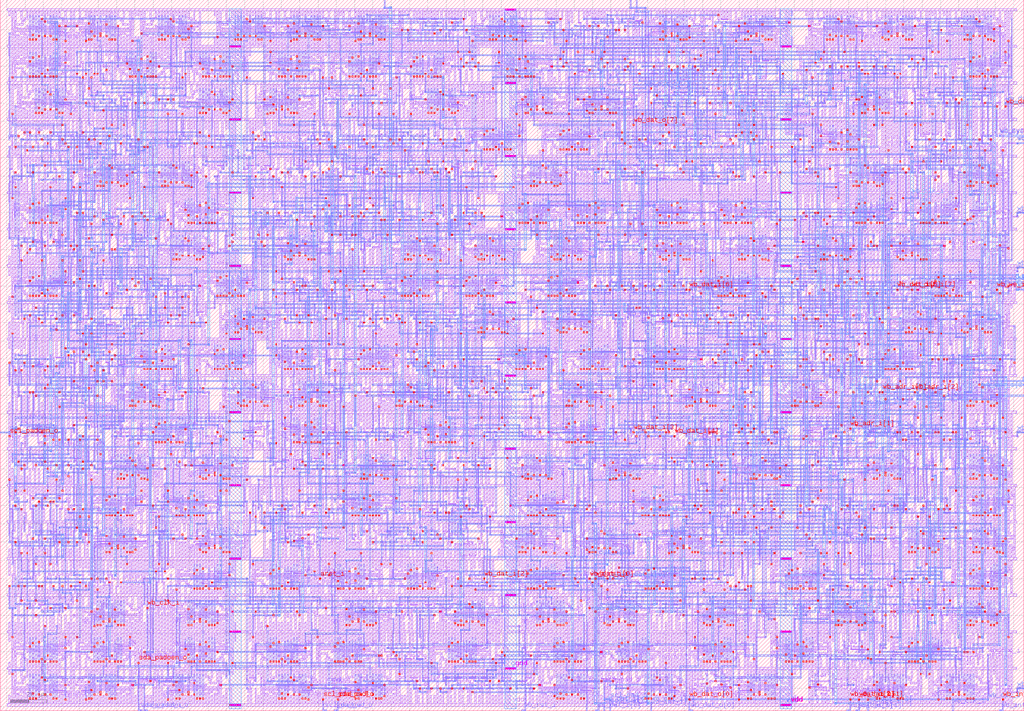
<source format=lef>
VERSION 5.7 ;
  NOWIREEXTENSIONATPIN ON ;
  DIVIDERCHAR "/" ;
  BUSBITCHARS "[]" ;
MACRO i2c_master_top
  CLASS BLOCK ;
  FOREIGN i2c_master_top ;
  ORIGIN 3.500 2.300 ;
  SIZE 559.000 BY 388.600 ;
  PIN gnd
    USE GROUND ;
    PORT
      LAYER metal1 ;
        RECT 0.400 380.400 551.600 381.600 ;
        RECT 1.200 377.800 2.000 380.400 ;
        RECT 7.600 375.800 8.400 380.400 ;
        RECT 18.800 377.800 19.600 380.400 ;
        RECT 22.000 377.800 22.800 380.400 ;
        RECT 31.600 375.800 32.400 380.400 ;
        RECT 39.600 375.800 40.400 380.400 ;
        RECT 49.200 377.800 50.000 380.400 ;
        RECT 52.400 377.800 53.200 380.400 ;
        RECT 63.600 375.800 64.400 380.400 ;
        RECT 70.000 377.800 70.800 380.400 ;
        RECT 71.600 377.800 72.400 380.400 ;
        RECT 78.000 375.800 78.800 380.400 ;
        RECT 89.200 377.800 90.000 380.400 ;
        RECT 92.400 377.800 93.200 380.400 ;
        RECT 102.000 375.800 102.800 380.400 ;
        RECT 113.200 377.800 114.000 380.400 ;
        RECT 119.600 375.800 120.400 380.400 ;
        RECT 130.800 377.800 131.600 380.400 ;
        RECT 134.000 377.800 134.800 380.400 ;
        RECT 143.600 375.800 144.400 380.400 ;
        RECT 151.600 375.800 152.400 380.400 ;
        RECT 161.200 377.800 162.000 380.400 ;
        RECT 164.400 377.800 165.200 380.400 ;
        RECT 175.600 375.800 176.400 380.400 ;
        RECT 182.000 377.800 182.800 380.400 ;
        RECT 186.800 375.800 187.600 380.400 ;
        RECT 196.400 377.800 197.200 380.400 ;
        RECT 199.600 377.800 200.400 380.400 ;
        RECT 210.800 375.800 211.600 380.400 ;
        RECT 217.200 377.800 218.000 380.400 ;
        RECT 222.000 375.800 222.800 380.400 ;
        RECT 226.800 376.600 227.600 380.400 ;
        RECT 233.200 376.600 234.000 380.400 ;
        RECT 239.600 375.800 240.400 380.400 ;
        RECT 244.400 376.600 245.200 380.400 ;
        RECT 247.600 375.800 248.400 380.400 ;
        RECT 252.400 377.800 253.200 380.400 ;
        RECT 258.800 375.800 259.600 380.400 ;
        RECT 270.000 377.800 270.800 380.400 ;
        RECT 273.200 377.800 274.000 380.400 ;
        RECT 282.800 375.800 283.600 380.400 ;
        RECT 297.200 376.600 298.000 380.400 ;
        RECT 300.400 375.800 301.200 380.400 ;
        RECT 306.800 375.800 307.600 380.400 ;
        RECT 308.400 373.800 309.200 380.400 ;
        RECT 314.800 377.800 315.600 380.400 ;
        RECT 318.000 377.800 318.800 380.400 ;
        RECT 321.200 376.600 322.000 380.400 ;
        RECT 326.000 373.800 326.800 380.400 ;
        RECT 335.600 375.800 336.400 380.400 ;
        RECT 340.400 375.800 341.200 380.400 ;
        RECT 344.200 376.000 345.000 380.400 ;
        RECT 351.600 375.800 352.400 380.400 ;
        RECT 361.200 377.800 362.000 380.400 ;
        RECT 364.400 377.800 365.200 380.400 ;
        RECT 375.600 375.800 376.400 380.400 ;
        RECT 382.000 377.800 382.800 380.400 ;
        RECT 383.600 377.800 384.400 380.400 ;
        RECT 386.800 377.800 387.600 380.400 ;
        RECT 391.600 376.600 392.400 380.400 ;
        RECT 398.000 375.800 398.800 380.400 ;
        RECT 407.600 377.800 408.400 380.400 ;
        RECT 410.800 377.800 411.600 380.400 ;
        RECT 422.000 375.800 422.800 380.400 ;
        RECT 428.400 377.800 429.200 380.400 ;
        RECT 436.400 377.800 437.200 380.400 ;
        RECT 442.800 375.800 443.600 380.400 ;
        RECT 454.000 377.800 454.800 380.400 ;
        RECT 457.200 377.800 458.000 380.400 ;
        RECT 466.800 375.800 467.600 380.400 ;
        RECT 474.800 375.800 475.600 380.400 ;
        RECT 484.400 377.800 485.200 380.400 ;
        RECT 487.600 377.800 488.400 380.400 ;
        RECT 498.800 375.800 499.600 380.400 ;
        RECT 505.200 377.800 506.000 380.400 ;
        RECT 506.800 375.800 507.600 380.400 ;
        RECT 511.600 377.800 512.400 380.400 ;
        RECT 518.000 375.800 518.800 380.400 ;
        RECT 529.200 377.800 530.000 380.400 ;
        RECT 532.400 377.800 533.200 380.400 ;
        RECT 542.000 375.800 542.800 380.400 ;
        RECT 548.400 377.800 549.200 380.400 ;
        RECT 1.200 341.600 2.000 344.200 ;
        RECT 7.600 341.600 8.400 346.200 ;
        RECT 18.800 341.600 19.600 344.200 ;
        RECT 22.000 341.600 22.800 344.200 ;
        RECT 31.600 341.600 32.400 346.200 ;
        RECT 38.000 341.600 38.800 344.200 ;
        RECT 39.600 341.600 40.400 344.200 ;
        RECT 42.800 341.600 43.600 344.200 ;
        RECT 44.400 341.600 45.200 344.200 ;
        RECT 47.600 341.600 48.400 344.200 ;
        RECT 49.200 341.600 50.000 344.200 ;
        RECT 52.400 341.600 53.200 344.200 ;
        RECT 54.000 341.600 54.800 346.200 ;
        RECT 62.000 341.600 62.800 346.200 ;
        RECT 71.600 341.600 72.400 344.200 ;
        RECT 74.800 341.600 75.600 344.200 ;
        RECT 86.000 341.600 86.800 346.200 ;
        RECT 92.400 341.600 93.200 344.200 ;
        RECT 94.000 341.600 94.800 344.200 ;
        RECT 97.200 341.600 98.000 344.200 ;
        RECT 102.000 341.600 102.800 346.200 ;
        RECT 111.600 341.600 112.400 344.200 ;
        RECT 114.800 341.600 115.600 344.200 ;
        RECT 126.000 341.600 126.800 346.200 ;
        RECT 132.400 341.600 133.200 344.200 ;
        RECT 143.600 341.600 144.400 346.200 ;
        RECT 153.200 341.600 154.000 344.200 ;
        RECT 156.400 341.600 157.200 344.200 ;
        RECT 167.600 341.600 168.400 346.200 ;
        RECT 174.000 341.600 174.800 344.200 ;
        RECT 175.600 341.600 176.400 344.200 ;
        RECT 182.000 341.600 182.800 346.200 ;
        RECT 193.200 341.600 194.000 344.200 ;
        RECT 196.400 341.600 197.200 344.200 ;
        RECT 206.000 341.600 206.800 346.200 ;
        RECT 210.800 341.600 211.600 344.200 ;
        RECT 217.200 341.600 218.000 346.200 ;
        RECT 228.400 341.600 229.200 344.200 ;
        RECT 231.600 341.600 232.400 344.200 ;
        RECT 241.200 341.600 242.000 346.200 ;
        RECT 250.800 341.600 251.600 348.200 ;
        RECT 257.200 341.600 258.000 348.200 ;
        RECT 268.400 341.600 269.200 346.200 ;
        RECT 278.000 341.600 278.800 344.200 ;
        RECT 281.200 341.600 282.000 344.200 ;
        RECT 292.400 341.600 293.200 346.200 ;
        RECT 298.800 341.600 299.600 344.200 ;
        RECT 305.200 341.600 306.000 348.200 ;
        RECT 306.800 341.600 307.600 344.200 ;
        RECT 310.000 341.600 310.800 344.200 ;
        RECT 313.800 341.600 314.600 346.000 ;
        RECT 318.000 341.600 318.800 346.200 ;
        RECT 327.600 341.600 328.400 348.200 ;
        RECT 329.200 341.600 330.000 344.200 ;
        RECT 333.400 341.600 334.200 346.200 ;
        RECT 340.400 341.600 341.200 348.200 ;
        RECT 342.000 341.600 342.800 344.200 ;
        RECT 345.200 341.600 346.000 344.200 ;
        RECT 346.800 341.600 347.600 344.200 ;
        RECT 350.000 341.600 350.800 344.200 ;
        RECT 353.200 341.600 354.000 345.400 ;
        RECT 361.200 341.600 362.000 345.400 ;
        RECT 366.000 341.600 366.800 345.400 ;
        RECT 375.600 341.600 376.400 345.400 ;
        RECT 378.800 341.600 379.600 344.200 ;
        RECT 383.000 341.600 383.800 346.200 ;
        RECT 386.800 341.600 387.600 346.200 ;
        RECT 388.400 341.600 389.200 344.200 ;
        RECT 392.600 341.600 393.400 346.200 ;
        RECT 395.400 341.600 396.200 346.200 ;
        RECT 399.600 341.600 400.400 344.200 ;
        RECT 401.800 341.600 402.600 346.200 ;
        RECT 406.000 341.600 406.800 344.200 ;
        RECT 409.200 341.600 410.000 344.200 ;
        RECT 412.400 341.600 413.200 343.800 ;
        RECT 420.400 341.600 421.200 344.200 ;
        RECT 423.600 341.600 424.400 344.200 ;
        RECT 431.600 341.600 432.400 346.200 ;
        RECT 436.400 341.600 437.200 346.200 ;
        RECT 441.200 341.600 442.000 348.200 ;
        RECT 449.200 341.600 450.000 345.400 ;
        RECT 455.600 341.600 456.400 345.400 ;
        RECT 465.200 341.600 466.000 345.400 ;
        RECT 470.000 341.600 470.800 344.200 ;
        RECT 473.200 341.600 474.000 345.400 ;
        RECT 479.600 341.600 480.400 345.400 ;
        RECT 484.400 341.600 485.200 344.200 ;
        RECT 487.600 341.600 488.400 344.200 ;
        RECT 490.800 341.600 491.600 348.200 ;
        RECT 497.200 341.600 498.000 348.200 ;
        RECT 503.600 341.600 504.400 344.200 ;
        RECT 506.800 341.600 507.600 344.200 ;
        RECT 508.400 341.600 509.200 344.200 ;
        RECT 512.600 341.600 513.400 346.200 ;
        RECT 514.800 341.600 515.600 344.200 ;
        RECT 521.200 341.600 522.000 346.200 ;
        RECT 532.400 341.600 533.200 344.200 ;
        RECT 535.600 341.600 536.400 344.200 ;
        RECT 545.200 341.600 546.000 346.200 ;
        RECT 0.400 340.400 551.600 341.600 ;
        RECT 1.200 337.800 2.000 340.400 ;
        RECT 4.400 337.800 5.200 340.400 ;
        RECT 10.800 335.800 11.600 340.400 ;
        RECT 22.000 337.800 22.800 340.400 ;
        RECT 25.200 337.800 26.000 340.400 ;
        RECT 34.800 335.800 35.600 340.400 ;
        RECT 39.600 335.800 40.400 340.400 ;
        RECT 47.600 336.600 48.400 340.400 ;
        RECT 50.800 333.800 51.600 340.400 ;
        RECT 57.200 333.800 58.000 340.400 ;
        RECT 66.800 336.600 67.600 340.400 ;
        RECT 73.200 335.800 74.000 340.400 ;
        RECT 78.000 335.800 78.800 340.400 ;
        RECT 79.600 337.800 80.400 340.400 ;
        RECT 82.800 337.800 83.600 340.400 ;
        RECT 89.200 333.800 90.000 340.400 ;
        RECT 92.400 337.800 93.200 340.400 ;
        RECT 94.000 337.800 94.800 340.400 ;
        RECT 100.400 335.800 101.200 340.400 ;
        RECT 111.600 337.800 112.400 340.400 ;
        RECT 114.800 337.800 115.600 340.400 ;
        RECT 124.400 335.800 125.200 340.400 ;
        RECT 138.800 335.800 139.600 340.400 ;
        RECT 148.400 337.800 149.200 340.400 ;
        RECT 151.600 337.800 152.400 340.400 ;
        RECT 162.800 335.800 163.600 340.400 ;
        RECT 169.200 337.800 170.000 340.400 ;
        RECT 172.400 335.800 173.200 340.400 ;
        RECT 178.800 336.600 179.600 340.400 ;
        RECT 182.000 337.800 182.800 340.400 ;
        RECT 185.200 333.800 186.000 340.400 ;
        RECT 191.600 337.800 192.400 340.400 ;
        RECT 196.400 336.600 197.200 340.400 ;
        RECT 201.200 335.800 202.000 340.400 ;
        RECT 207.600 335.800 208.400 340.400 ;
        RECT 212.400 337.800 213.200 340.400 ;
        RECT 214.000 337.800 214.800 340.400 ;
        RECT 217.200 337.800 218.000 340.400 ;
        RECT 218.800 337.800 219.600 340.400 ;
        RECT 225.200 335.800 226.000 340.400 ;
        RECT 236.400 337.800 237.200 340.400 ;
        RECT 239.600 337.800 240.400 340.400 ;
        RECT 249.200 335.800 250.000 340.400 ;
        RECT 254.000 335.800 254.800 340.400 ;
        RECT 257.200 335.800 258.000 340.400 ;
        RECT 260.400 335.800 261.200 340.400 ;
        RECT 263.600 335.800 264.400 340.400 ;
        RECT 266.800 335.800 267.600 340.400 ;
        RECT 278.000 335.800 278.800 340.400 ;
        RECT 287.600 337.800 288.400 340.400 ;
        RECT 290.800 337.800 291.600 340.400 ;
        RECT 302.000 335.800 302.800 340.400 ;
        RECT 308.400 337.800 309.200 340.400 ;
        RECT 313.200 335.800 314.000 340.400 ;
        RECT 322.800 337.800 323.600 340.400 ;
        RECT 326.000 337.800 326.800 340.400 ;
        RECT 337.200 335.800 338.000 340.400 ;
        RECT 343.600 337.800 344.400 340.400 ;
        RECT 345.200 335.800 346.000 340.400 ;
        RECT 348.400 335.800 349.200 340.400 ;
        RECT 353.800 335.800 354.600 340.400 ;
        RECT 358.000 337.800 358.800 340.400 ;
        RECT 362.800 336.600 363.600 340.400 ;
        RECT 369.200 336.600 370.000 340.400 ;
        RECT 374.000 337.800 374.800 340.400 ;
        RECT 378.800 335.800 379.600 340.400 ;
        RECT 380.400 335.800 381.200 340.400 ;
        RECT 385.200 335.800 386.000 340.400 ;
        RECT 391.600 336.600 392.400 340.400 ;
        RECT 398.000 335.800 398.800 340.400 ;
        RECT 402.800 335.800 403.600 340.400 ;
        RECT 407.600 336.600 408.400 340.400 ;
        RECT 410.800 337.800 411.600 340.400 ;
        RECT 414.000 337.800 414.800 340.400 ;
        RECT 417.200 337.800 418.000 340.400 ;
        RECT 426.800 337.800 427.600 340.400 ;
        RECT 430.000 338.200 430.800 340.400 ;
        RECT 438.000 333.800 438.800 340.400 ;
        RECT 447.600 336.600 448.400 340.400 ;
        RECT 452.400 335.800 453.200 340.400 ;
        RECT 454.000 337.800 454.800 340.400 ;
        RECT 457.200 337.800 458.000 340.400 ;
        RECT 462.000 335.800 462.800 340.400 ;
        RECT 471.600 337.800 472.400 340.400 ;
        RECT 474.800 337.800 475.600 340.400 ;
        RECT 486.000 335.800 486.800 340.400 ;
        RECT 492.400 337.800 493.200 340.400 ;
        RECT 497.200 335.800 498.000 340.400 ;
        RECT 502.000 336.600 502.800 340.400 ;
        RECT 506.800 337.800 507.600 340.400 ;
        RECT 510.000 336.600 510.800 340.400 ;
        RECT 516.400 336.600 517.200 340.400 ;
        RECT 521.200 337.800 522.000 340.400 ;
        RECT 524.400 337.800 525.200 340.400 ;
        RECT 526.000 337.800 526.800 340.400 ;
        RECT 530.800 336.600 531.600 340.400 ;
        RECT 537.200 336.600 538.000 340.400 ;
        RECT 543.600 337.800 544.400 340.400 ;
        RECT 546.800 335.800 547.600 340.400 ;
        RECT 1.200 301.600 2.000 304.200 ;
        RECT 4.400 301.600 5.200 304.200 ;
        RECT 6.000 301.600 6.800 308.200 ;
        RECT 14.000 301.600 14.800 304.200 ;
        RECT 20.400 301.600 21.200 308.200 ;
        RECT 22.000 301.600 22.800 306.200 ;
        RECT 30.000 301.600 30.800 305.400 ;
        RECT 33.200 301.600 34.000 304.200 ;
        RECT 36.400 301.600 37.200 304.200 ;
        RECT 38.000 301.600 38.800 304.200 ;
        RECT 41.200 301.600 42.000 304.200 ;
        RECT 44.400 301.600 45.200 305.400 ;
        RECT 50.800 301.600 51.600 306.200 ;
        RECT 55.600 301.600 56.400 308.200 ;
        RECT 62.000 301.600 62.800 306.200 ;
        RECT 68.400 301.600 69.200 305.400 ;
        RECT 74.800 301.600 75.600 304.200 ;
        RECT 78.000 301.600 78.800 306.200 ;
        RECT 81.200 301.600 82.000 306.200 ;
        RECT 84.400 301.600 85.200 306.200 ;
        RECT 87.600 301.600 88.400 306.200 ;
        RECT 90.800 301.600 91.600 306.200 ;
        RECT 94.000 301.600 94.800 305.400 ;
        RECT 102.000 301.600 102.800 306.200 ;
        RECT 103.600 301.600 104.400 306.200 ;
        RECT 106.800 301.600 107.600 306.200 ;
        RECT 108.400 301.600 109.200 304.200 ;
        RECT 111.600 301.600 112.400 304.200 ;
        RECT 114.800 301.600 115.600 304.200 ;
        RECT 118.000 301.600 118.800 304.200 ;
        RECT 122.200 301.600 123.000 306.000 ;
        RECT 137.200 301.600 138.000 308.200 ;
        RECT 140.400 301.600 141.200 305.400 ;
        RECT 145.200 301.600 146.000 306.200 ;
        RECT 148.400 301.600 149.200 306.200 ;
        RECT 151.600 301.600 152.400 306.200 ;
        RECT 154.800 301.600 155.600 306.200 ;
        RECT 158.000 301.600 158.800 306.200 ;
        RECT 160.200 301.600 161.000 306.200 ;
        RECT 164.400 301.600 165.200 304.200 ;
        RECT 169.200 301.600 170.000 305.400 ;
        RECT 175.600 301.600 176.400 305.400 ;
        RECT 178.800 301.600 179.600 304.200 ;
        RECT 182.000 301.600 182.800 306.200 ;
        RECT 186.800 301.600 187.600 304.200 ;
        RECT 190.000 301.600 190.800 304.200 ;
        RECT 194.800 301.600 195.600 305.400 ;
        RECT 199.600 301.600 200.400 304.200 ;
        RECT 201.200 301.600 202.000 306.200 ;
        RECT 209.200 301.600 210.000 305.400 ;
        RECT 214.000 301.600 214.800 305.400 ;
        RECT 222.000 301.600 222.800 306.200 ;
        RECT 226.800 301.600 227.600 306.200 ;
        RECT 231.600 301.600 232.400 306.200 ;
        RECT 236.400 301.600 237.200 305.400 ;
        RECT 239.600 301.600 240.400 304.200 ;
        RECT 244.400 301.600 245.200 305.400 ;
        RECT 249.200 301.600 250.000 304.200 ;
        RECT 255.600 301.600 256.400 306.200 ;
        RECT 266.800 301.600 267.600 304.200 ;
        RECT 270.000 301.600 270.800 304.200 ;
        RECT 279.600 301.600 280.400 306.200 ;
        RECT 290.800 301.600 291.600 304.200 ;
        RECT 297.200 301.600 298.000 306.200 ;
        RECT 308.400 301.600 309.200 304.200 ;
        RECT 311.600 301.600 312.400 304.200 ;
        RECT 321.200 301.600 322.000 306.200 ;
        RECT 326.600 301.600 327.400 306.200 ;
        RECT 330.800 301.600 331.600 304.200 ;
        RECT 335.600 301.600 336.400 305.400 ;
        RECT 340.400 301.600 341.200 304.200 ;
        RECT 343.600 301.600 344.400 306.200 ;
        RECT 348.400 301.600 349.200 305.400 ;
        RECT 356.400 301.600 357.200 306.200 ;
        RECT 358.000 301.600 358.800 308.200 ;
        RECT 364.400 301.600 365.200 304.200 ;
        RECT 367.600 301.600 368.400 306.200 ;
        RECT 373.600 301.600 374.400 306.200 ;
        RECT 378.800 301.600 379.600 306.200 ;
        RECT 380.800 301.600 381.600 306.200 ;
        RECT 386.800 301.600 387.600 306.200 ;
        RECT 390.000 301.600 390.800 304.200 ;
        RECT 394.800 301.600 395.600 305.400 ;
        RECT 398.000 301.600 398.800 308.200 ;
        RECT 409.200 301.600 410.000 308.200 ;
        RECT 412.400 301.600 413.200 304.200 ;
        RECT 414.000 301.600 414.800 304.200 ;
        RECT 417.200 301.600 418.000 304.200 ;
        RECT 426.800 301.600 427.600 304.200 ;
        RECT 430.000 301.600 430.800 303.800 ;
        RECT 439.600 301.600 440.400 304.200 ;
        RECT 444.400 301.600 445.200 306.200 ;
        RECT 454.000 301.600 454.800 304.200 ;
        RECT 457.200 301.600 458.000 304.200 ;
        RECT 468.400 301.600 469.200 306.200 ;
        RECT 474.800 301.600 475.600 304.200 ;
        RECT 476.400 301.600 477.200 304.200 ;
        RECT 479.600 301.600 480.400 306.200 ;
        RECT 482.800 301.600 483.600 306.200 ;
        RECT 486.000 301.600 486.800 306.200 ;
        RECT 489.200 301.600 490.000 306.200 ;
        RECT 492.400 301.600 493.200 306.200 ;
        RECT 494.000 301.600 494.800 304.200 ;
        RECT 503.600 301.600 504.400 303.800 ;
        RECT 506.800 301.600 507.600 304.200 ;
        RECT 511.600 301.600 512.400 305.400 ;
        RECT 516.400 301.600 517.200 304.200 ;
        RECT 520.200 301.600 521.000 306.200 ;
        RECT 524.400 301.600 525.200 304.200 ;
        RECT 526.000 301.600 526.800 304.200 ;
        RECT 530.800 301.600 531.600 305.400 ;
        RECT 537.200 301.600 538.000 305.400 ;
        RECT 545.200 301.600 546.000 306.200 ;
        RECT 0.400 300.400 551.600 301.600 ;
        RECT 6.000 293.800 6.800 300.400 ;
        RECT 9.200 297.800 10.000 300.400 ;
        RECT 10.800 297.800 11.600 300.400 ;
        RECT 14.000 297.800 14.800 300.400 ;
        RECT 15.600 297.800 16.400 300.400 ;
        RECT 18.800 297.800 19.600 300.400 ;
        RECT 22.000 293.800 22.800 300.400 ;
        RECT 31.600 295.800 32.400 300.400 ;
        RECT 33.200 297.800 34.000 300.400 ;
        RECT 36.400 297.800 37.200 300.400 ;
        RECT 38.000 297.800 38.800 300.400 ;
        RECT 44.400 295.800 45.200 300.400 ;
        RECT 55.600 297.800 56.400 300.400 ;
        RECT 58.800 297.800 59.600 300.400 ;
        RECT 68.400 295.800 69.200 300.400 ;
        RECT 73.200 297.800 74.000 300.400 ;
        RECT 79.600 295.800 80.400 300.400 ;
        RECT 90.800 297.800 91.600 300.400 ;
        RECT 94.000 297.800 94.800 300.400 ;
        RECT 103.600 295.800 104.400 300.400 ;
        RECT 111.600 295.800 112.400 300.400 ;
        RECT 116.400 296.600 117.200 300.400 ;
        RECT 119.600 297.800 120.400 300.400 ;
        RECT 122.800 297.800 123.600 300.400 ;
        RECT 132.400 296.600 133.200 300.400 ;
        RECT 137.200 297.800 138.000 300.400 ;
        RECT 142.000 296.600 142.800 300.400 ;
        RECT 151.600 293.800 152.400 300.400 ;
        RECT 153.200 297.800 154.000 300.400 ;
        RECT 156.400 297.800 157.200 300.400 ;
        RECT 159.600 296.600 160.400 300.400 ;
        RECT 164.400 295.800 165.200 300.400 ;
        RECT 169.200 297.800 170.000 300.400 ;
        RECT 172.400 297.800 173.200 300.400 ;
        RECT 174.400 295.800 175.200 300.400 ;
        RECT 180.400 295.800 181.200 300.400 ;
        RECT 185.200 295.800 186.000 300.400 ;
        RECT 190.000 296.600 190.800 300.400 ;
        RECT 194.800 296.200 195.600 300.400 ;
        RECT 198.000 297.800 198.800 300.400 ;
        RECT 199.600 295.800 200.400 300.400 ;
        RECT 205.600 295.800 206.400 300.400 ;
        RECT 209.200 296.200 210.000 300.400 ;
        RECT 212.400 297.800 213.200 300.400 ;
        RECT 217.200 295.800 218.000 300.400 ;
        RECT 218.800 295.800 219.600 300.400 ;
        RECT 224.800 295.800 225.600 300.400 ;
        RECT 226.800 295.800 227.600 300.400 ;
        RECT 232.800 295.800 233.600 300.400 ;
        RECT 234.800 295.800 235.600 300.400 ;
        RECT 240.800 295.800 241.600 300.400 ;
        RECT 245.400 296.000 246.200 300.400 ;
        RECT 249.200 297.800 250.000 300.400 ;
        RECT 253.000 295.800 253.800 300.400 ;
        RECT 257.200 297.800 258.000 300.400 ;
        RECT 258.800 297.800 259.600 300.400 ;
        RECT 263.600 296.600 264.400 300.400 ;
        RECT 274.800 297.800 275.600 300.400 ;
        RECT 281.200 295.800 282.000 300.400 ;
        RECT 292.400 297.800 293.200 300.400 ;
        RECT 295.600 297.800 296.400 300.400 ;
        RECT 305.200 295.800 306.000 300.400 ;
        RECT 310.000 295.800 310.800 300.400 ;
        RECT 313.200 295.800 314.000 300.400 ;
        RECT 316.400 295.800 317.200 300.400 ;
        RECT 319.600 295.800 320.400 300.400 ;
        RECT 322.800 295.800 323.600 300.400 ;
        RECT 329.200 293.800 330.000 300.400 ;
        RECT 330.800 297.800 331.600 300.400 ;
        RECT 335.600 296.600 336.400 300.400 ;
        RECT 343.600 296.600 344.400 300.400 ;
        RECT 346.800 297.800 347.600 300.400 ;
        RECT 350.000 297.800 350.800 300.400 ;
        RECT 353.200 297.800 354.000 300.400 ;
        RECT 356.400 298.200 357.200 300.400 ;
        RECT 364.400 297.800 365.200 300.400 ;
        RECT 368.600 295.800 369.400 300.400 ;
        RECT 372.400 295.800 373.200 300.400 ;
        RECT 375.600 297.800 376.400 300.400 ;
        RECT 380.400 296.600 381.200 300.400 ;
        RECT 383.600 297.800 384.400 300.400 ;
        RECT 386.800 297.800 387.600 300.400 ;
        RECT 391.600 295.800 392.400 300.400 ;
        RECT 394.800 296.600 395.600 300.400 ;
        RECT 402.800 295.800 403.600 300.400 ;
        RECT 404.400 295.800 405.200 300.400 ;
        RECT 409.200 297.800 410.000 300.400 ;
        RECT 413.400 295.800 414.200 300.400 ;
        RECT 415.600 297.800 416.400 300.400 ;
        RECT 418.800 297.800 419.600 300.400 ;
        RECT 422.000 297.800 422.800 300.400 ;
        RECT 431.600 295.800 432.400 300.400 ;
        RECT 435.200 295.800 436.000 300.400 ;
        RECT 441.200 295.800 442.000 300.400 ;
        RECT 446.000 295.800 446.800 300.400 ;
        RECT 447.600 297.800 448.400 300.400 ;
        RECT 450.800 297.800 451.600 300.400 ;
        RECT 457.200 295.800 458.000 300.400 ;
        RECT 468.400 297.800 469.200 300.400 ;
        RECT 471.600 297.800 472.400 300.400 ;
        RECT 481.200 295.800 482.000 300.400 ;
        RECT 486.000 297.800 486.800 300.400 ;
        RECT 490.200 295.800 491.000 300.400 ;
        RECT 497.200 296.600 498.000 300.400 ;
        RECT 502.000 295.800 502.800 300.400 ;
        RECT 503.600 297.800 504.400 300.400 ;
        RECT 506.800 297.800 507.600 300.400 ;
        RECT 511.600 295.800 512.400 300.400 ;
        RECT 513.200 297.800 514.000 300.400 ;
        RECT 519.600 295.800 520.400 300.400 ;
        RECT 530.800 297.800 531.600 300.400 ;
        RECT 534.000 297.800 534.800 300.400 ;
        RECT 543.600 295.800 544.400 300.400 ;
        RECT 1.200 261.600 2.000 264.200 ;
        RECT 7.600 261.600 8.400 266.200 ;
        RECT 18.800 261.600 19.600 264.200 ;
        RECT 22.000 261.600 22.800 264.200 ;
        RECT 31.600 261.600 32.400 266.200 ;
        RECT 38.000 261.600 38.800 265.400 ;
        RECT 47.600 261.600 48.400 266.200 ;
        RECT 49.200 261.600 50.000 264.200 ;
        RECT 52.400 261.600 53.200 264.200 ;
        RECT 56.600 261.600 57.400 266.000 ;
        RECT 63.600 261.600 64.400 266.200 ;
        RECT 68.400 261.600 69.200 266.200 ;
        RECT 73.200 261.600 74.000 265.400 ;
        RECT 76.400 261.600 77.200 264.200 ;
        RECT 79.600 261.600 80.400 264.200 ;
        RECT 83.800 261.600 84.600 266.000 ;
        RECT 87.600 261.600 88.400 264.200 ;
        RECT 94.000 261.600 94.800 266.200 ;
        RECT 103.600 261.600 104.400 264.200 ;
        RECT 106.800 261.600 107.600 264.200 ;
        RECT 118.000 261.600 118.800 266.200 ;
        RECT 124.400 261.600 125.200 264.200 ;
        RECT 132.400 261.600 133.200 266.200 ;
        RECT 138.400 261.600 139.200 266.200 ;
        RECT 143.600 261.600 144.400 266.200 ;
        RECT 148.400 261.600 149.200 265.400 ;
        RECT 151.600 261.600 152.400 264.200 ;
        RECT 155.800 261.600 156.600 266.200 ;
        RECT 158.000 261.600 158.800 264.200 ;
        RECT 161.200 261.600 162.000 264.200 ;
        RECT 162.800 261.600 163.600 266.200 ;
        RECT 167.600 261.600 168.400 266.200 ;
        RECT 172.400 261.600 173.200 268.200 ;
        RECT 182.000 261.600 182.800 266.200 ;
        RECT 186.800 261.600 187.600 265.400 ;
        RECT 193.200 261.600 194.000 265.400 ;
        RECT 196.400 261.600 197.200 268.200 ;
        RECT 204.400 261.600 205.200 264.200 ;
        RECT 206.000 261.600 206.800 264.200 ;
        RECT 209.200 261.600 210.000 264.200 ;
        RECT 210.800 261.600 211.600 264.200 ;
        RECT 214.000 261.600 214.800 264.200 ;
        RECT 217.200 261.600 218.000 265.400 ;
        RECT 222.000 261.600 222.800 266.200 ;
        RECT 226.800 261.600 227.600 264.200 ;
        RECT 231.600 261.600 232.400 265.400 ;
        RECT 236.400 261.600 237.200 266.200 ;
        RECT 242.400 261.600 243.200 266.200 ;
        RECT 244.400 261.600 245.200 264.200 ;
        RECT 249.200 261.600 250.000 265.400 ;
        RECT 258.800 261.600 259.600 265.400 ;
        RECT 268.400 261.600 269.200 264.200 ;
        RECT 274.800 261.600 275.600 266.200 ;
        RECT 286.000 261.600 286.800 264.200 ;
        RECT 289.200 261.600 290.000 264.200 ;
        RECT 298.800 261.600 299.600 266.200 ;
        RECT 306.800 261.600 307.600 266.200 ;
        RECT 316.400 261.600 317.200 264.200 ;
        RECT 319.600 261.600 320.400 264.200 ;
        RECT 330.800 261.600 331.600 266.200 ;
        RECT 337.200 261.600 338.000 264.200 ;
        RECT 338.800 261.600 339.600 264.200 ;
        RECT 344.600 261.600 345.400 266.000 ;
        RECT 351.600 261.600 352.400 266.200 ;
        RECT 361.200 261.600 362.000 264.200 ;
        RECT 364.400 261.600 365.200 264.200 ;
        RECT 375.600 261.600 376.400 266.200 ;
        RECT 382.000 261.600 382.800 264.200 ;
        RECT 386.800 261.600 387.600 266.200 ;
        RECT 396.400 261.600 397.200 264.200 ;
        RECT 399.600 261.600 400.400 264.200 ;
        RECT 410.800 261.600 411.600 266.200 ;
        RECT 417.200 261.600 418.000 264.200 ;
        RECT 418.800 261.600 419.600 264.200 ;
        RECT 422.000 261.600 422.800 264.200 ;
        RECT 430.000 261.600 430.800 264.200 ;
        RECT 434.800 261.600 435.600 265.400 ;
        RECT 441.200 261.600 442.000 265.400 ;
        RECT 446.000 261.600 446.800 264.200 ;
        RECT 450.800 261.600 451.600 264.200 ;
        RECT 452.400 261.600 453.200 264.200 ;
        RECT 458.800 261.600 459.600 266.200 ;
        RECT 470.000 261.600 470.800 264.200 ;
        RECT 473.200 261.600 474.000 264.200 ;
        RECT 482.800 261.600 483.600 266.200 ;
        RECT 487.600 261.600 488.400 264.200 ;
        RECT 494.000 261.600 494.800 266.200 ;
        RECT 505.200 261.600 506.000 264.200 ;
        RECT 508.400 261.600 509.200 264.200 ;
        RECT 518.000 261.600 518.800 266.200 ;
        RECT 524.400 261.600 525.200 264.200 ;
        RECT 527.600 261.600 528.400 266.200 ;
        RECT 533.000 261.600 534.000 264.200 ;
        RECT 536.400 261.600 537.200 264.200 ;
        RECT 542.000 261.600 542.800 266.000 ;
        RECT 546.800 261.600 547.600 266.200 ;
        RECT 0.400 260.400 551.600 261.600 ;
        RECT 1.200 257.800 2.000 260.400 ;
        RECT 4.400 257.800 5.200 260.400 ;
        RECT 7.600 257.800 8.400 260.400 ;
        RECT 9.200 255.800 10.000 260.400 ;
        RECT 16.600 256.000 17.400 260.400 ;
        RECT 20.400 257.800 21.200 260.400 ;
        RECT 23.600 257.800 24.400 260.400 ;
        RECT 27.800 256.000 28.600 260.400 ;
        RECT 33.200 256.600 34.000 260.400 ;
        RECT 38.000 257.800 38.800 260.400 ;
        RECT 41.200 257.800 42.000 260.400 ;
        RECT 42.800 255.800 43.600 260.400 ;
        RECT 47.600 253.800 48.400 260.400 ;
        RECT 54.000 255.800 54.800 260.400 ;
        RECT 62.000 255.800 62.800 260.400 ;
        RECT 63.600 257.800 64.400 260.400 ;
        RECT 66.800 257.800 67.600 260.400 ;
        RECT 71.600 256.600 72.400 260.400 ;
        RECT 74.800 257.800 75.600 260.400 ;
        RECT 78.000 257.800 78.800 260.400 ;
        RECT 79.600 257.800 80.400 260.400 ;
        RECT 86.000 255.800 86.800 260.400 ;
        RECT 97.200 257.800 98.000 260.400 ;
        RECT 100.400 257.800 101.200 260.400 ;
        RECT 110.000 255.800 110.800 260.400 ;
        RECT 121.200 258.200 122.000 260.400 ;
        RECT 124.400 257.800 125.200 260.400 ;
        RECT 134.000 255.800 134.800 260.400 ;
        RECT 140.000 255.800 140.800 260.400 ;
        RECT 143.600 257.800 144.400 260.400 ;
        RECT 148.400 255.800 149.200 260.400 ;
        RECT 158.000 257.800 158.800 260.400 ;
        RECT 161.200 257.800 162.000 260.400 ;
        RECT 172.400 255.800 173.200 260.400 ;
        RECT 178.800 257.800 179.600 260.400 ;
        RECT 180.400 255.800 181.200 260.400 ;
        RECT 183.600 255.800 184.400 260.400 ;
        RECT 185.200 255.800 186.000 260.400 ;
        RECT 191.600 257.800 192.400 260.400 ;
        RECT 196.400 256.600 197.200 260.400 ;
        RECT 199.600 257.800 200.400 260.400 ;
        RECT 202.800 256.200 203.600 260.400 ;
        RECT 206.000 257.800 206.800 260.400 ;
        RECT 212.400 255.800 213.200 260.400 ;
        RECT 223.600 257.800 224.400 260.400 ;
        RECT 226.800 257.800 227.600 260.400 ;
        RECT 236.400 255.800 237.200 260.400 ;
        RECT 244.400 255.800 245.200 260.400 ;
        RECT 246.000 257.800 246.800 260.400 ;
        RECT 252.400 255.800 253.200 260.400 ;
        RECT 263.600 257.800 264.400 260.400 ;
        RECT 266.800 257.800 267.600 260.400 ;
        RECT 276.400 255.800 277.200 260.400 ;
        RECT 287.600 257.800 288.400 260.400 ;
        RECT 294.000 255.800 294.800 260.400 ;
        RECT 305.200 257.800 306.000 260.400 ;
        RECT 308.400 257.800 309.200 260.400 ;
        RECT 318.000 255.800 318.800 260.400 ;
        RECT 326.000 256.600 326.800 260.400 ;
        RECT 332.400 256.600 333.200 260.400 ;
        RECT 335.600 255.800 336.400 260.400 ;
        RECT 338.800 255.800 339.600 260.400 ;
        RECT 340.400 257.800 341.200 260.400 ;
        RECT 345.200 256.600 346.000 260.400 ;
        RECT 353.200 255.800 354.000 260.400 ;
        RECT 362.800 257.800 363.600 260.400 ;
        RECT 366.000 257.800 366.800 260.400 ;
        RECT 377.200 255.800 378.000 260.400 ;
        RECT 383.600 257.800 384.400 260.400 ;
        RECT 386.800 257.800 387.600 260.400 ;
        RECT 388.400 257.800 389.200 260.400 ;
        RECT 394.800 255.800 395.600 260.400 ;
        RECT 406.000 257.800 406.800 260.400 ;
        RECT 409.200 257.800 410.000 260.400 ;
        RECT 418.800 255.800 419.600 260.400 ;
        RECT 430.000 257.800 430.800 260.400 ;
        RECT 433.200 257.800 434.000 260.400 ;
        RECT 439.600 255.800 440.400 260.400 ;
        RECT 450.800 257.800 451.600 260.400 ;
        RECT 454.000 257.800 454.800 260.400 ;
        RECT 463.600 255.800 464.400 260.400 ;
        RECT 468.400 257.800 469.200 260.400 ;
        RECT 472.600 255.800 473.400 260.400 ;
        RECT 474.800 257.800 475.600 260.400 ;
        RECT 478.000 257.800 478.800 260.400 ;
        RECT 482.800 255.800 483.600 260.400 ;
        RECT 492.400 257.800 493.200 260.400 ;
        RECT 495.600 257.800 496.400 260.400 ;
        RECT 506.800 255.800 507.600 260.400 ;
        RECT 513.200 257.800 514.000 260.400 ;
        RECT 514.800 255.800 515.600 260.400 ;
        RECT 518.000 255.800 518.800 260.400 ;
        RECT 521.200 255.800 522.000 260.400 ;
        RECT 524.400 255.800 525.200 260.400 ;
        RECT 527.600 255.800 528.400 260.400 ;
        RECT 530.800 256.000 531.600 260.400 ;
        RECT 536.400 257.800 537.200 260.400 ;
        RECT 539.600 257.800 540.600 260.400 ;
        RECT 545.200 255.800 546.000 260.400 ;
        RECT 1.200 221.600 2.000 224.200 ;
        RECT 7.600 221.600 8.400 226.200 ;
        RECT 18.800 221.600 19.600 224.200 ;
        RECT 22.000 221.600 22.800 224.200 ;
        RECT 31.600 221.600 32.400 226.200 ;
        RECT 36.400 221.600 37.200 228.200 ;
        RECT 44.400 221.600 45.200 225.400 ;
        RECT 50.800 221.600 51.600 224.200 ;
        RECT 54.000 221.600 54.800 224.200 ;
        RECT 57.800 221.600 58.600 226.000 ;
        RECT 65.200 221.600 66.000 226.200 ;
        RECT 71.600 221.600 72.400 228.200 ;
        RECT 75.800 221.600 76.600 226.000 ;
        RECT 79.600 221.600 80.400 224.200 ;
        RECT 83.800 221.600 84.600 226.200 ;
        RECT 86.000 221.600 86.800 224.200 ;
        RECT 89.200 221.600 90.000 224.200 ;
        RECT 93.400 221.600 94.200 226.000 ;
        RECT 97.200 221.600 98.000 224.200 ;
        RECT 101.400 221.600 102.200 226.200 ;
        RECT 103.600 221.600 104.400 224.200 ;
        RECT 110.000 221.600 110.800 226.200 ;
        RECT 121.200 221.600 122.000 224.200 ;
        RECT 124.400 221.600 125.200 224.200 ;
        RECT 134.000 221.600 134.800 226.200 ;
        RECT 145.200 221.600 146.000 226.200 ;
        RECT 148.400 221.600 149.200 226.200 ;
        RECT 151.600 221.600 152.400 224.200 ;
        RECT 156.400 221.600 157.200 225.400 ;
        RECT 161.200 221.600 162.000 225.400 ;
        RECT 169.200 221.600 170.000 226.200 ;
        RECT 173.400 221.600 174.200 226.000 ;
        RECT 177.200 221.600 178.000 226.200 ;
        RECT 183.600 221.600 184.400 226.200 ;
        RECT 186.800 221.600 187.600 226.200 ;
        RECT 194.800 221.600 195.600 225.400 ;
        RECT 199.600 221.600 200.400 225.400 ;
        RECT 204.400 221.600 205.200 224.200 ;
        RECT 210.800 221.600 211.600 226.200 ;
        RECT 222.000 221.600 222.800 224.200 ;
        RECT 225.200 221.600 226.000 224.200 ;
        RECT 234.800 221.600 235.600 226.200 ;
        RECT 239.600 221.600 240.400 224.200 ;
        RECT 246.000 221.600 246.800 226.200 ;
        RECT 257.200 221.600 258.000 224.200 ;
        RECT 260.400 221.600 261.200 224.200 ;
        RECT 270.000 221.600 270.800 226.200 ;
        RECT 281.200 221.600 282.000 224.200 ;
        RECT 284.400 221.600 285.200 224.200 ;
        RECT 290.800 221.600 291.600 226.200 ;
        RECT 302.000 221.600 302.800 224.200 ;
        RECT 305.200 221.600 306.000 224.200 ;
        RECT 314.800 221.600 315.600 226.200 ;
        RECT 321.200 221.600 322.000 225.400 ;
        RECT 327.600 221.600 328.400 225.400 ;
        RECT 335.600 221.600 336.400 225.400 ;
        RECT 342.000 221.600 342.800 225.400 ;
        RECT 346.800 221.600 347.600 226.200 ;
        RECT 351.600 221.600 352.400 226.200 ;
        RECT 356.400 221.600 357.200 225.400 ;
        RECT 362.800 221.600 363.600 226.200 ;
        RECT 369.200 221.600 370.000 225.400 ;
        RECT 372.400 221.600 373.200 226.200 ;
        RECT 377.200 221.600 378.000 224.200 ;
        RECT 383.600 221.600 384.400 226.200 ;
        RECT 394.800 221.600 395.600 224.200 ;
        RECT 398.000 221.600 398.800 224.200 ;
        RECT 407.600 221.600 408.400 226.200 ;
        RECT 412.400 221.600 413.200 224.200 ;
        RECT 417.200 221.600 418.000 225.400 ;
        RECT 428.400 221.600 429.200 228.200 ;
        RECT 434.800 221.600 435.600 224.200 ;
        RECT 438.000 221.600 438.800 224.200 ;
        RECT 439.600 221.600 440.400 228.200 ;
        RECT 446.000 221.600 446.800 226.200 ;
        RECT 452.400 221.600 453.200 225.400 ;
        RECT 457.200 221.600 458.000 228.200 ;
        RECT 463.600 221.600 464.400 228.200 ;
        RECT 470.000 221.600 470.800 224.200 ;
        RECT 473.200 221.600 474.000 224.200 ;
        RECT 474.800 221.600 475.600 224.200 ;
        RECT 478.000 221.600 478.800 224.200 ;
        RECT 480.200 221.600 481.000 226.200 ;
        RECT 484.400 221.600 485.200 224.200 ;
        RECT 486.000 221.600 486.800 226.200 ;
        RECT 494.000 221.600 494.800 226.200 ;
        RECT 495.600 221.600 496.400 224.200 ;
        RECT 502.000 221.600 502.800 226.200 ;
        RECT 513.200 221.600 514.000 224.200 ;
        RECT 516.400 221.600 517.200 224.200 ;
        RECT 526.000 221.600 526.800 226.200 ;
        RECT 530.800 221.600 531.600 224.200 ;
        RECT 535.000 221.600 535.800 226.200 ;
        RECT 540.400 221.600 541.200 226.200 ;
        RECT 542.000 221.600 542.800 224.200 ;
        RECT 545.200 221.600 546.000 224.200 ;
        RECT 548.400 221.600 549.200 226.200 ;
        RECT 0.400 220.400 551.600 221.600 ;
        RECT 1.200 215.800 2.000 220.400 ;
        RECT 4.400 215.800 5.200 220.400 ;
        RECT 6.000 217.800 6.800 220.400 ;
        RECT 9.200 217.800 10.000 220.400 ;
        RECT 11.200 215.800 12.000 220.400 ;
        RECT 17.200 215.800 18.000 220.400 ;
        RECT 22.000 215.800 22.800 220.400 ;
        RECT 28.400 213.800 29.200 220.400 ;
        RECT 32.600 216.000 33.400 220.400 ;
        RECT 39.000 216.000 39.800 220.400 ;
        RECT 47.600 213.800 48.400 220.400 ;
        RECT 50.800 217.800 51.600 220.400 ;
        RECT 54.000 218.200 54.800 220.400 ;
        RECT 62.000 213.800 62.800 220.400 ;
        RECT 68.400 213.800 69.200 220.400 ;
        RECT 74.800 213.800 75.600 220.400 ;
        RECT 81.200 217.800 82.000 220.400 ;
        RECT 84.400 216.200 85.200 220.400 ;
        RECT 90.800 215.800 91.600 220.400 ;
        RECT 93.000 215.800 93.800 220.400 ;
        RECT 97.200 217.800 98.000 220.400 ;
        RECT 98.800 215.800 99.600 220.400 ;
        RECT 105.200 216.600 106.000 220.400 ;
        RECT 119.600 215.800 120.400 220.400 ;
        RECT 129.200 217.800 130.000 220.400 ;
        RECT 132.400 217.800 133.200 220.400 ;
        RECT 143.600 215.800 144.400 220.400 ;
        RECT 150.000 217.800 150.800 220.400 ;
        RECT 151.600 217.800 152.400 220.400 ;
        RECT 154.800 217.800 155.600 220.400 ;
        RECT 156.400 215.800 157.200 220.400 ;
        RECT 162.800 216.600 163.600 220.400 ;
        RECT 167.600 215.800 168.400 220.400 ;
        RECT 173.600 215.800 174.400 220.400 ;
        RECT 177.200 217.800 178.000 220.400 ;
        RECT 181.400 216.000 182.200 220.400 ;
        RECT 185.200 217.800 186.000 220.400 ;
        RECT 188.400 217.800 189.200 220.400 ;
        RECT 191.600 216.600 192.400 220.400 ;
        RECT 196.400 215.800 197.200 220.400 ;
        RECT 206.000 213.800 206.800 220.400 ;
        RECT 207.600 215.800 208.400 220.400 ;
        RECT 213.600 215.800 214.400 220.400 ;
        RECT 218.800 215.800 219.600 220.400 ;
        RECT 222.000 216.600 222.800 220.400 ;
        RECT 228.400 216.600 229.200 220.400 ;
        RECT 233.800 215.800 234.600 220.400 ;
        RECT 238.000 217.800 238.800 220.400 ;
        RECT 242.800 216.600 243.600 220.400 ;
        RECT 246.000 217.800 246.800 220.400 ;
        RECT 252.400 215.800 253.200 220.400 ;
        RECT 263.600 217.800 264.400 220.400 ;
        RECT 266.800 217.800 267.600 220.400 ;
        RECT 276.400 215.800 277.200 220.400 ;
        RECT 287.600 217.800 288.400 220.400 ;
        RECT 290.800 217.800 291.600 220.400 ;
        RECT 297.200 215.800 298.000 220.400 ;
        RECT 308.400 217.800 309.200 220.400 ;
        RECT 311.600 217.800 312.400 220.400 ;
        RECT 321.200 215.800 322.000 220.400 ;
        RECT 326.000 217.800 326.800 220.400 ;
        RECT 330.800 216.600 331.600 220.400 ;
        RECT 338.800 216.600 339.600 220.400 ;
        RECT 342.000 217.800 342.800 220.400 ;
        RECT 346.800 216.000 347.600 220.400 ;
        RECT 352.400 217.800 353.200 220.400 ;
        RECT 355.600 217.800 356.600 220.400 ;
        RECT 361.200 215.800 362.000 220.400 ;
        RECT 367.600 216.600 368.400 220.400 ;
        RECT 375.600 216.600 376.400 220.400 ;
        RECT 378.800 217.800 379.600 220.400 ;
        RECT 383.000 215.800 383.800 220.400 ;
        RECT 385.200 215.800 386.000 220.400 ;
        RECT 391.600 216.600 392.400 220.400 ;
        RECT 401.200 216.600 402.000 220.400 ;
        RECT 409.200 216.600 410.000 220.400 ;
        RECT 412.400 217.800 413.200 220.400 ;
        RECT 415.600 217.800 416.400 220.400 ;
        RECT 420.400 216.600 421.200 220.400 ;
        RECT 430.000 215.800 430.800 220.400 ;
        RECT 436.000 215.800 436.800 220.400 ;
        RECT 438.000 217.800 438.800 220.400 ;
        RECT 441.200 217.800 442.000 220.400 ;
        RECT 442.800 217.800 443.600 220.400 ;
        RECT 446.000 217.800 446.800 220.400 ;
        RECT 452.400 216.600 453.200 220.400 ;
        RECT 457.200 216.600 458.000 220.400 ;
        RECT 465.200 215.400 466.000 220.400 ;
        RECT 470.400 215.000 471.200 220.400 ;
        RECT 474.800 216.600 475.600 220.400 ;
        RECT 479.600 217.800 480.400 220.400 ;
        RECT 486.000 215.800 486.800 220.400 ;
        RECT 497.200 217.800 498.000 220.400 ;
        RECT 500.400 217.800 501.200 220.400 ;
        RECT 510.000 215.800 510.800 220.400 ;
        RECT 518.000 215.800 518.800 220.400 ;
        RECT 527.600 217.800 528.400 220.400 ;
        RECT 530.800 217.800 531.600 220.400 ;
        RECT 542.000 215.800 542.800 220.400 ;
        RECT 548.400 217.800 549.200 220.400 ;
        RECT 1.200 181.600 2.000 186.200 ;
        RECT 9.200 181.600 10.000 186.200 ;
        RECT 10.800 181.600 11.600 184.200 ;
        RECT 14.000 181.600 14.800 184.200 ;
        RECT 18.200 181.600 19.000 186.000 ;
        RECT 22.000 181.600 22.800 184.200 ;
        RECT 25.200 181.600 26.000 184.200 ;
        RECT 26.800 181.600 27.600 184.200 ;
        RECT 30.000 181.600 30.800 185.800 ;
        RECT 33.200 181.600 34.000 188.200 ;
        RECT 44.400 181.600 45.200 188.200 ;
        RECT 46.000 181.600 46.800 184.200 ;
        RECT 49.200 181.600 50.000 186.200 ;
        RECT 58.800 181.600 59.600 188.200 ;
        RECT 63.000 181.600 63.800 186.000 ;
        RECT 70.000 181.600 70.800 186.200 ;
        RECT 79.600 181.600 80.400 184.200 ;
        RECT 82.800 181.600 83.600 184.200 ;
        RECT 94.000 181.600 94.800 186.200 ;
        RECT 100.400 181.600 101.200 184.200 ;
        RECT 102.000 181.600 102.800 184.200 ;
        RECT 108.400 181.600 109.200 186.200 ;
        RECT 119.600 181.600 120.400 184.200 ;
        RECT 122.800 181.600 123.600 184.200 ;
        RECT 132.400 181.600 133.200 186.200 ;
        RECT 146.800 181.600 147.600 186.200 ;
        RECT 156.400 181.600 157.200 184.200 ;
        RECT 159.600 181.600 160.400 184.200 ;
        RECT 170.800 181.600 171.600 186.200 ;
        RECT 177.200 181.600 178.000 184.200 ;
        RECT 180.400 181.600 181.200 186.200 ;
        RECT 182.000 181.600 182.800 184.200 ;
        RECT 188.400 181.600 189.200 186.200 ;
        RECT 199.600 181.600 200.400 184.200 ;
        RECT 202.800 181.600 203.600 184.200 ;
        RECT 212.400 181.600 213.200 186.200 ;
        RECT 218.800 181.600 219.600 184.200 ;
        RECT 225.200 181.600 226.000 188.200 ;
        RECT 228.400 181.600 229.200 184.200 ;
        RECT 230.000 181.600 230.800 186.200 ;
        RECT 234.800 181.600 235.600 184.200 ;
        RECT 238.000 181.600 238.800 184.200 ;
        RECT 242.800 181.600 243.600 186.200 ;
        RECT 244.400 181.600 245.200 184.200 ;
        RECT 249.200 181.600 250.000 185.400 ;
        RECT 254.600 181.600 255.400 186.200 ;
        RECT 258.800 181.600 259.600 184.200 ;
        RECT 266.800 181.600 267.600 184.200 ;
        RECT 273.200 181.600 274.000 186.200 ;
        RECT 284.400 181.600 285.200 184.200 ;
        RECT 287.600 181.600 288.400 184.200 ;
        RECT 297.200 181.600 298.000 186.200 ;
        RECT 302.000 181.600 302.800 184.200 ;
        RECT 308.400 181.600 309.200 186.200 ;
        RECT 319.600 181.600 320.400 184.200 ;
        RECT 322.800 181.600 323.600 184.200 ;
        RECT 332.400 181.600 333.200 186.200 ;
        RECT 337.200 181.600 338.000 184.200 ;
        RECT 342.000 181.600 342.800 185.400 ;
        RECT 350.000 181.600 350.800 186.200 ;
        RECT 359.600 181.600 360.400 184.200 ;
        RECT 362.800 181.600 363.600 184.200 ;
        RECT 374.000 181.600 374.800 186.200 ;
        RECT 380.400 181.600 381.200 184.200 ;
        RECT 385.200 181.600 386.000 185.400 ;
        RECT 388.400 181.600 389.200 188.200 ;
        RECT 398.000 181.600 398.800 186.200 ;
        RECT 401.200 181.600 402.000 185.400 ;
        RECT 406.000 181.600 406.800 184.200 ;
        RECT 409.200 181.600 410.000 188.200 ;
        RECT 417.200 181.600 418.000 184.200 ;
        RECT 420.400 181.600 421.200 185.400 ;
        RECT 433.200 181.600 434.000 184.200 ;
        RECT 436.400 181.600 437.200 186.600 ;
        RECT 441.600 181.600 442.400 187.000 ;
        RECT 449.200 181.600 450.000 188.200 ;
        RECT 452.400 181.600 453.200 186.200 ;
        RECT 460.400 181.600 461.200 188.200 ;
        RECT 465.200 181.600 466.000 185.400 ;
        RECT 468.400 181.600 469.200 184.200 ;
        RECT 474.800 181.600 475.600 186.200 ;
        RECT 486.000 181.600 486.800 184.200 ;
        RECT 489.200 181.600 490.000 184.200 ;
        RECT 498.800 181.600 499.600 186.200 ;
        RECT 505.200 181.600 506.000 185.400 ;
        RECT 513.200 181.600 514.000 186.600 ;
        RECT 518.400 181.600 519.200 187.000 ;
        RECT 522.800 181.600 523.600 186.200 ;
        RECT 528.200 181.600 529.200 184.200 ;
        RECT 531.600 181.600 532.400 184.200 ;
        RECT 537.200 181.600 538.000 186.000 ;
        RECT 542.000 181.600 542.800 185.400 ;
        RECT 550.000 181.600 550.800 186.200 ;
        RECT 0.400 180.400 551.600 181.600 ;
        RECT 1.200 177.800 2.000 180.400 ;
        RECT 4.400 177.800 5.200 180.400 ;
        RECT 7.600 177.800 8.400 180.400 ;
        RECT 9.200 177.800 10.000 180.400 ;
        RECT 12.400 177.800 13.200 180.400 ;
        RECT 14.000 177.800 14.800 180.400 ;
        RECT 17.200 177.800 18.000 180.400 ;
        RECT 18.800 177.800 19.600 180.400 ;
        RECT 23.600 177.800 24.400 180.400 ;
        RECT 30.000 173.800 30.800 180.400 ;
        RECT 31.600 173.800 32.400 180.400 ;
        RECT 39.600 176.600 40.400 180.400 ;
        RECT 46.000 175.800 46.800 180.400 ;
        RECT 54.000 175.800 54.800 180.400 ;
        RECT 55.600 177.800 56.400 180.400 ;
        RECT 62.000 175.800 62.800 180.400 ;
        RECT 73.200 177.800 74.000 180.400 ;
        RECT 76.400 177.800 77.200 180.400 ;
        RECT 86.000 175.800 86.800 180.400 ;
        RECT 92.400 176.600 93.200 180.400 ;
        RECT 97.200 177.800 98.000 180.400 ;
        RECT 100.400 177.800 101.200 180.400 ;
        RECT 102.000 175.800 102.800 180.400 ;
        RECT 108.000 175.800 108.800 180.400 ;
        RECT 116.400 177.800 117.200 180.400 ;
        RECT 122.800 175.800 123.600 180.400 ;
        RECT 134.000 177.800 134.800 180.400 ;
        RECT 137.200 177.800 138.000 180.400 ;
        RECT 146.800 175.800 147.600 180.400 ;
        RECT 154.800 175.800 155.600 180.400 ;
        RECT 164.400 177.800 165.200 180.400 ;
        RECT 167.600 177.800 168.400 180.400 ;
        RECT 178.800 175.800 179.600 180.400 ;
        RECT 185.200 177.800 186.000 180.400 ;
        RECT 186.800 175.800 187.600 180.400 ;
        RECT 191.600 177.800 192.400 180.400 ;
        RECT 195.800 175.800 196.600 180.400 ;
        RECT 199.600 177.800 200.400 180.400 ;
        RECT 201.200 177.800 202.000 180.400 ;
        RECT 207.600 175.800 208.400 180.400 ;
        RECT 218.800 177.800 219.600 180.400 ;
        RECT 222.000 177.800 222.800 180.400 ;
        RECT 231.600 175.800 232.400 180.400 ;
        RECT 236.400 177.800 237.200 180.400 ;
        RECT 240.600 175.800 241.400 180.400 ;
        RECT 244.400 177.800 245.200 180.400 ;
        RECT 249.200 176.600 250.000 180.400 ;
        RECT 255.600 175.800 256.400 180.400 ;
        RECT 257.200 177.800 258.000 180.400 ;
        RECT 261.400 175.800 262.200 180.400 ;
        RECT 268.400 173.800 269.200 180.400 ;
        RECT 270.000 177.800 270.800 180.400 ;
        RECT 274.200 175.800 275.000 180.400 ;
        RECT 284.400 176.600 285.200 180.400 ;
        RECT 289.200 177.800 290.000 180.400 ;
        RECT 292.400 177.800 293.200 180.400 ;
        RECT 294.000 177.800 294.800 180.400 ;
        RECT 300.400 175.800 301.200 180.400 ;
        RECT 311.600 177.800 312.400 180.400 ;
        RECT 314.800 177.800 315.600 180.400 ;
        RECT 324.400 175.800 325.200 180.400 ;
        RECT 332.400 175.800 333.200 180.400 ;
        RECT 334.000 177.800 334.800 180.400 ;
        RECT 338.800 176.600 339.600 180.400 ;
        RECT 346.800 176.600 347.600 180.400 ;
        RECT 351.600 175.800 352.400 180.400 ;
        RECT 356.400 177.800 357.200 180.400 ;
        RECT 359.600 176.600 360.400 180.400 ;
        RECT 367.600 175.800 368.400 180.400 ;
        RECT 377.200 177.800 378.000 180.400 ;
        RECT 380.400 177.800 381.200 180.400 ;
        RECT 391.600 175.800 392.400 180.400 ;
        RECT 398.000 177.800 398.800 180.400 ;
        RECT 404.400 173.800 405.200 180.400 ;
        RECT 406.000 177.800 406.800 180.400 ;
        RECT 409.200 177.800 410.000 180.400 ;
        RECT 417.200 177.800 418.000 180.400 ;
        RECT 423.600 175.800 424.400 180.400 ;
        RECT 434.800 177.800 435.600 180.400 ;
        RECT 438.000 177.800 438.800 180.400 ;
        RECT 447.600 175.800 448.400 180.400 ;
        RECT 452.400 177.800 453.200 180.400 ;
        RECT 455.600 177.800 456.400 180.400 ;
        RECT 457.200 175.800 458.000 180.400 ;
        RECT 460.400 175.800 461.200 180.400 ;
        RECT 462.000 177.800 462.800 180.400 ;
        RECT 465.200 177.800 466.000 180.400 ;
        RECT 471.600 173.800 472.400 180.400 ;
        RECT 478.000 173.800 478.800 180.400 ;
        RECT 481.200 175.800 482.000 180.400 ;
        RECT 482.800 173.800 483.600 180.400 ;
        RECT 490.800 177.800 491.600 180.400 ;
        RECT 497.200 173.800 498.000 180.400 ;
        RECT 498.800 175.800 499.600 180.400 ;
        RECT 502.000 177.800 502.800 180.400 ;
        RECT 506.200 175.800 507.000 180.400 ;
        RECT 508.400 175.800 509.200 180.400 ;
        RECT 513.200 177.800 514.000 180.400 ;
        RECT 519.600 175.800 520.400 180.400 ;
        RECT 530.800 177.800 531.600 180.400 ;
        RECT 534.000 177.800 534.800 180.400 ;
        RECT 543.600 175.800 544.400 180.400 ;
        RECT 2.800 141.600 3.600 146.200 ;
        RECT 6.000 141.600 6.800 148.200 ;
        RECT 18.800 141.600 19.600 143.800 ;
        RECT 22.000 141.600 22.800 144.200 ;
        RECT 25.200 141.600 26.000 144.200 ;
        RECT 28.400 141.600 29.200 144.200 ;
        RECT 31.600 141.600 32.400 144.200 ;
        RECT 33.200 141.600 34.000 144.200 ;
        RECT 36.400 141.600 37.200 144.200 ;
        RECT 39.600 141.600 40.400 144.200 ;
        RECT 41.200 141.600 42.000 146.200 ;
        RECT 47.600 141.600 48.400 144.200 ;
        RECT 50.800 141.600 51.600 143.800 ;
        RECT 60.400 141.600 61.200 145.400 ;
        RECT 68.400 141.600 69.200 146.200 ;
        RECT 70.000 141.600 70.800 144.200 ;
        RECT 76.400 141.600 77.200 146.200 ;
        RECT 87.600 141.600 88.400 144.200 ;
        RECT 90.800 141.600 91.600 144.200 ;
        RECT 100.400 141.600 101.200 146.200 ;
        RECT 105.200 141.600 106.000 144.200 ;
        RECT 108.400 141.600 109.200 144.200 ;
        RECT 110.000 141.600 110.800 146.200 ;
        RECT 114.800 141.600 115.600 145.400 ;
        RECT 119.600 141.600 120.400 144.200 ;
        RECT 130.800 141.600 131.600 146.200 ;
        RECT 136.200 141.600 137.200 144.200 ;
        RECT 139.600 141.600 140.400 144.200 ;
        RECT 145.200 141.600 146.000 146.000 ;
        RECT 151.600 141.600 152.400 146.200 ;
        RECT 161.200 141.600 162.000 144.200 ;
        RECT 164.400 141.600 165.200 144.200 ;
        RECT 175.600 141.600 176.400 146.200 ;
        RECT 182.000 141.600 182.800 144.200 ;
        RECT 185.200 141.600 186.000 145.400 ;
        RECT 190.000 141.600 190.800 146.200 ;
        RECT 194.800 141.600 195.600 144.200 ;
        RECT 199.000 141.600 199.800 146.200 ;
        RECT 201.200 141.600 202.000 144.200 ;
        RECT 204.400 141.600 205.200 144.200 ;
        RECT 207.600 141.600 208.400 144.200 ;
        RECT 211.800 141.600 212.600 146.000 ;
        RECT 217.200 141.600 218.000 145.400 ;
        RECT 225.200 141.600 226.000 146.200 ;
        RECT 234.800 141.600 235.600 144.200 ;
        RECT 238.000 141.600 238.800 144.200 ;
        RECT 249.200 141.600 250.000 146.200 ;
        RECT 255.600 141.600 256.400 144.200 ;
        RECT 260.400 141.600 261.200 146.200 ;
        RECT 262.000 141.600 262.800 144.200 ;
        RECT 266.200 141.600 267.000 146.200 ;
        RECT 268.400 141.600 269.200 148.200 ;
        RECT 283.800 141.600 284.600 146.000 ;
        RECT 290.800 141.600 291.600 145.400 ;
        RECT 294.000 141.600 294.800 144.200 ;
        RECT 300.400 141.600 301.200 146.200 ;
        RECT 311.600 141.600 312.400 144.200 ;
        RECT 314.800 141.600 315.600 144.200 ;
        RECT 324.400 141.600 325.200 146.200 ;
        RECT 332.400 141.600 333.200 145.400 ;
        RECT 337.200 141.600 338.000 144.200 ;
        RECT 342.000 141.600 342.800 145.400 ;
        RECT 348.400 141.600 349.200 145.400 ;
        RECT 354.800 141.600 355.600 145.400 ;
        RECT 359.600 141.600 360.400 145.400 ;
        RECT 364.400 141.600 365.200 146.200 ;
        RECT 369.200 141.600 370.000 146.200 ;
        RECT 375.200 141.600 376.000 146.200 ;
        RECT 378.400 141.600 379.200 147.000 ;
        RECT 383.600 141.600 384.400 146.600 ;
        RECT 388.400 141.600 389.200 144.200 ;
        RECT 392.200 141.600 393.000 146.000 ;
        RECT 401.200 141.600 402.000 148.200 ;
        RECT 407.600 141.600 408.400 148.200 ;
        RECT 412.400 141.600 413.200 145.400 ;
        RECT 415.600 141.600 416.400 144.200 ;
        RECT 420.400 141.600 421.200 146.600 ;
        RECT 425.600 141.600 426.400 147.000 ;
        RECT 436.400 141.600 437.200 146.200 ;
        RECT 441.800 141.600 442.800 144.200 ;
        RECT 445.200 141.600 446.000 144.200 ;
        RECT 450.800 141.600 451.600 146.000 ;
        RECT 458.800 141.600 459.600 148.200 ;
        RECT 460.400 141.600 461.200 148.200 ;
        RECT 468.400 141.600 469.200 144.200 ;
        RECT 471.600 141.600 472.400 143.800 ;
        RECT 480.800 141.600 481.600 147.000 ;
        RECT 486.000 141.600 486.800 146.600 ;
        RECT 490.800 141.600 491.600 144.200 ;
        RECT 497.200 141.600 498.000 145.400 ;
        RECT 501.600 141.600 502.400 147.000 ;
        RECT 506.800 141.600 507.600 146.600 ;
        RECT 511.600 141.600 512.400 144.200 ;
        RECT 514.800 141.600 515.600 144.200 ;
        RECT 518.000 141.600 518.800 146.600 ;
        RECT 523.200 141.600 524.000 147.000 ;
        RECT 527.600 141.600 528.400 146.200 ;
        RECT 533.000 141.600 534.000 144.200 ;
        RECT 536.400 141.600 537.200 144.200 ;
        RECT 542.000 141.600 542.800 146.000 ;
        RECT 546.800 141.600 547.600 146.200 ;
        RECT 0.400 140.400 551.600 141.600 ;
        RECT 2.800 135.800 3.600 140.400 ;
        RECT 4.400 137.800 5.200 140.400 ;
        RECT 10.800 135.800 11.600 140.400 ;
        RECT 12.400 137.800 13.200 140.400 ;
        RECT 15.600 137.800 16.400 140.400 ;
        RECT 18.800 136.600 19.600 140.400 ;
        RECT 28.400 133.800 29.200 140.400 ;
        RECT 34.800 133.800 35.600 140.400 ;
        RECT 38.000 136.600 38.800 140.400 ;
        RECT 47.600 133.800 48.400 140.400 ;
        RECT 49.200 137.800 50.000 140.400 ;
        RECT 55.600 135.800 56.400 140.400 ;
        RECT 66.800 137.800 67.600 140.400 ;
        RECT 70.000 137.800 70.800 140.400 ;
        RECT 79.600 135.800 80.400 140.400 ;
        RECT 84.400 137.800 85.200 140.400 ;
        RECT 87.600 137.800 88.400 140.400 ;
        RECT 90.800 135.800 91.600 140.400 ;
        RECT 93.000 135.800 93.800 140.400 ;
        RECT 97.200 137.800 98.000 140.400 ;
        RECT 102.000 135.800 102.800 140.400 ;
        RECT 111.600 137.800 112.400 140.400 ;
        RECT 114.800 137.800 115.600 140.400 ;
        RECT 126.000 135.800 126.800 140.400 ;
        RECT 132.400 137.800 133.200 140.400 ;
        RECT 142.000 137.800 142.800 140.400 ;
        RECT 145.200 136.600 146.000 140.400 ;
        RECT 152.600 136.000 153.400 140.400 ;
        RECT 158.600 136.000 159.400 140.400 ;
        RECT 162.800 137.800 163.600 140.400 ;
        RECT 166.000 137.800 166.800 140.400 ;
        RECT 169.200 136.600 170.000 140.400 ;
        RECT 177.200 135.800 178.000 140.400 ;
        RECT 180.400 137.800 181.200 140.400 ;
        RECT 182.000 137.800 182.800 140.400 ;
        RECT 188.400 135.800 189.200 140.400 ;
        RECT 199.600 137.800 200.400 140.400 ;
        RECT 202.800 137.800 203.600 140.400 ;
        RECT 212.400 135.800 213.200 140.400 ;
        RECT 217.200 137.800 218.000 140.400 ;
        RECT 220.400 137.800 221.200 140.400 ;
        RECT 225.200 136.600 226.000 140.400 ;
        RECT 230.000 136.600 230.800 140.400 ;
        RECT 239.600 133.800 240.400 140.400 ;
        RECT 242.800 137.800 243.600 140.400 ;
        RECT 247.600 135.800 248.400 140.400 ;
        RECT 249.200 137.800 250.000 140.400 ;
        RECT 252.400 137.800 253.200 140.400 ;
        RECT 254.000 137.800 254.800 140.400 ;
        RECT 257.200 137.800 258.000 140.400 ;
        RECT 260.400 136.600 261.200 140.400 ;
        RECT 271.600 137.800 272.400 140.400 ;
        RECT 278.000 135.800 278.800 140.400 ;
        RECT 289.200 137.800 290.000 140.400 ;
        RECT 292.400 137.800 293.200 140.400 ;
        RECT 302.000 135.800 302.800 140.400 ;
        RECT 310.000 136.600 310.800 140.400 ;
        RECT 314.800 137.800 315.600 140.400 ;
        RECT 319.600 136.600 320.400 140.400 ;
        RECT 326.000 135.800 326.800 140.400 ;
        RECT 335.600 137.800 336.400 140.400 ;
        RECT 338.800 137.800 339.600 140.400 ;
        RECT 350.000 135.800 350.800 140.400 ;
        RECT 356.400 137.800 357.200 140.400 ;
        RECT 358.000 137.800 358.800 140.400 ;
        RECT 361.200 137.800 362.000 140.400 ;
        RECT 369.200 136.600 370.000 140.400 ;
        RECT 373.000 135.800 373.800 140.400 ;
        RECT 377.200 137.800 378.000 140.400 ;
        RECT 378.800 137.800 379.600 140.400 ;
        RECT 382.000 137.800 382.800 140.400 ;
        RECT 384.000 135.800 384.800 140.400 ;
        RECT 390.000 135.800 390.800 140.400 ;
        RECT 393.200 137.800 394.000 140.400 ;
        RECT 394.800 137.800 395.600 140.400 ;
        RECT 401.200 135.800 402.000 140.400 ;
        RECT 412.400 137.800 413.200 140.400 ;
        RECT 415.600 137.800 416.400 140.400 ;
        RECT 425.200 135.800 426.000 140.400 ;
        RECT 436.400 137.800 437.200 140.400 ;
        RECT 439.600 137.800 440.400 140.400 ;
        RECT 441.800 135.800 442.600 140.400 ;
        RECT 446.000 137.800 446.800 140.400 ;
        RECT 447.600 133.800 448.400 140.400 ;
        RECT 455.600 136.600 456.400 140.400 ;
        RECT 463.600 137.800 464.400 140.400 ;
        RECT 468.400 135.800 469.200 140.400 ;
        RECT 478.000 137.800 478.800 140.400 ;
        RECT 481.200 137.800 482.000 140.400 ;
        RECT 492.400 135.800 493.200 140.400 ;
        RECT 498.800 137.800 499.600 140.400 ;
        RECT 502.000 135.400 502.800 140.400 ;
        RECT 507.200 135.000 508.000 140.400 ;
        RECT 510.000 135.800 510.800 140.400 ;
        RECT 514.800 137.800 515.600 140.400 ;
        RECT 521.200 135.800 522.000 140.400 ;
        RECT 532.400 137.800 533.200 140.400 ;
        RECT 535.600 137.800 536.400 140.400 ;
        RECT 545.200 135.800 546.000 140.400 ;
        RECT 6.000 101.600 6.800 108.200 ;
        RECT 7.600 101.600 8.400 106.200 ;
        RECT 17.200 101.600 18.000 108.200 ;
        RECT 23.600 101.600 24.400 108.200 ;
        RECT 25.200 101.600 26.000 108.200 ;
        RECT 34.800 101.600 35.600 105.400 ;
        RECT 38.000 101.600 38.800 106.200 ;
        RECT 41.200 101.600 42.000 106.200 ;
        RECT 42.800 101.600 43.600 104.200 ;
        RECT 49.200 101.600 50.000 106.200 ;
        RECT 60.400 101.600 61.200 104.200 ;
        RECT 63.600 101.600 64.400 104.200 ;
        RECT 73.200 101.600 74.000 106.200 ;
        RECT 79.600 101.600 80.400 105.400 ;
        RECT 87.600 101.600 88.400 106.200 ;
        RECT 97.200 101.600 98.000 104.200 ;
        RECT 100.400 101.600 101.200 104.200 ;
        RECT 111.600 101.600 112.400 106.200 ;
        RECT 118.000 101.600 118.800 104.200 ;
        RECT 121.200 101.600 122.000 104.200 ;
        RECT 129.200 101.600 130.000 104.200 ;
        RECT 132.400 101.600 133.200 104.200 ;
        RECT 134.000 101.600 134.800 104.200 ;
        RECT 138.200 101.600 139.000 106.200 ;
        RECT 140.400 101.600 141.200 104.200 ;
        RECT 143.600 101.600 144.400 104.200 ;
        RECT 146.800 101.600 147.600 104.200 ;
        RECT 150.000 101.600 150.800 105.400 ;
        RECT 155.400 101.600 156.200 106.200 ;
        RECT 159.600 101.600 160.400 104.200 ;
        RECT 161.200 101.600 162.000 104.200 ;
        RECT 164.400 101.600 165.200 104.200 ;
        RECT 167.600 101.600 168.400 105.400 ;
        RECT 174.000 101.600 174.800 104.200 ;
        RECT 175.600 101.600 176.400 106.200 ;
        RECT 183.600 101.600 184.400 106.200 ;
        RECT 193.200 101.600 194.000 104.200 ;
        RECT 196.400 101.600 197.200 104.200 ;
        RECT 207.600 101.600 208.400 106.200 ;
        RECT 214.000 101.600 214.800 104.200 ;
        RECT 215.600 101.600 216.400 104.200 ;
        RECT 219.800 101.600 220.600 106.200 ;
        RECT 225.200 101.600 226.000 106.200 ;
        RECT 230.000 101.600 230.800 105.400 ;
        RECT 233.200 101.600 234.000 104.200 ;
        RECT 236.400 101.600 237.200 104.200 ;
        RECT 239.600 101.600 240.400 104.200 ;
        RECT 241.200 101.600 242.000 104.200 ;
        RECT 244.400 101.600 245.200 105.800 ;
        RECT 250.800 101.600 251.600 105.400 ;
        RECT 255.600 101.600 256.400 105.400 ;
        RECT 261.000 101.600 261.800 106.200 ;
        RECT 265.200 101.600 266.000 104.200 ;
        RECT 273.200 101.600 274.000 104.200 ;
        RECT 279.600 101.600 280.400 106.200 ;
        RECT 290.800 101.600 291.600 104.200 ;
        RECT 294.000 101.600 294.800 104.200 ;
        RECT 303.600 101.600 304.400 106.200 ;
        RECT 310.000 101.600 310.800 105.400 ;
        RECT 318.000 101.600 318.800 105.400 ;
        RECT 321.200 101.600 322.000 104.200 ;
        RECT 324.400 101.600 325.200 106.200 ;
        RECT 327.600 101.600 328.400 106.200 ;
        RECT 330.800 101.600 331.600 106.200 ;
        RECT 334.000 101.600 334.800 106.200 ;
        RECT 337.200 101.600 338.000 106.200 ;
        RECT 342.000 101.600 342.800 106.200 ;
        RECT 351.600 101.600 352.400 104.200 ;
        RECT 354.800 101.600 355.600 104.200 ;
        RECT 366.000 101.600 366.800 106.200 ;
        RECT 372.400 101.600 373.200 104.200 ;
        RECT 378.800 101.600 379.600 105.400 ;
        RECT 383.600 101.600 384.400 104.200 ;
        RECT 385.600 101.600 386.400 106.200 ;
        RECT 391.600 101.600 392.400 106.200 ;
        RECT 393.200 101.600 394.000 104.200 ;
        RECT 396.400 101.600 397.200 104.200 ;
        RECT 398.000 101.600 398.800 104.200 ;
        RECT 401.200 101.600 402.000 104.200 ;
        RECT 404.400 101.600 405.200 104.200 ;
        RECT 410.800 101.600 411.600 105.400 ;
        RECT 417.200 101.600 418.000 105.400 ;
        RECT 420.400 101.600 421.200 104.200 ;
        RECT 423.600 101.600 424.400 104.200 ;
        RECT 436.400 101.600 437.200 105.400 ;
        RECT 439.600 101.600 440.400 108.200 ;
        RECT 446.600 101.600 447.400 106.200 ;
        RECT 450.800 101.600 451.600 104.200 ;
        RECT 455.600 101.600 456.400 106.200 ;
        RECT 458.800 101.600 459.600 105.400 ;
        RECT 463.600 101.600 464.400 104.200 ;
        RECT 466.800 101.600 467.600 104.200 ;
        RECT 468.400 101.600 469.200 106.200 ;
        RECT 473.200 101.600 474.000 106.200 ;
        RECT 476.800 101.600 477.600 106.200 ;
        RECT 482.800 101.600 483.600 106.200 ;
        RECT 486.000 101.600 486.800 106.600 ;
        RECT 491.200 101.600 492.000 107.000 ;
        RECT 494.000 101.600 494.800 106.200 ;
        RECT 500.400 101.600 501.200 105.400 ;
        RECT 508.400 101.600 509.200 106.200 ;
        RECT 513.200 101.600 514.000 105.400 ;
        RECT 516.400 101.600 517.200 104.200 ;
        RECT 522.800 101.600 523.600 106.200 ;
        RECT 534.000 101.600 534.800 104.200 ;
        RECT 537.200 101.600 538.000 104.200 ;
        RECT 546.800 101.600 547.600 106.200 ;
        RECT 0.400 100.400 551.600 101.600 ;
        RECT 1.200 95.800 2.000 100.400 ;
        RECT 6.000 97.800 6.800 100.400 ;
        RECT 9.200 97.800 10.000 100.400 ;
        RECT 15.600 93.800 16.400 100.400 ;
        RECT 22.000 93.800 22.800 100.400 ;
        RECT 25.200 96.600 26.000 100.400 ;
        RECT 30.000 95.800 30.800 100.400 ;
        RECT 34.800 95.800 35.600 100.400 ;
        RECT 41.200 96.600 42.000 100.400 ;
        RECT 49.200 95.800 50.000 100.400 ;
        RECT 58.800 97.800 59.600 100.400 ;
        RECT 62.000 97.800 62.800 100.400 ;
        RECT 73.200 95.800 74.000 100.400 ;
        RECT 79.600 97.800 80.400 100.400 ;
        RECT 84.400 96.600 85.200 100.400 ;
        RECT 87.600 97.800 88.400 100.400 ;
        RECT 90.800 97.800 91.600 100.400 ;
        RECT 92.400 97.800 93.200 100.400 ;
        RECT 96.600 95.800 97.400 100.400 ;
        RECT 102.000 95.800 102.800 100.400 ;
        RECT 111.600 97.800 112.400 100.400 ;
        RECT 114.800 97.800 115.600 100.400 ;
        RECT 126.000 95.800 126.800 100.400 ;
        RECT 132.400 97.800 133.200 100.400 ;
        RECT 142.000 97.800 142.800 100.400 ;
        RECT 143.600 97.800 144.400 100.400 ;
        RECT 146.800 96.200 147.600 100.400 ;
        RECT 153.200 96.600 154.000 100.400 ;
        RECT 158.000 95.800 158.800 100.400 ;
        RECT 163.400 97.800 164.400 100.400 ;
        RECT 166.800 97.800 167.600 100.400 ;
        RECT 172.400 96.000 173.200 100.400 ;
        RECT 177.200 95.800 178.000 100.400 ;
        RECT 182.000 95.800 182.800 100.400 ;
        RECT 185.200 97.800 186.000 100.400 ;
        RECT 189.000 95.800 189.800 100.400 ;
        RECT 193.200 97.800 194.000 100.400 ;
        RECT 194.800 95.800 195.600 100.400 ;
        RECT 202.800 95.800 203.600 100.400 ;
        RECT 207.600 96.600 208.400 100.400 ;
        RECT 212.400 97.800 213.200 100.400 ;
        RECT 214.000 95.800 214.800 100.400 ;
        RECT 218.800 97.800 219.600 100.400 ;
        RECT 222.000 97.800 222.800 100.400 ;
        RECT 223.600 95.800 224.400 100.400 ;
        RECT 228.400 97.800 229.200 100.400 ;
        RECT 231.600 97.800 232.400 100.400 ;
        RECT 235.800 95.800 236.600 100.400 ;
        RECT 239.600 96.600 240.400 100.400 ;
        RECT 246.000 97.800 246.800 100.400 ;
        RECT 249.200 98.200 250.000 100.400 ;
        RECT 257.200 97.800 258.000 100.400 ;
        RECT 260.400 97.800 261.200 100.400 ;
        RECT 268.400 97.800 269.200 100.400 ;
        RECT 274.800 95.800 275.600 100.400 ;
        RECT 286.000 97.800 286.800 100.400 ;
        RECT 289.200 97.800 290.000 100.400 ;
        RECT 298.800 95.800 299.600 100.400 ;
        RECT 303.600 97.800 304.400 100.400 ;
        RECT 306.800 97.800 307.600 100.400 ;
        RECT 313.200 95.800 314.000 100.400 ;
        RECT 324.400 97.800 325.200 100.400 ;
        RECT 327.600 97.800 328.400 100.400 ;
        RECT 337.200 95.800 338.000 100.400 ;
        RECT 343.600 96.600 344.400 100.400 ;
        RECT 351.600 96.600 352.400 100.400 ;
        RECT 358.000 95.800 358.800 100.400 ;
        RECT 367.600 97.800 368.400 100.400 ;
        RECT 370.800 97.800 371.600 100.400 ;
        RECT 382.000 95.800 382.800 100.400 ;
        RECT 388.400 97.800 389.200 100.400 ;
        RECT 393.200 95.800 394.000 100.400 ;
        RECT 398.000 95.800 398.800 100.400 ;
        RECT 399.600 95.800 400.400 100.400 ;
        RECT 404.400 95.800 405.200 100.400 ;
        RECT 412.400 96.600 413.200 100.400 ;
        RECT 415.600 97.800 416.400 100.400 ;
        RECT 420.400 95.800 421.200 100.400 ;
        RECT 430.000 97.800 430.800 100.400 ;
        RECT 433.200 97.800 434.000 100.400 ;
        RECT 437.400 95.800 438.200 100.400 ;
        RECT 439.600 93.800 440.400 100.400 ;
        RECT 446.000 95.800 446.800 100.400 ;
        RECT 452.400 95.800 453.200 100.400 ;
        RECT 456.800 95.000 457.600 100.400 ;
        RECT 462.000 95.400 462.800 100.400 ;
        RECT 465.600 95.800 466.400 100.400 ;
        RECT 471.600 95.800 472.400 100.400 ;
        RECT 473.200 95.800 474.000 100.400 ;
        RECT 479.200 95.800 480.000 100.400 ;
        RECT 481.200 97.800 482.000 100.400 ;
        RECT 487.600 95.800 488.400 100.400 ;
        RECT 498.800 97.800 499.600 100.400 ;
        RECT 502.000 97.800 502.800 100.400 ;
        RECT 511.600 95.800 512.400 100.400 ;
        RECT 516.400 97.800 517.200 100.400 ;
        RECT 522.800 95.800 523.600 100.400 ;
        RECT 534.000 97.800 534.800 100.400 ;
        RECT 537.200 97.800 538.000 100.400 ;
        RECT 546.800 95.800 547.600 100.400 ;
        RECT 1.200 61.600 2.000 64.200 ;
        RECT 4.400 61.600 5.200 64.200 ;
        RECT 6.000 61.600 6.800 64.200 ;
        RECT 9.200 61.600 10.000 64.200 ;
        RECT 12.400 61.600 13.200 64.200 ;
        RECT 14.000 61.600 14.800 64.200 ;
        RECT 17.200 61.600 18.000 64.200 ;
        RECT 18.800 61.600 19.600 64.200 ;
        RECT 22.000 61.600 22.800 64.200 ;
        RECT 25.200 61.600 26.000 64.200 ;
        RECT 26.800 61.600 27.600 64.200 ;
        RECT 30.000 61.600 30.800 64.200 ;
        RECT 31.600 61.600 32.400 64.200 ;
        RECT 34.800 61.600 35.600 64.200 ;
        RECT 39.600 61.600 40.400 66.200 ;
        RECT 42.800 61.600 43.600 64.200 ;
        RECT 46.000 61.600 46.800 65.400 ;
        RECT 54.000 61.600 54.800 65.400 ;
        RECT 62.000 61.600 62.800 66.200 ;
        RECT 63.600 61.600 64.400 66.200 ;
        RECT 66.800 61.600 67.600 66.200 ;
        RECT 70.000 61.600 70.800 66.200 ;
        RECT 73.200 61.600 74.000 66.200 ;
        RECT 76.400 61.600 77.200 66.200 ;
        RECT 78.000 61.600 78.800 68.200 ;
        RECT 89.200 61.600 90.000 68.200 ;
        RECT 90.800 61.600 91.600 64.200 ;
        RECT 97.200 61.600 98.000 66.200 ;
        RECT 108.400 61.600 109.200 64.200 ;
        RECT 111.600 61.600 112.400 64.200 ;
        RECT 121.200 61.600 122.000 66.200 ;
        RECT 132.400 61.600 133.200 64.200 ;
        RECT 138.800 61.600 139.600 66.200 ;
        RECT 150.000 61.600 150.800 64.200 ;
        RECT 153.200 61.600 154.000 64.200 ;
        RECT 162.800 61.600 163.600 66.200 ;
        RECT 169.200 61.600 170.000 66.200 ;
        RECT 175.600 61.600 176.400 66.200 ;
        RECT 185.200 61.600 186.000 64.200 ;
        RECT 188.400 61.600 189.200 64.200 ;
        RECT 199.600 61.600 200.400 66.200 ;
        RECT 206.000 61.600 206.800 64.200 ;
        RECT 207.600 61.600 208.400 64.200 ;
        RECT 214.000 61.600 214.800 66.200 ;
        RECT 225.200 61.600 226.000 64.200 ;
        RECT 228.400 61.600 229.200 64.200 ;
        RECT 238.000 61.600 238.800 66.200 ;
        RECT 244.400 61.600 245.200 66.200 ;
        RECT 247.600 61.600 248.400 64.200 ;
        RECT 252.400 61.600 253.200 65.400 ;
        RECT 260.400 61.600 261.200 65.400 ;
        RECT 263.600 61.600 264.400 64.200 ;
        RECT 273.200 61.600 274.000 64.200 ;
        RECT 279.600 61.600 280.400 66.200 ;
        RECT 290.800 61.600 291.600 64.200 ;
        RECT 294.000 61.600 294.800 64.200 ;
        RECT 303.600 61.600 304.400 66.200 ;
        RECT 310.000 61.600 310.800 65.400 ;
        RECT 318.000 61.600 318.800 65.400 ;
        RECT 322.800 61.600 323.600 66.200 ;
        RECT 330.800 61.600 331.600 65.400 ;
        RECT 335.600 61.600 336.400 64.200 ;
        RECT 337.200 61.600 338.000 64.200 ;
        RECT 343.600 61.600 344.400 66.200 ;
        RECT 354.800 61.600 355.600 64.200 ;
        RECT 358.000 61.600 358.800 64.200 ;
        RECT 367.600 61.600 368.400 66.200 ;
        RECT 374.000 61.600 374.800 65.400 ;
        RECT 383.600 61.600 384.400 65.400 ;
        RECT 388.400 61.600 389.200 65.400 ;
        RECT 394.800 61.600 395.600 64.200 ;
        RECT 399.600 61.600 400.400 66.200 ;
        RECT 401.200 61.600 402.000 64.200 ;
        RECT 404.400 61.600 405.200 64.200 ;
        RECT 406.000 61.600 406.800 64.200 ;
        RECT 415.600 61.600 416.400 64.200 ;
        RECT 422.000 61.600 422.800 66.200 ;
        RECT 433.200 61.600 434.000 64.200 ;
        RECT 436.400 61.600 437.200 64.200 ;
        RECT 446.000 61.600 446.800 66.200 ;
        RECT 454.000 61.600 454.800 65.400 ;
        RECT 458.800 61.600 459.600 64.200 ;
        RECT 460.400 61.600 461.200 64.200 ;
        RECT 464.600 61.600 465.400 66.200 ;
        RECT 470.000 61.600 470.800 66.200 ;
        RECT 471.600 61.600 472.400 64.200 ;
        RECT 475.800 61.600 476.600 66.200 ;
        RECT 479.200 61.600 480.000 67.000 ;
        RECT 484.400 61.600 485.200 66.600 ;
        RECT 487.600 61.600 488.400 66.200 ;
        RECT 494.000 61.600 494.800 65.400 ;
        RECT 502.000 61.600 502.800 65.400 ;
        RECT 508.400 61.600 509.200 66.200 ;
        RECT 513.200 61.600 514.000 66.200 ;
        RECT 514.800 61.600 515.600 64.200 ;
        RECT 521.200 61.600 522.000 66.200 ;
        RECT 532.400 61.600 533.200 64.200 ;
        RECT 535.600 61.600 536.400 64.200 ;
        RECT 545.200 61.600 546.000 66.200 ;
        RECT 0.400 60.400 551.600 61.600 ;
        RECT 1.200 57.800 2.000 60.400 ;
        RECT 4.400 55.800 5.200 60.400 ;
        RECT 9.200 57.800 10.000 60.400 ;
        RECT 12.400 55.800 13.200 60.400 ;
        RECT 18.800 56.600 19.600 60.400 ;
        RECT 26.800 56.600 27.600 60.400 ;
        RECT 33.200 55.800 34.000 60.400 ;
        RECT 39.600 57.800 40.400 60.400 ;
        RECT 44.400 55.800 45.200 60.400 ;
        RECT 54.000 57.800 54.800 60.400 ;
        RECT 57.200 57.800 58.000 60.400 ;
        RECT 68.400 55.800 69.200 60.400 ;
        RECT 74.800 57.800 75.600 60.400 ;
        RECT 76.400 55.800 77.200 60.400 ;
        RECT 79.600 55.800 80.400 60.400 ;
        RECT 82.800 55.800 83.600 60.400 ;
        RECT 86.000 55.800 86.800 60.400 ;
        RECT 89.200 55.800 90.000 60.400 ;
        RECT 94.000 55.800 94.800 60.400 ;
        RECT 103.600 57.800 104.400 60.400 ;
        RECT 106.800 57.800 107.600 60.400 ;
        RECT 118.000 55.800 118.800 60.400 ;
        RECT 124.400 57.800 125.200 60.400 ;
        RECT 132.400 57.800 133.200 60.400 ;
        RECT 135.600 57.800 136.400 60.400 ;
        RECT 138.800 57.800 139.600 60.400 ;
        RECT 140.400 57.800 141.200 60.400 ;
        RECT 143.600 57.800 144.400 60.400 ;
        RECT 148.400 55.800 149.200 60.400 ;
        RECT 150.000 55.800 150.800 60.400 ;
        RECT 154.800 57.800 155.600 60.400 ;
        RECT 158.000 57.800 158.800 60.400 ;
        RECT 162.800 55.800 163.600 60.400 ;
        RECT 166.000 57.800 166.800 60.400 ;
        RECT 167.600 57.800 168.400 60.400 ;
        RECT 170.800 57.800 171.600 60.400 ;
        RECT 172.400 55.800 173.200 60.400 ;
        RECT 175.600 55.800 176.400 60.400 ;
        RECT 180.400 55.800 181.200 60.400 ;
        RECT 190.000 57.800 190.800 60.400 ;
        RECT 193.200 57.800 194.000 60.400 ;
        RECT 204.400 55.800 205.200 60.400 ;
        RECT 210.800 57.800 211.600 60.400 ;
        RECT 214.000 56.600 214.800 60.400 ;
        RECT 222.000 56.600 222.800 60.400 ;
        RECT 226.800 57.800 227.600 60.400 ;
        RECT 230.000 56.600 230.800 60.400 ;
        RECT 234.800 57.800 235.600 60.400 ;
        RECT 241.200 55.800 242.000 60.400 ;
        RECT 252.400 57.800 253.200 60.400 ;
        RECT 255.600 57.800 256.400 60.400 ;
        RECT 265.200 55.800 266.000 60.400 ;
        RECT 271.600 55.800 272.400 60.400 ;
        RECT 284.400 55.800 285.200 60.400 ;
        RECT 294.000 57.800 294.800 60.400 ;
        RECT 297.200 57.800 298.000 60.400 ;
        RECT 308.400 55.800 309.200 60.400 ;
        RECT 314.800 57.800 315.600 60.400 ;
        RECT 316.400 57.800 317.200 60.400 ;
        RECT 322.800 55.800 323.600 60.400 ;
        RECT 332.400 57.800 333.200 60.400 ;
        RECT 335.600 57.800 336.400 60.400 ;
        RECT 346.800 55.800 347.600 60.400 ;
        RECT 353.200 57.800 354.000 60.400 ;
        RECT 354.800 57.800 355.600 60.400 ;
        RECT 358.000 57.800 358.800 60.400 ;
        RECT 359.600 57.800 360.400 60.400 ;
        RECT 364.400 56.600 365.200 60.400 ;
        RECT 372.400 55.800 373.200 60.400 ;
        RECT 377.200 55.800 378.000 60.400 ;
        RECT 386.800 57.800 387.600 60.400 ;
        RECT 390.000 57.800 390.800 60.400 ;
        RECT 401.200 55.800 402.000 60.400 ;
        RECT 407.600 57.800 408.400 60.400 ;
        RECT 410.400 55.000 411.200 60.400 ;
        RECT 415.600 55.400 416.400 60.400 ;
        RECT 420.400 57.800 421.200 60.400 ;
        RECT 429.600 55.000 430.400 60.400 ;
        RECT 434.800 55.400 435.600 60.400 ;
        RECT 439.600 57.800 440.400 60.400 ;
        RECT 441.200 57.800 442.000 60.400 ;
        RECT 447.600 55.800 448.400 60.400 ;
        RECT 458.800 57.800 459.600 60.400 ;
        RECT 462.000 57.800 462.800 60.400 ;
        RECT 471.600 55.800 472.400 60.400 ;
        RECT 476.400 55.800 477.200 60.400 ;
        RECT 482.400 55.000 483.200 60.400 ;
        RECT 487.600 55.400 488.400 60.400 ;
        RECT 492.400 55.400 493.200 60.400 ;
        RECT 497.600 55.000 498.400 60.400 ;
        RECT 502.000 56.600 502.800 60.400 ;
        RECT 508.400 56.600 509.200 60.400 ;
        RECT 513.200 57.800 514.000 60.400 ;
        RECT 519.600 55.800 520.400 60.400 ;
        RECT 530.800 57.800 531.600 60.400 ;
        RECT 534.000 57.800 534.800 60.400 ;
        RECT 543.600 55.800 544.400 60.400 ;
        RECT 1.200 21.600 2.000 24.200 ;
        RECT 7.600 21.600 8.400 26.200 ;
        RECT 18.800 21.600 19.600 24.200 ;
        RECT 22.000 21.600 22.800 24.200 ;
        RECT 31.600 21.600 32.400 26.200 ;
        RECT 36.400 21.600 37.200 24.200 ;
        RECT 42.800 21.600 43.600 26.200 ;
        RECT 54.000 21.600 54.800 24.200 ;
        RECT 57.200 21.600 58.000 24.200 ;
        RECT 66.800 21.600 67.600 26.200 ;
        RECT 73.200 21.600 74.000 26.200 ;
        RECT 76.400 21.600 77.200 26.200 ;
        RECT 79.600 21.600 80.400 26.200 ;
        RECT 82.800 21.600 83.600 26.200 ;
        RECT 86.000 21.600 86.800 26.200 ;
        RECT 89.200 21.600 90.000 26.200 ;
        RECT 94.000 21.600 94.800 26.200 ;
        RECT 103.600 21.600 104.400 24.200 ;
        RECT 106.800 21.600 107.600 24.200 ;
        RECT 118.000 21.600 118.800 26.200 ;
        RECT 124.400 21.600 125.200 24.200 ;
        RECT 132.400 21.600 133.200 24.200 ;
        RECT 138.800 21.600 139.600 26.200 ;
        RECT 150.000 21.600 150.800 24.200 ;
        RECT 153.200 21.600 154.000 24.200 ;
        RECT 162.800 21.600 163.600 26.200 ;
        RECT 174.000 24.300 174.800 26.200 ;
        RECT 175.600 24.300 176.400 24.400 ;
        RECT 167.600 21.600 168.400 24.200 ;
        RECT 174.000 23.700 176.400 24.300 ;
        RECT 174.000 21.600 174.800 23.700 ;
        RECT 175.600 23.600 176.400 23.700 ;
        RECT 185.200 21.600 186.000 24.200 ;
        RECT 188.400 21.600 189.200 24.200 ;
        RECT 198.000 21.600 198.800 26.200 ;
        RECT 202.800 21.600 203.600 26.200 ;
        RECT 210.800 21.600 211.600 25.400 ;
        RECT 214.000 21.600 214.800 24.200 ;
        RECT 218.800 21.600 219.600 25.400 ;
        RECT 225.200 21.600 226.000 25.400 ;
        RECT 230.000 21.600 230.800 24.200 ;
        RECT 236.400 21.600 237.200 26.200 ;
        RECT 247.600 21.600 248.400 24.200 ;
        RECT 250.800 21.600 251.600 24.200 ;
        RECT 260.400 21.600 261.200 26.200 ;
        RECT 265.200 21.600 266.000 24.200 ;
        RECT 270.000 21.600 270.800 25.400 ;
        RECT 284.400 21.600 285.200 25.400 ;
        RECT 287.600 21.600 288.400 24.200 ;
        RECT 294.000 21.600 294.800 26.200 ;
        RECT 305.200 21.600 306.000 24.200 ;
        RECT 308.400 21.600 309.200 24.200 ;
        RECT 318.000 21.600 318.800 26.200 ;
        RECT 322.800 21.600 323.600 24.200 ;
        RECT 329.200 21.600 330.000 26.200 ;
        RECT 340.400 21.600 341.200 24.200 ;
        RECT 343.600 21.600 344.400 24.200 ;
        RECT 353.200 21.600 354.000 26.200 ;
        RECT 358.000 21.600 358.800 26.200 ;
        RECT 361.200 21.600 362.000 26.200 ;
        RECT 364.400 21.600 365.200 26.200 ;
        RECT 367.600 21.600 368.400 26.200 ;
        RECT 370.800 21.600 371.600 26.200 ;
        RECT 375.600 21.600 376.400 26.200 ;
        RECT 385.200 21.600 386.000 24.200 ;
        RECT 388.400 21.600 389.200 24.200 ;
        RECT 399.600 21.600 400.400 26.200 ;
        RECT 406.000 21.600 406.800 24.200 ;
        RECT 407.600 21.600 408.400 24.200 ;
        RECT 420.400 21.600 421.200 26.200 ;
        RECT 430.000 21.600 430.800 24.200 ;
        RECT 433.200 21.600 434.000 24.200 ;
        RECT 444.400 21.600 445.200 26.200 ;
        RECT 450.800 21.600 451.600 24.200 ;
        RECT 454.000 21.600 454.800 26.000 ;
        RECT 459.600 21.600 460.400 24.200 ;
        RECT 462.800 21.600 463.800 24.200 ;
        RECT 468.400 21.600 469.200 26.200 ;
        RECT 471.600 21.600 472.400 24.200 ;
        RECT 476.400 21.600 477.200 25.400 ;
        RECT 481.200 21.600 482.000 24.200 ;
        RECT 487.600 21.600 488.400 26.200 ;
        RECT 498.800 21.600 499.600 24.200 ;
        RECT 502.000 21.600 502.800 24.200 ;
        RECT 511.600 21.600 512.400 26.200 ;
        RECT 517.600 21.600 518.400 27.000 ;
        RECT 522.800 21.600 523.600 26.600 ;
        RECT 527.600 21.600 528.400 26.600 ;
        RECT 532.800 21.600 533.600 27.000 ;
        RECT 535.600 21.600 536.400 26.200 ;
        RECT 538.800 21.600 539.600 26.200 ;
        RECT 542.000 21.600 542.800 26.200 ;
        RECT 545.200 21.600 546.000 26.200 ;
        RECT 548.400 21.600 549.200 26.200 ;
        RECT 0.400 20.400 551.600 21.600 ;
        RECT 1.200 17.800 2.000 20.400 ;
        RECT 7.600 15.800 8.400 20.400 ;
        RECT 18.800 17.800 19.600 20.400 ;
        RECT 22.000 17.800 22.800 20.400 ;
        RECT 31.600 15.800 32.400 20.400 ;
        RECT 39.600 15.800 40.400 20.400 ;
        RECT 49.200 17.800 50.000 20.400 ;
        RECT 52.400 17.800 53.200 20.400 ;
        RECT 63.600 15.800 64.400 20.400 ;
        RECT 70.000 17.800 70.800 20.400 ;
        RECT 73.800 16.000 74.600 20.400 ;
        RECT 80.600 16.000 81.400 20.400 ;
        RECT 87.600 15.800 88.400 20.400 ;
        RECT 97.200 17.800 98.000 20.400 ;
        RECT 100.400 17.800 101.200 20.400 ;
        RECT 111.600 15.800 112.400 20.400 ;
        RECT 118.000 17.800 118.800 20.400 ;
        RECT 119.600 17.800 120.400 20.400 ;
        RECT 122.800 17.800 123.600 20.400 ;
        RECT 134.000 16.600 134.800 20.400 ;
        RECT 137.200 17.800 138.000 20.400 ;
        RECT 143.600 15.800 144.400 20.400 ;
        RECT 154.800 17.800 155.600 20.400 ;
        RECT 158.000 17.800 158.800 20.400 ;
        RECT 167.600 15.800 168.400 20.400 ;
        RECT 174.000 15.800 174.800 20.400 ;
        RECT 178.800 15.800 179.600 20.400 ;
        RECT 185.200 15.800 186.000 20.400 ;
        RECT 194.800 17.800 195.600 20.400 ;
        RECT 198.000 17.800 198.800 20.400 ;
        RECT 209.200 15.800 210.000 20.400 ;
        RECT 215.600 17.800 216.400 20.400 ;
        RECT 217.200 17.800 218.000 20.400 ;
        RECT 222.000 16.600 222.800 20.400 ;
        RECT 228.400 16.600 229.200 20.400 ;
        RECT 233.200 15.800 234.000 20.400 ;
        RECT 239.600 16.600 240.400 20.400 ;
        RECT 246.000 16.600 246.800 20.400 ;
        RECT 254.000 16.600 254.800 20.400 ;
        RECT 260.400 16.600 261.200 20.400 ;
        RECT 265.200 17.800 266.000 20.400 ;
        RECT 266.800 17.800 267.600 20.400 ;
        RECT 271.600 16.600 272.400 20.400 ;
        RECT 284.400 16.600 285.200 20.400 ;
        RECT 289.200 17.800 290.000 20.400 ;
        RECT 295.600 15.800 296.400 20.400 ;
        RECT 306.800 17.800 307.600 20.400 ;
        RECT 310.000 17.800 310.800 20.400 ;
        RECT 319.600 15.800 320.400 20.400 ;
        RECT 327.000 16.000 327.800 20.400 ;
        RECT 333.400 16.000 334.200 20.400 ;
        RECT 337.200 17.800 338.000 20.400 ;
        RECT 343.600 15.800 344.400 20.400 ;
        RECT 354.800 17.800 355.600 20.400 ;
        RECT 358.000 17.800 358.800 20.400 ;
        RECT 367.600 15.800 368.400 20.400 ;
        RECT 374.000 15.800 374.800 20.400 ;
        RECT 378.800 16.000 379.600 20.400 ;
        RECT 384.400 17.800 385.200 20.400 ;
        RECT 387.600 17.800 388.600 20.400 ;
        RECT 393.200 15.800 394.000 20.400 ;
        RECT 399.600 15.800 400.400 20.400 ;
        RECT 409.200 17.800 410.000 20.400 ;
        RECT 412.400 17.800 413.200 20.400 ;
        RECT 423.600 15.800 424.400 20.400 ;
        RECT 430.000 17.800 430.800 20.400 ;
        RECT 439.600 15.800 440.400 20.400 ;
        RECT 445.000 17.800 446.000 20.400 ;
        RECT 448.400 17.800 449.200 20.400 ;
        RECT 454.000 16.000 454.800 20.400 ;
        RECT 458.800 15.800 459.600 20.400 ;
        RECT 463.600 15.800 464.400 20.400 ;
        RECT 470.000 15.800 470.800 20.400 ;
        RECT 479.600 17.800 480.400 20.400 ;
        RECT 482.800 17.800 483.600 20.400 ;
        RECT 494.000 15.800 494.800 20.400 ;
        RECT 500.400 17.800 501.200 20.400 ;
        RECT 502.000 17.800 502.800 20.400 ;
        RECT 508.400 15.800 509.200 20.400 ;
        RECT 518.000 17.800 518.800 20.400 ;
        RECT 521.200 17.800 522.000 20.400 ;
        RECT 532.400 15.800 533.200 20.400 ;
        RECT 538.800 17.800 539.600 20.400 ;
        RECT 542.000 15.800 542.800 20.400 ;
        RECT 546.800 15.800 547.600 20.400 ;
        RECT 175.600 12.300 176.400 13.200 ;
        RECT 177.200 12.300 178.000 13.200 ;
        RECT 175.600 11.700 178.000 12.300 ;
        RECT 175.600 11.600 176.400 11.700 ;
        RECT 177.200 11.600 178.000 11.700 ;
      LAYER via1 ;
        RECT 272.300 380.600 273.100 381.400 ;
        RECT 273.300 380.600 274.100 381.400 ;
        RECT 274.300 380.600 275.100 381.400 ;
        RECT 275.300 380.600 276.100 381.400 ;
        RECT 276.300 380.600 277.100 381.400 ;
        RECT 277.300 380.600 278.100 381.400 ;
        RECT 272.300 340.600 273.100 341.400 ;
        RECT 273.300 340.600 274.100 341.400 ;
        RECT 274.300 340.600 275.100 341.400 ;
        RECT 275.300 340.600 276.100 341.400 ;
        RECT 276.300 340.600 277.100 341.400 ;
        RECT 277.300 340.600 278.100 341.400 ;
        RECT 272.300 300.600 273.100 301.400 ;
        RECT 273.300 300.600 274.100 301.400 ;
        RECT 274.300 300.600 275.100 301.400 ;
        RECT 275.300 300.600 276.100 301.400 ;
        RECT 276.300 300.600 277.100 301.400 ;
        RECT 277.300 300.600 278.100 301.400 ;
        RECT 272.300 260.600 273.100 261.400 ;
        RECT 273.300 260.600 274.100 261.400 ;
        RECT 274.300 260.600 275.100 261.400 ;
        RECT 275.300 260.600 276.100 261.400 ;
        RECT 276.300 260.600 277.100 261.400 ;
        RECT 277.300 260.600 278.100 261.400 ;
        RECT 272.300 220.600 273.100 221.400 ;
        RECT 273.300 220.600 274.100 221.400 ;
        RECT 274.300 220.600 275.100 221.400 ;
        RECT 275.300 220.600 276.100 221.400 ;
        RECT 276.300 220.600 277.100 221.400 ;
        RECT 277.300 220.600 278.100 221.400 ;
        RECT 272.300 180.600 273.100 181.400 ;
        RECT 273.300 180.600 274.100 181.400 ;
        RECT 274.300 180.600 275.100 181.400 ;
        RECT 275.300 180.600 276.100 181.400 ;
        RECT 276.300 180.600 277.100 181.400 ;
        RECT 277.300 180.600 278.100 181.400 ;
        RECT 272.300 140.600 273.100 141.400 ;
        RECT 273.300 140.600 274.100 141.400 ;
        RECT 274.300 140.600 275.100 141.400 ;
        RECT 275.300 140.600 276.100 141.400 ;
        RECT 276.300 140.600 277.100 141.400 ;
        RECT 277.300 140.600 278.100 141.400 ;
        RECT 272.300 100.600 273.100 101.400 ;
        RECT 273.300 100.600 274.100 101.400 ;
        RECT 274.300 100.600 275.100 101.400 ;
        RECT 275.300 100.600 276.100 101.400 ;
        RECT 276.300 100.600 277.100 101.400 ;
        RECT 277.300 100.600 278.100 101.400 ;
        RECT 272.300 60.600 273.100 61.400 ;
        RECT 273.300 60.600 274.100 61.400 ;
        RECT 274.300 60.600 275.100 61.400 ;
        RECT 275.300 60.600 276.100 61.400 ;
        RECT 276.300 60.600 277.100 61.400 ;
        RECT 277.300 60.600 278.100 61.400 ;
        RECT 272.300 20.600 273.100 21.400 ;
        RECT 273.300 20.600 274.100 21.400 ;
        RECT 274.300 20.600 275.100 21.400 ;
        RECT 275.300 20.600 276.100 21.400 ;
        RECT 276.300 20.600 277.100 21.400 ;
        RECT 277.300 20.600 278.100 21.400 ;
      LAYER metal2 ;
        RECT 274.600 381.400 275.800 381.600 ;
        RECT 272.300 380.600 278.100 381.400 ;
        RECT 274.600 380.400 275.800 380.600 ;
        RECT 274.600 341.400 275.800 341.600 ;
        RECT 272.300 340.600 278.100 341.400 ;
        RECT 274.600 340.400 275.800 340.600 ;
        RECT 274.600 301.400 275.800 301.600 ;
        RECT 272.300 300.600 278.100 301.400 ;
        RECT 274.600 300.400 275.800 300.600 ;
        RECT 274.600 261.400 275.800 261.600 ;
        RECT 272.300 260.600 278.100 261.400 ;
        RECT 274.600 260.400 275.800 260.600 ;
        RECT 274.600 221.400 275.800 221.600 ;
        RECT 272.300 220.600 278.100 221.400 ;
        RECT 274.600 220.400 275.800 220.600 ;
        RECT 274.600 181.400 275.800 181.600 ;
        RECT 272.300 180.600 278.100 181.400 ;
        RECT 274.600 180.400 275.800 180.600 ;
        RECT 274.600 141.400 275.800 141.600 ;
        RECT 272.300 140.600 278.100 141.400 ;
        RECT 274.600 140.400 275.800 140.600 ;
        RECT 274.600 101.400 275.800 101.600 ;
        RECT 272.300 100.600 278.100 101.400 ;
        RECT 274.600 100.400 275.800 100.600 ;
        RECT 274.600 61.400 275.800 61.600 ;
        RECT 272.300 60.600 278.100 61.400 ;
        RECT 274.600 60.400 275.800 60.600 ;
        RECT 175.600 23.600 176.400 24.400 ;
        RECT 175.700 12.400 176.300 23.600 ;
        RECT 274.600 21.400 275.800 21.600 ;
        RECT 272.300 20.600 278.100 21.400 ;
        RECT 274.600 20.400 275.800 20.600 ;
        RECT 175.600 11.600 176.400 12.400 ;
      LAYER via2 ;
        RECT 273.300 380.600 274.100 381.400 ;
        RECT 274.300 380.600 275.100 381.400 ;
        RECT 275.300 380.600 276.100 381.400 ;
        RECT 276.300 380.600 277.100 381.400 ;
        RECT 277.300 380.600 278.100 381.400 ;
        RECT 273.300 340.600 274.100 341.400 ;
        RECT 274.300 340.600 275.100 341.400 ;
        RECT 275.300 340.600 276.100 341.400 ;
        RECT 276.300 340.600 277.100 341.400 ;
        RECT 277.300 340.600 278.100 341.400 ;
        RECT 273.300 300.600 274.100 301.400 ;
        RECT 274.300 300.600 275.100 301.400 ;
        RECT 275.300 300.600 276.100 301.400 ;
        RECT 276.300 300.600 277.100 301.400 ;
        RECT 277.300 300.600 278.100 301.400 ;
        RECT 273.300 260.600 274.100 261.400 ;
        RECT 274.300 260.600 275.100 261.400 ;
        RECT 275.300 260.600 276.100 261.400 ;
        RECT 276.300 260.600 277.100 261.400 ;
        RECT 277.300 260.600 278.100 261.400 ;
        RECT 273.300 220.600 274.100 221.400 ;
        RECT 274.300 220.600 275.100 221.400 ;
        RECT 275.300 220.600 276.100 221.400 ;
        RECT 276.300 220.600 277.100 221.400 ;
        RECT 277.300 220.600 278.100 221.400 ;
        RECT 273.300 180.600 274.100 181.400 ;
        RECT 274.300 180.600 275.100 181.400 ;
        RECT 275.300 180.600 276.100 181.400 ;
        RECT 276.300 180.600 277.100 181.400 ;
        RECT 277.300 180.600 278.100 181.400 ;
        RECT 273.300 140.600 274.100 141.400 ;
        RECT 274.300 140.600 275.100 141.400 ;
        RECT 275.300 140.600 276.100 141.400 ;
        RECT 276.300 140.600 277.100 141.400 ;
        RECT 277.300 140.600 278.100 141.400 ;
        RECT 273.300 100.600 274.100 101.400 ;
        RECT 274.300 100.600 275.100 101.400 ;
        RECT 275.300 100.600 276.100 101.400 ;
        RECT 276.300 100.600 277.100 101.400 ;
        RECT 277.300 100.600 278.100 101.400 ;
        RECT 273.300 60.600 274.100 61.400 ;
        RECT 274.300 60.600 275.100 61.400 ;
        RECT 275.300 60.600 276.100 61.400 ;
        RECT 276.300 60.600 277.100 61.400 ;
        RECT 277.300 60.600 278.100 61.400 ;
        RECT 273.300 20.600 274.100 21.400 ;
        RECT 274.300 20.600 275.100 21.400 ;
        RECT 275.300 20.600 276.100 21.400 ;
        RECT 276.300 20.600 277.100 21.400 ;
        RECT 277.300 20.600 278.100 21.400 ;
      LAYER metal3 ;
        RECT 272.200 380.400 278.200 381.600 ;
        RECT 272.200 340.400 278.200 341.600 ;
        RECT 272.200 300.400 278.200 301.600 ;
        RECT 272.200 260.400 278.200 261.600 ;
        RECT 272.200 220.400 278.200 221.600 ;
        RECT 272.200 180.400 278.200 181.600 ;
        RECT 272.200 140.400 278.200 141.600 ;
        RECT 272.200 100.400 278.200 101.600 ;
        RECT 272.200 60.400 278.200 61.600 ;
        RECT 272.200 20.400 278.200 21.600 ;
      LAYER via3 ;
        RECT 272.400 380.600 273.200 381.400 ;
        RECT 273.600 380.600 274.400 381.400 ;
        RECT 274.800 380.600 275.600 381.400 ;
        RECT 276.000 380.600 276.800 381.400 ;
        RECT 277.200 380.600 278.000 381.400 ;
        RECT 272.400 340.600 273.200 341.400 ;
        RECT 273.600 340.600 274.400 341.400 ;
        RECT 274.800 340.600 275.600 341.400 ;
        RECT 276.000 340.600 276.800 341.400 ;
        RECT 277.200 340.600 278.000 341.400 ;
        RECT 272.400 300.600 273.200 301.400 ;
        RECT 273.600 300.600 274.400 301.400 ;
        RECT 274.800 300.600 275.600 301.400 ;
        RECT 276.000 300.600 276.800 301.400 ;
        RECT 277.200 300.600 278.000 301.400 ;
        RECT 272.400 260.600 273.200 261.400 ;
        RECT 273.600 260.600 274.400 261.400 ;
        RECT 274.800 260.600 275.600 261.400 ;
        RECT 276.000 260.600 276.800 261.400 ;
        RECT 277.200 260.600 278.000 261.400 ;
        RECT 272.400 220.600 273.200 221.400 ;
        RECT 273.600 220.600 274.400 221.400 ;
        RECT 274.800 220.600 275.600 221.400 ;
        RECT 276.000 220.600 276.800 221.400 ;
        RECT 277.200 220.600 278.000 221.400 ;
        RECT 272.400 180.600 273.200 181.400 ;
        RECT 273.600 180.600 274.400 181.400 ;
        RECT 274.800 180.600 275.600 181.400 ;
        RECT 276.000 180.600 276.800 181.400 ;
        RECT 277.200 180.600 278.000 181.400 ;
        RECT 272.400 140.600 273.200 141.400 ;
        RECT 273.600 140.600 274.400 141.400 ;
        RECT 274.800 140.600 275.600 141.400 ;
        RECT 276.000 140.600 276.800 141.400 ;
        RECT 277.200 140.600 278.000 141.400 ;
        RECT 272.400 100.600 273.200 101.400 ;
        RECT 273.600 100.600 274.400 101.400 ;
        RECT 274.800 100.600 275.600 101.400 ;
        RECT 276.000 100.600 276.800 101.400 ;
        RECT 277.200 100.600 278.000 101.400 ;
        RECT 272.400 60.600 273.200 61.400 ;
        RECT 273.600 60.600 274.400 61.400 ;
        RECT 274.800 60.600 275.600 61.400 ;
        RECT 276.000 60.600 276.800 61.400 ;
        RECT 277.200 60.600 278.000 61.400 ;
        RECT 272.400 20.600 273.200 21.400 ;
        RECT 273.600 20.600 274.400 21.400 ;
        RECT 274.800 20.600 275.600 21.400 ;
        RECT 276.000 20.600 276.800 21.400 ;
        RECT 277.200 20.600 278.000 21.400 ;
      LAYER metal4 ;
        RECT 272.000 -1.000 278.400 381.600 ;
    END
  END gnd
  PIN vdd
    USE POWER ;
    PORT
      LAYER metal1 ;
        RECT 349.800 372.000 350.600 372.200 ;
        RECT 354.800 372.000 355.600 372.400 ;
        RECT 372.400 372.000 373.200 372.600 ;
        RECT 349.800 371.400 373.200 372.000 ;
        RECT 5.400 370.800 6.200 371.000 ;
        RECT 65.800 370.800 66.600 371.000 ;
        RECT 5.400 370.200 32.400 370.800 ;
        RECT 28.200 370.000 29.000 370.200 ;
        RECT 31.600 369.600 32.400 370.200 ;
        RECT 39.600 370.200 66.600 370.800 ;
        RECT 75.800 370.800 76.600 371.000 ;
        RECT 117.400 370.800 118.200 371.000 ;
        RECT 177.800 370.800 178.600 371.000 ;
        RECT 213.000 370.800 213.800 371.000 ;
        RECT 75.800 370.200 102.800 370.800 ;
        RECT 117.400 370.200 144.400 370.800 ;
        RECT 39.600 369.600 40.400 370.200 ;
        RECT 42.800 370.000 43.800 370.200 ;
        RECT 98.600 370.000 99.600 370.200 ;
        RECT 102.000 369.600 102.800 370.200 ;
        RECT 140.200 370.000 141.000 370.200 ;
        RECT 143.600 369.600 144.400 370.200 ;
        RECT 151.600 370.200 178.600 370.800 ;
        RECT 186.800 370.200 213.800 370.800 ;
        RECT 256.600 370.800 257.400 371.000 ;
        RECT 424.200 370.800 425.000 371.000 ;
        RECT 256.600 370.200 283.600 370.800 ;
        RECT 398.000 370.200 425.000 370.800 ;
        RECT 440.600 370.800 441.400 371.000 ;
        RECT 501.000 370.800 501.800 371.000 ;
        RECT 440.600 370.200 467.600 370.800 ;
        RECT 151.600 369.600 152.400 370.200 ;
        RECT 154.800 370.000 155.800 370.200 ;
        RECT 186.800 369.600 187.600 370.200 ;
        RECT 190.000 370.000 191.000 370.200 ;
        RECT 1.200 361.600 2.000 366.200 ;
        RECT 4.400 361.600 5.200 366.200 ;
        RECT 7.600 361.600 8.400 366.200 ;
        RECT 10.800 361.600 11.600 366.200 ;
        RECT 18.800 361.600 19.600 366.200 ;
        RECT 22.000 361.600 22.800 366.200 ;
        RECT 28.400 361.600 29.200 366.200 ;
        RECT 31.600 361.600 32.400 366.200 ;
        RECT 34.800 361.600 35.600 366.200 ;
        RECT 36.400 361.600 37.200 366.200 ;
        RECT 39.600 361.600 40.400 366.200 ;
        RECT 42.800 361.600 43.600 366.200 ;
        RECT 49.200 361.600 50.000 366.200 ;
        RECT 52.400 361.600 53.200 366.200 ;
        RECT 60.400 361.600 61.200 366.200 ;
        RECT 63.600 361.600 64.400 366.200 ;
        RECT 66.800 361.600 67.600 366.200 ;
        RECT 70.000 361.600 70.800 366.200 ;
        RECT 71.600 361.600 72.400 366.200 ;
        RECT 74.800 361.600 75.600 366.200 ;
        RECT 78.000 361.600 78.800 366.200 ;
        RECT 81.200 361.600 82.000 366.200 ;
        RECT 89.200 361.600 90.000 366.200 ;
        RECT 92.400 361.600 93.200 366.200 ;
        RECT 98.800 361.600 99.600 366.200 ;
        RECT 102.000 361.600 102.800 366.200 ;
        RECT 105.200 361.600 106.000 366.200 ;
        RECT 113.200 361.600 114.000 366.200 ;
        RECT 116.400 361.600 117.200 366.200 ;
        RECT 119.600 361.600 120.400 366.200 ;
        RECT 122.800 361.600 123.600 366.200 ;
        RECT 130.800 361.600 131.600 366.200 ;
        RECT 134.000 361.600 134.800 366.200 ;
        RECT 140.400 361.600 141.200 366.200 ;
        RECT 143.600 361.600 144.400 366.200 ;
        RECT 146.800 361.600 147.600 366.200 ;
        RECT 148.400 361.600 149.200 366.200 ;
        RECT 151.600 361.600 152.400 366.200 ;
        RECT 154.800 361.600 155.600 366.200 ;
        RECT 161.200 361.600 162.000 366.200 ;
        RECT 164.400 361.600 165.200 366.200 ;
        RECT 172.400 361.600 173.200 366.200 ;
        RECT 175.600 361.600 176.400 366.200 ;
        RECT 178.800 361.600 179.600 366.200 ;
        RECT 182.000 361.600 182.800 366.200 ;
        RECT 183.600 361.600 184.400 366.200 ;
        RECT 186.800 361.600 187.600 366.200 ;
        RECT 190.000 361.600 190.800 366.200 ;
        RECT 196.400 361.600 197.200 366.200 ;
        RECT 199.600 361.600 200.400 366.200 ;
        RECT 207.600 361.600 208.400 366.200 ;
        RECT 210.800 361.600 211.600 366.200 ;
        RECT 214.000 361.600 214.800 366.200 ;
        RECT 217.200 361.600 218.000 366.200 ;
        RECT 218.800 361.600 219.600 366.200 ;
        RECT 222.000 361.600 222.800 366.200 ;
        RECT 224.200 361.600 225.000 366.200 ;
        RECT 228.400 361.600 229.200 370.200 ;
        RECT 230.600 361.600 231.400 366.200 ;
        RECT 234.800 361.600 235.600 370.200 ;
        RECT 236.400 361.600 237.200 366.200 ;
        RECT 239.600 361.600 240.400 366.200 ;
        RECT 241.800 361.600 242.600 366.200 ;
        RECT 246.000 361.600 246.800 370.200 ;
        RECT 279.400 370.000 280.200 370.200 ;
        RECT 282.800 369.600 283.600 370.200 ;
        RECT 247.600 361.600 248.400 366.200 ;
        RECT 250.800 361.600 251.600 366.200 ;
        RECT 252.400 361.600 253.200 366.200 ;
        RECT 255.600 361.600 256.400 366.200 ;
        RECT 258.800 361.600 259.600 366.200 ;
        RECT 262.000 361.600 262.800 366.200 ;
        RECT 270.000 361.600 270.800 366.200 ;
        RECT 273.200 361.600 274.000 366.200 ;
        RECT 279.600 361.600 280.400 366.200 ;
        RECT 282.800 361.600 283.600 366.200 ;
        RECT 286.000 361.600 286.800 366.200 ;
        RECT 294.600 361.600 295.400 366.200 ;
        RECT 298.800 361.600 299.600 370.200 ;
        RECT 300.400 361.600 301.200 366.200 ;
        RECT 303.600 361.600 304.400 366.200 ;
        RECT 306.800 361.600 307.600 370.200 ;
        RECT 308.400 361.600 309.200 366.200 ;
        RECT 311.600 361.600 312.400 365.800 ;
        RECT 314.800 361.600 315.600 370.200 ;
        RECT 319.600 361.600 320.400 370.200 ;
        RECT 323.800 361.600 324.600 366.200 ;
        RECT 326.000 361.600 326.800 366.200 ;
        RECT 329.200 361.600 330.000 365.800 ;
        RECT 332.400 361.600 333.200 366.200 ;
        RECT 335.600 361.600 336.400 366.200 ;
        RECT 337.200 361.600 338.000 366.200 ;
        RECT 340.400 361.600 341.200 366.200 ;
        RECT 343.600 361.600 344.400 369.800 ;
        RECT 346.800 361.600 347.600 366.200 ;
        RECT 348.400 361.600 349.200 366.200 ;
        RECT 351.600 361.600 352.400 366.200 ;
        RECT 354.800 361.600 355.600 366.200 ;
        RECT 361.200 361.600 362.000 366.200 ;
        RECT 364.400 361.600 365.200 366.200 ;
        RECT 372.400 361.600 373.200 366.200 ;
        RECT 375.600 361.600 376.400 366.200 ;
        RECT 378.800 361.600 379.600 366.200 ;
        RECT 382.000 361.600 382.800 366.200 ;
        RECT 383.600 361.600 384.400 370.200 ;
        RECT 389.000 361.600 389.800 366.200 ;
        RECT 393.200 361.600 394.000 370.200 ;
        RECT 398.000 369.600 398.800 370.200 ;
        RECT 401.400 370.000 402.200 370.200 ;
        RECT 463.400 370.000 464.200 370.200 ;
        RECT 466.800 369.600 467.600 370.200 ;
        RECT 474.800 370.200 501.800 370.800 ;
        RECT 515.800 370.800 516.600 371.000 ;
        RECT 515.800 370.200 542.800 370.800 ;
        RECT 474.800 369.600 475.600 370.200 ;
        RECT 478.000 370.000 479.000 370.200 ;
        RECT 538.600 370.000 539.600 370.200 ;
        RECT 542.000 369.600 542.800 370.200 ;
        RECT 394.800 361.600 395.600 366.200 ;
        RECT 398.000 361.600 398.800 366.200 ;
        RECT 401.200 361.600 402.000 366.200 ;
        RECT 407.600 361.600 408.400 366.200 ;
        RECT 410.800 361.600 411.600 366.200 ;
        RECT 418.800 361.600 419.600 366.200 ;
        RECT 422.000 361.600 422.800 366.200 ;
        RECT 425.200 361.600 426.000 366.200 ;
        RECT 428.400 361.600 429.200 366.200 ;
        RECT 436.400 361.600 437.200 366.200 ;
        RECT 439.600 361.600 440.400 366.200 ;
        RECT 442.800 361.600 443.600 366.200 ;
        RECT 446.000 361.600 446.800 366.200 ;
        RECT 454.000 361.600 454.800 366.200 ;
        RECT 457.200 361.600 458.000 366.200 ;
        RECT 463.600 361.600 464.400 366.200 ;
        RECT 466.800 361.600 467.600 366.200 ;
        RECT 470.000 361.600 470.800 366.200 ;
        RECT 471.600 361.600 472.400 366.200 ;
        RECT 474.800 361.600 475.600 366.200 ;
        RECT 478.000 361.600 478.800 366.200 ;
        RECT 484.400 361.600 485.200 366.200 ;
        RECT 487.600 361.600 488.400 366.200 ;
        RECT 495.600 361.600 496.400 366.200 ;
        RECT 498.800 361.600 499.600 366.200 ;
        RECT 502.000 361.600 502.800 366.200 ;
        RECT 505.200 361.600 506.000 366.200 ;
        RECT 506.800 361.600 507.600 366.200 ;
        RECT 510.000 361.600 510.800 366.200 ;
        RECT 511.600 361.600 512.400 366.200 ;
        RECT 514.800 361.600 515.600 366.200 ;
        RECT 518.000 361.600 518.800 366.200 ;
        RECT 521.200 361.600 522.000 366.200 ;
        RECT 529.200 361.600 530.000 366.200 ;
        RECT 532.400 361.600 533.200 366.200 ;
        RECT 538.800 361.600 539.600 366.200 ;
        RECT 542.000 361.600 542.800 366.200 ;
        RECT 545.200 361.600 546.000 366.200 ;
        RECT 548.400 361.600 549.200 366.200 ;
        RECT 0.400 360.400 551.600 361.600 ;
        RECT 1.200 355.800 2.000 360.400 ;
        RECT 4.400 355.800 5.200 360.400 ;
        RECT 7.600 355.800 8.400 360.400 ;
        RECT 10.800 355.800 11.600 360.400 ;
        RECT 18.800 355.800 19.600 360.400 ;
        RECT 22.000 355.800 22.800 360.400 ;
        RECT 28.400 355.800 29.200 360.400 ;
        RECT 31.600 355.800 32.400 360.400 ;
        RECT 34.800 355.800 35.600 360.400 ;
        RECT 38.000 355.800 38.800 360.400 ;
        RECT 28.200 351.800 29.000 352.000 ;
        RECT 31.600 351.800 32.400 352.400 ;
        RECT 42.800 351.800 43.600 360.400 ;
        RECT 47.600 351.800 48.400 360.400 ;
        RECT 49.200 351.800 50.000 360.400 ;
        RECT 54.000 355.800 54.800 360.400 ;
        RECT 57.200 355.800 58.000 360.400 ;
        RECT 58.800 355.800 59.600 360.400 ;
        RECT 62.000 355.800 62.800 360.400 ;
        RECT 65.200 355.800 66.000 360.400 ;
        RECT 71.600 355.800 72.400 360.400 ;
        RECT 74.800 355.800 75.600 360.400 ;
        RECT 82.800 355.800 83.600 360.400 ;
        RECT 86.000 355.800 86.800 360.400 ;
        RECT 89.200 355.800 90.000 360.400 ;
        RECT 92.400 355.800 93.200 360.400 ;
        RECT 62.000 351.800 62.800 352.400 ;
        RECT 65.200 351.800 66.200 352.000 ;
        RECT 97.200 351.800 98.000 360.400 ;
        RECT 98.800 355.800 99.600 360.400 ;
        RECT 102.000 355.800 102.800 360.400 ;
        RECT 105.200 355.800 106.000 360.400 ;
        RECT 111.600 355.800 112.400 360.400 ;
        RECT 114.800 355.800 115.600 360.400 ;
        RECT 122.800 355.800 123.600 360.400 ;
        RECT 126.000 355.800 126.800 360.400 ;
        RECT 129.200 355.800 130.000 360.400 ;
        RECT 132.400 355.800 133.200 360.400 ;
        RECT 140.400 355.800 141.200 360.400 ;
        RECT 143.600 355.800 144.400 360.400 ;
        RECT 146.800 355.800 147.600 360.400 ;
        RECT 153.200 355.800 154.000 360.400 ;
        RECT 156.400 355.800 157.200 360.400 ;
        RECT 164.400 355.800 165.200 360.400 ;
        RECT 167.600 355.800 168.400 360.400 ;
        RECT 170.800 355.800 171.600 360.400 ;
        RECT 174.000 355.800 174.800 360.400 ;
        RECT 175.600 355.800 176.400 360.400 ;
        RECT 178.800 355.800 179.600 360.400 ;
        RECT 182.000 355.800 182.800 360.400 ;
        RECT 185.200 355.800 186.000 360.400 ;
        RECT 193.200 355.800 194.000 360.400 ;
        RECT 196.400 355.800 197.200 360.400 ;
        RECT 202.800 355.800 203.600 360.400 ;
        RECT 206.000 355.800 206.800 360.400 ;
        RECT 209.200 355.800 210.000 360.400 ;
        RECT 210.800 355.800 211.600 360.400 ;
        RECT 214.000 355.800 214.800 360.400 ;
        RECT 217.200 355.800 218.000 360.400 ;
        RECT 220.400 355.800 221.200 360.400 ;
        RECT 228.400 355.800 229.200 360.400 ;
        RECT 231.600 355.800 232.400 360.400 ;
        RECT 238.000 355.800 238.800 360.400 ;
        RECT 241.200 355.800 242.000 360.400 ;
        RECT 244.400 355.800 245.200 360.400 ;
        RECT 247.600 356.200 248.400 360.400 ;
        RECT 250.800 355.800 251.600 360.400 ;
        RECT 254.000 356.200 254.800 360.400 ;
        RECT 257.200 355.800 258.000 360.400 ;
        RECT 265.200 355.800 266.000 360.400 ;
        RECT 268.400 355.800 269.200 360.400 ;
        RECT 271.600 355.800 272.400 360.400 ;
        RECT 278.000 355.800 278.800 360.400 ;
        RECT 281.200 355.800 282.000 360.400 ;
        RECT 289.200 355.800 290.000 360.400 ;
        RECT 292.400 355.800 293.200 360.400 ;
        RECT 295.600 355.800 296.400 360.400 ;
        RECT 298.800 355.800 299.600 360.400 ;
        RECT 302.000 356.200 302.800 360.400 ;
        RECT 305.200 355.800 306.000 360.400 ;
        RECT 102.000 351.800 102.800 352.400 ;
        RECT 105.200 351.800 106.200 352.000 ;
        RECT 143.600 351.800 144.400 352.400 ;
        RECT 147.000 351.800 147.800 352.000 ;
        RECT 202.600 351.800 203.600 352.000 ;
        RECT 206.000 351.800 206.800 352.400 ;
        RECT 237.800 351.800 238.800 352.000 ;
        RECT 241.200 351.800 242.000 352.400 ;
        RECT 5.400 351.200 32.400 351.800 ;
        RECT 62.000 351.200 89.000 351.800 ;
        RECT 102.000 351.200 129.000 351.800 ;
        RECT 143.600 351.200 170.600 351.800 ;
        RECT 5.400 351.000 6.200 351.200 ;
        RECT 88.200 351.000 89.000 351.200 ;
        RECT 128.200 351.000 129.000 351.200 ;
        RECT 169.800 351.000 170.600 351.200 ;
        RECT 179.800 351.200 206.800 351.800 ;
        RECT 215.000 351.200 242.000 351.800 ;
        RECT 268.400 351.800 269.200 352.400 ;
        RECT 271.800 351.800 272.600 352.000 ;
        RECT 310.000 351.800 310.800 360.400 ;
        RECT 313.200 352.200 314.000 360.400 ;
        RECT 316.400 355.800 317.200 360.400 ;
        RECT 318.000 355.800 318.800 360.400 ;
        RECT 321.200 355.800 322.000 360.400 ;
        RECT 324.400 356.200 325.200 360.400 ;
        RECT 327.600 355.800 328.400 360.400 ;
        RECT 332.400 353.000 333.200 360.400 ;
        RECT 337.200 356.200 338.000 360.400 ;
        RECT 340.400 355.800 341.200 360.400 ;
        RECT 345.200 351.800 346.000 360.400 ;
        RECT 350.000 351.800 350.800 360.400 ;
        RECT 351.600 351.800 352.400 360.400 ;
        RECT 355.800 355.800 356.600 360.400 ;
        RECT 358.600 355.800 359.400 360.400 ;
        RECT 362.800 351.800 363.600 360.400 ;
        RECT 364.400 351.800 365.200 360.400 ;
        RECT 370.800 351.800 371.600 360.400 ;
        RECT 373.000 355.800 373.800 360.400 ;
        RECT 377.200 351.800 378.000 360.400 ;
        RECT 382.000 353.000 382.800 360.400 ;
        RECT 386.800 351.800 387.600 360.400 ;
        RECT 391.600 353.000 392.400 360.400 ;
        RECT 396.400 353.000 397.200 360.400 ;
        RECT 402.800 353.000 403.600 360.400 ;
        RECT 409.200 353.800 410.000 360.400 ;
        RECT 423.600 351.800 424.400 360.400 ;
        RECT 431.600 355.800 432.400 360.400 ;
        RECT 434.800 355.800 435.600 360.400 ;
        RECT 436.400 355.800 437.200 360.400 ;
        RECT 439.600 355.800 440.400 360.400 ;
        RECT 441.200 355.800 442.000 360.400 ;
        RECT 444.400 356.200 445.200 360.400 ;
        RECT 447.600 351.800 448.400 360.400 ;
        RECT 451.800 355.800 452.600 360.400 ;
        RECT 454.000 351.800 454.800 360.400 ;
        RECT 460.400 351.800 461.200 360.400 ;
        RECT 462.600 355.800 463.400 360.400 ;
        RECT 466.800 351.800 467.600 360.400 ;
        RECT 470.000 355.800 470.800 360.400 ;
        RECT 471.600 351.800 472.400 360.400 ;
        RECT 475.800 355.800 476.600 360.400 ;
        RECT 478.000 351.800 478.800 360.400 ;
        RECT 482.200 355.800 483.000 360.400 ;
        RECT 484.400 355.800 485.200 360.400 ;
        RECT 487.600 355.800 488.400 360.400 ;
        RECT 490.800 355.800 491.600 360.400 ;
        RECT 494.000 356.200 494.800 360.400 ;
        RECT 497.200 355.800 498.000 360.400 ;
        RECT 500.400 356.200 501.200 360.400 ;
        RECT 506.800 351.800 507.600 360.400 ;
        RECT 511.600 353.000 512.400 360.400 ;
        RECT 514.800 355.800 515.600 360.400 ;
        RECT 518.000 355.800 518.800 360.400 ;
        RECT 521.200 355.800 522.000 360.400 ;
        RECT 524.400 355.800 525.200 360.400 ;
        RECT 532.400 355.800 533.200 360.400 ;
        RECT 535.600 355.800 536.400 360.400 ;
        RECT 542.000 355.800 542.800 360.400 ;
        RECT 545.200 355.800 546.000 360.400 ;
        RECT 548.400 355.800 549.200 360.400 ;
        RECT 541.800 351.800 542.600 352.000 ;
        RECT 545.200 351.800 546.000 352.400 ;
        RECT 268.400 351.200 295.400 351.800 ;
        RECT 179.800 351.000 180.600 351.200 ;
        RECT 215.000 351.000 215.800 351.200 ;
        RECT 294.600 351.000 295.400 351.200 ;
        RECT 519.000 351.200 546.000 351.800 ;
        RECT 519.000 351.000 519.800 351.200 ;
        RECT 8.600 330.800 9.400 331.000 ;
        RECT 98.200 330.800 99.000 331.000 ;
        RECT 165.000 330.800 165.800 331.000 ;
        RECT 8.600 330.200 35.600 330.800 ;
        RECT 98.200 330.200 125.200 330.800 ;
        RECT 31.400 330.000 32.200 330.200 ;
        RECT 34.800 329.600 35.600 330.200 ;
        RECT 1.200 321.600 2.000 326.200 ;
        RECT 4.400 321.600 5.200 326.200 ;
        RECT 7.600 321.600 8.400 326.200 ;
        RECT 10.800 321.600 11.600 326.200 ;
        RECT 14.000 321.600 14.800 326.200 ;
        RECT 22.000 321.600 22.800 326.200 ;
        RECT 25.200 321.600 26.000 326.200 ;
        RECT 31.600 321.600 32.400 326.200 ;
        RECT 34.800 321.600 35.600 326.200 ;
        RECT 38.000 321.600 38.800 326.200 ;
        RECT 39.600 321.600 40.400 326.200 ;
        RECT 42.800 321.600 43.600 326.200 ;
        RECT 45.000 321.600 45.800 326.200 ;
        RECT 49.200 321.600 50.000 330.200 ;
        RECT 50.800 321.600 51.600 326.200 ;
        RECT 54.000 321.600 54.800 325.800 ;
        RECT 57.200 321.600 58.000 326.200 ;
        RECT 60.400 321.600 61.200 325.800 ;
        RECT 64.200 321.600 65.000 326.200 ;
        RECT 68.400 321.600 69.200 330.200 ;
        RECT 70.000 321.600 70.800 326.200 ;
        RECT 73.200 321.600 74.000 326.200 ;
        RECT 74.800 321.600 75.600 326.200 ;
        RECT 78.000 321.600 78.800 326.200 ;
        RECT 79.600 321.600 80.400 330.200 ;
        RECT 121.000 330.000 122.000 330.200 ;
        RECT 124.400 329.600 125.200 330.200 ;
        RECT 138.800 330.200 165.800 330.800 ;
        RECT 223.000 330.800 223.800 331.000 ;
        RECT 304.200 330.800 305.000 331.000 ;
        RECT 339.400 330.800 340.200 331.000 ;
        RECT 488.200 330.800 489.000 331.000 ;
        RECT 223.000 330.200 250.000 330.800 ;
        RECT 278.000 330.200 305.000 330.800 ;
        RECT 313.200 330.200 340.200 330.800 ;
        RECT 462.000 330.200 489.000 330.800 ;
        RECT 138.800 329.600 139.600 330.200 ;
        RECT 142.000 330.000 143.000 330.200 ;
        RECT 86.000 321.600 86.800 325.800 ;
        RECT 89.200 321.600 90.000 326.200 ;
        RECT 92.400 321.600 93.200 326.200 ;
        RECT 94.000 321.600 94.800 326.200 ;
        RECT 97.200 321.600 98.000 326.200 ;
        RECT 100.400 321.600 101.200 326.200 ;
        RECT 103.600 321.600 104.400 326.200 ;
        RECT 111.600 321.600 112.400 326.200 ;
        RECT 114.800 321.600 115.600 326.200 ;
        RECT 121.200 321.600 122.000 326.200 ;
        RECT 124.400 321.600 125.200 326.200 ;
        RECT 127.600 321.600 128.400 326.200 ;
        RECT 135.600 321.600 136.400 326.200 ;
        RECT 138.800 321.600 139.600 326.200 ;
        RECT 142.000 321.600 142.800 326.200 ;
        RECT 148.400 321.600 149.200 326.200 ;
        RECT 151.600 321.600 152.400 326.200 ;
        RECT 159.600 321.600 160.400 326.200 ;
        RECT 162.800 321.600 163.600 326.200 ;
        RECT 166.000 321.600 166.800 326.200 ;
        RECT 169.200 321.600 170.000 326.200 ;
        RECT 172.400 321.600 173.200 329.000 ;
        RECT 176.200 321.600 177.000 326.200 ;
        RECT 180.400 321.600 181.200 330.200 ;
        RECT 182.000 321.600 182.800 326.200 ;
        RECT 185.200 321.600 186.000 326.200 ;
        RECT 188.400 321.600 189.200 325.800 ;
        RECT 191.600 321.600 192.400 326.200 ;
        RECT 194.800 321.600 195.600 330.200 ;
        RECT 199.000 321.600 199.800 326.200 ;
        RECT 201.200 321.600 202.000 326.200 ;
        RECT 204.400 321.600 205.200 326.200 ;
        RECT 207.600 321.600 208.400 329.000 ;
        RECT 212.400 321.600 213.200 326.200 ;
        RECT 214.000 321.600 214.800 330.200 ;
        RECT 245.800 330.000 246.800 330.200 ;
        RECT 249.200 329.600 250.000 330.200 ;
        RECT 218.800 321.600 219.600 326.200 ;
        RECT 222.000 321.600 222.800 326.200 ;
        RECT 225.200 321.600 226.000 326.200 ;
        RECT 228.400 321.600 229.200 326.200 ;
        RECT 236.400 321.600 237.200 326.200 ;
        RECT 239.600 321.600 240.400 326.200 ;
        RECT 246.000 321.600 246.800 326.200 ;
        RECT 249.200 321.600 250.000 326.200 ;
        RECT 252.400 321.600 253.200 326.200 ;
        RECT 254.000 321.600 254.800 330.200 ;
        RECT 257.200 321.600 258.000 330.200 ;
        RECT 260.400 321.600 261.200 330.200 ;
        RECT 263.600 321.600 264.400 330.200 ;
        RECT 266.800 321.600 267.600 330.200 ;
        RECT 278.000 329.600 278.800 330.200 ;
        RECT 281.400 330.000 282.200 330.200 ;
        RECT 313.200 329.600 314.000 330.200 ;
        RECT 316.400 330.000 317.400 330.200 ;
        RECT 274.800 321.600 275.600 326.200 ;
        RECT 278.000 321.600 278.800 326.200 ;
        RECT 281.200 321.600 282.000 326.200 ;
        RECT 287.600 321.600 288.400 326.200 ;
        RECT 290.800 321.600 291.600 326.200 ;
        RECT 298.800 321.600 299.600 326.200 ;
        RECT 302.000 321.600 302.800 326.200 ;
        RECT 305.200 321.600 306.000 326.200 ;
        RECT 308.400 321.600 309.200 326.200 ;
        RECT 310.000 321.600 310.800 326.200 ;
        RECT 313.200 321.600 314.000 326.200 ;
        RECT 316.400 321.600 317.200 326.200 ;
        RECT 322.800 321.600 323.600 326.200 ;
        RECT 326.000 321.600 326.800 326.200 ;
        RECT 334.000 321.600 334.800 326.200 ;
        RECT 337.200 321.600 338.000 326.200 ;
        RECT 340.400 321.600 341.200 326.200 ;
        RECT 343.600 321.600 344.400 326.200 ;
        RECT 345.200 321.600 346.000 330.200 ;
        RECT 348.400 321.600 349.200 326.200 ;
        RECT 351.600 321.600 352.400 326.200 ;
        RECT 354.800 321.600 355.600 329.000 ;
        RECT 360.200 321.600 361.000 326.200 ;
        RECT 364.400 321.600 365.200 330.200 ;
        RECT 366.600 321.600 367.400 326.200 ;
        RECT 370.800 321.600 371.600 330.200 ;
        RECT 374.000 321.600 374.800 326.200 ;
        RECT 375.600 321.600 376.400 326.200 ;
        RECT 378.800 321.600 379.600 326.200 ;
        RECT 380.400 321.600 381.200 326.200 ;
        RECT 383.600 321.600 384.400 326.200 ;
        RECT 385.200 321.600 386.000 330.200 ;
        RECT 389.000 321.600 389.800 326.200 ;
        RECT 393.200 321.600 394.000 330.200 ;
        RECT 394.800 321.600 395.600 326.200 ;
        RECT 398.000 321.600 398.800 326.200 ;
        RECT 399.600 321.600 400.400 326.200 ;
        RECT 402.800 321.600 403.600 326.200 ;
        RECT 405.000 321.600 405.800 326.200 ;
        RECT 409.200 321.600 410.000 330.200 ;
        RECT 414.000 321.600 414.800 330.200 ;
        RECT 417.200 321.600 418.000 326.200 ;
        RECT 426.800 321.600 427.600 328.200 ;
        RECT 438.000 321.600 438.800 326.200 ;
        RECT 441.200 321.600 442.000 325.800 ;
        RECT 445.000 321.600 445.800 326.200 ;
        RECT 449.200 321.600 450.000 330.200 ;
        RECT 452.400 321.600 453.200 330.200 ;
        RECT 457.200 321.600 458.000 330.200 ;
        RECT 462.000 329.600 462.800 330.200 ;
        RECT 465.400 330.000 466.200 330.200 ;
        RECT 458.800 321.600 459.600 326.200 ;
        RECT 462.000 321.600 462.800 326.200 ;
        RECT 465.200 321.600 466.000 326.200 ;
        RECT 471.600 321.600 472.400 326.200 ;
        RECT 474.800 321.600 475.600 326.200 ;
        RECT 482.800 321.600 483.600 326.200 ;
        RECT 486.000 321.600 486.800 326.200 ;
        RECT 489.200 321.600 490.000 326.200 ;
        RECT 492.400 321.600 493.200 326.200 ;
        RECT 494.000 321.600 494.800 326.200 ;
        RECT 497.200 321.600 498.000 326.200 ;
        RECT 499.400 321.600 500.200 326.200 ;
        RECT 503.600 321.600 504.400 330.200 ;
        RECT 506.800 321.600 507.600 326.200 ;
        RECT 508.400 321.600 509.200 330.200 ;
        RECT 512.600 321.600 513.400 326.200 ;
        RECT 514.800 321.600 515.600 330.200 ;
        RECT 519.000 321.600 519.800 326.200 ;
        RECT 524.400 321.600 525.200 330.200 ;
        RECT 526.000 321.600 526.800 326.200 ;
        RECT 529.200 321.600 530.000 330.200 ;
        RECT 533.400 321.600 534.200 326.200 ;
        RECT 535.600 321.600 536.400 330.200 ;
        RECT 539.800 321.600 540.600 326.200 ;
        RECT 543.600 321.600 544.400 326.200 ;
        RECT 546.800 321.600 547.600 329.000 ;
        RECT 0.400 320.400 551.600 321.600 ;
        RECT 4.400 311.800 5.200 320.400 ;
        RECT 6.000 315.800 6.800 320.400 ;
        RECT 9.200 316.200 10.000 320.400 ;
        RECT 14.000 315.800 14.800 320.400 ;
        RECT 17.200 316.200 18.000 320.400 ;
        RECT 20.400 315.800 21.200 320.400 ;
        RECT 22.000 315.800 22.800 320.400 ;
        RECT 25.200 315.800 26.000 320.400 ;
        RECT 27.400 315.800 28.200 320.400 ;
        RECT 31.600 311.800 32.400 320.400 ;
        RECT 33.200 311.800 34.000 320.400 ;
        RECT 38.000 311.800 38.800 320.400 ;
        RECT 42.800 311.800 43.600 320.400 ;
        RECT 49.200 311.800 50.000 320.400 ;
        RECT 50.800 315.800 51.600 320.400 ;
        RECT 54.000 315.800 54.800 320.400 ;
        RECT 55.600 315.800 56.400 320.400 ;
        RECT 58.800 316.200 59.600 320.400 ;
        RECT 62.000 315.800 62.800 320.400 ;
        RECT 65.200 315.800 66.000 320.400 ;
        RECT 66.800 311.800 67.600 320.400 ;
        RECT 73.200 311.800 74.000 320.400 ;
        RECT 74.800 315.800 75.600 320.400 ;
        RECT 78.000 311.800 78.800 320.400 ;
        RECT 81.200 311.800 82.000 320.400 ;
        RECT 84.400 311.800 85.200 320.400 ;
        RECT 87.600 311.800 88.400 320.400 ;
        RECT 90.800 311.800 91.600 320.400 ;
        RECT 92.400 311.800 93.200 320.400 ;
        RECT 96.600 315.800 97.400 320.400 ;
        RECT 98.800 315.800 99.600 320.400 ;
        RECT 102.000 315.800 102.800 320.400 ;
        RECT 103.600 311.800 104.400 320.400 ;
        RECT 106.800 311.800 107.600 320.400 ;
        RECT 108.400 315.800 109.200 320.400 ;
        RECT 111.600 315.800 112.400 320.400 ;
        RECT 114.800 311.800 115.600 320.400 ;
        RECT 119.600 315.800 120.400 320.400 ;
        RECT 122.800 312.200 123.600 320.400 ;
        RECT 134.000 316.200 134.800 320.400 ;
        RECT 137.200 315.800 138.000 320.400 ;
        RECT 138.800 311.800 139.600 320.400 ;
        RECT 143.000 315.800 143.800 320.400 ;
        RECT 145.200 311.800 146.000 320.400 ;
        RECT 148.400 311.800 149.200 320.400 ;
        RECT 151.600 311.800 152.400 320.400 ;
        RECT 154.800 311.800 155.600 320.400 ;
        RECT 158.000 311.800 158.800 320.400 ;
        RECT 161.200 313.000 162.000 320.400 ;
        RECT 166.600 315.800 167.400 320.400 ;
        RECT 170.800 311.800 171.600 320.400 ;
        RECT 173.000 315.800 173.800 320.400 ;
        RECT 177.200 311.800 178.000 320.400 ;
        RECT 178.800 315.800 179.600 320.400 ;
        RECT 182.000 315.800 182.800 320.400 ;
        RECT 185.200 315.800 186.000 320.400 ;
        RECT 186.800 311.800 187.600 320.400 ;
        RECT 192.200 315.800 193.000 320.400 ;
        RECT 196.400 311.800 197.200 320.400 ;
        RECT 199.600 315.800 200.400 320.400 ;
        RECT 201.200 315.800 202.000 320.400 ;
        RECT 204.400 315.800 205.200 320.400 ;
        RECT 206.600 315.800 207.400 320.400 ;
        RECT 210.800 311.800 211.600 320.400 ;
        RECT 212.400 311.800 213.200 320.400 ;
        RECT 216.600 315.800 217.400 320.400 ;
        RECT 218.800 315.800 219.600 320.400 ;
        RECT 222.000 315.800 222.800 320.400 ;
        RECT 223.600 315.800 224.400 320.400 ;
        RECT 226.800 315.800 227.600 320.400 ;
        RECT 228.400 315.800 229.200 320.400 ;
        RECT 231.600 315.800 232.400 320.400 ;
        RECT 233.800 315.800 234.600 320.400 ;
        RECT 238.000 311.800 238.800 320.400 ;
        RECT 239.600 315.800 240.400 320.400 ;
        RECT 242.800 311.800 243.600 320.400 ;
        RECT 247.000 315.800 247.800 320.400 ;
        RECT 249.200 315.800 250.000 320.400 ;
        RECT 252.400 315.800 253.200 320.400 ;
        RECT 255.600 315.800 256.400 320.400 ;
        RECT 258.800 315.800 259.600 320.400 ;
        RECT 266.800 315.800 267.600 320.400 ;
        RECT 270.000 315.800 270.800 320.400 ;
        RECT 276.400 315.800 277.200 320.400 ;
        RECT 279.600 315.800 280.400 320.400 ;
        RECT 282.800 315.800 283.600 320.400 ;
        RECT 290.800 315.800 291.600 320.400 ;
        RECT 294.000 315.800 294.800 320.400 ;
        RECT 297.200 315.800 298.000 320.400 ;
        RECT 300.400 315.800 301.200 320.400 ;
        RECT 308.400 315.800 309.200 320.400 ;
        RECT 311.600 315.600 312.400 320.400 ;
        RECT 318.000 315.800 318.800 320.400 ;
        RECT 321.200 315.800 322.000 320.400 ;
        RECT 324.400 315.800 325.200 320.400 ;
        RECT 327.600 313.000 328.400 320.400 ;
        RECT 333.000 315.800 333.800 320.400 ;
        RECT 276.200 311.800 277.000 312.000 ;
        RECT 279.600 311.800 280.400 312.400 ;
        RECT 337.200 311.800 338.000 320.400 ;
        RECT 340.400 315.800 341.200 320.400 ;
        RECT 343.600 313.000 344.400 320.400 ;
        RECT 346.800 311.800 347.600 320.400 ;
        RECT 351.000 315.800 351.800 320.400 ;
        RECT 353.200 315.800 354.000 320.400 ;
        RECT 356.400 315.800 357.200 320.400 ;
        RECT 358.000 315.800 358.800 320.400 ;
        RECT 361.200 316.200 362.000 320.400 ;
        RECT 364.400 315.800 365.200 320.400 ;
        RECT 372.400 313.000 373.200 320.400 ;
        RECT 375.600 315.800 376.400 320.400 ;
        RECT 378.800 315.800 379.600 320.400 ;
        RECT 382.000 313.000 382.800 320.400 ;
        RECT 390.000 315.800 390.800 320.400 ;
        RECT 392.200 315.800 393.000 320.400 ;
        RECT 396.400 311.800 397.200 320.400 ;
        RECT 398.000 315.800 398.800 320.400 ;
        RECT 401.200 316.200 402.000 320.400 ;
        RECT 406.000 316.200 406.800 320.400 ;
        RECT 409.200 315.800 410.000 320.400 ;
        RECT 412.400 315.800 413.200 320.400 ;
        RECT 417.200 311.800 418.000 320.400 ;
        RECT 426.800 313.800 427.600 320.400 ;
        RECT 439.600 315.800 440.400 320.400 ;
        RECT 441.200 315.800 442.000 320.400 ;
        RECT 444.400 315.800 445.200 320.400 ;
        RECT 447.600 315.800 448.400 320.400 ;
        RECT 454.000 315.800 454.800 320.400 ;
        RECT 457.200 315.800 458.000 320.400 ;
        RECT 465.200 315.800 466.000 320.400 ;
        RECT 468.400 315.800 469.200 320.400 ;
        RECT 471.600 315.800 472.400 320.400 ;
        RECT 474.800 315.800 475.600 320.400 ;
        RECT 476.400 315.800 477.200 320.400 ;
        RECT 444.400 311.800 445.200 312.400 ;
        RECT 447.800 311.800 448.600 312.000 ;
        RECT 479.600 311.800 480.400 320.400 ;
        RECT 482.800 311.800 483.600 320.400 ;
        RECT 486.000 311.800 486.800 320.400 ;
        RECT 489.200 311.800 490.000 320.400 ;
        RECT 492.400 311.800 493.200 320.400 ;
        RECT 494.000 315.800 494.800 320.400 ;
        RECT 506.800 313.800 507.600 320.400 ;
        RECT 510.000 311.800 510.800 320.400 ;
        RECT 514.200 315.800 515.000 320.400 ;
        RECT 516.400 315.800 517.200 320.400 ;
        RECT 521.200 313.000 522.000 320.400 ;
        RECT 526.000 315.800 526.800 320.400 ;
        RECT 529.200 311.800 530.000 320.400 ;
        RECT 533.400 315.800 534.200 320.400 ;
        RECT 535.600 311.800 536.400 320.400 ;
        RECT 539.800 315.800 540.600 320.400 ;
        RECT 542.000 315.800 542.800 320.400 ;
        RECT 545.200 315.800 546.000 320.400 ;
        RECT 253.400 311.200 280.400 311.800 ;
        RECT 444.400 311.200 471.400 311.800 ;
        RECT 253.400 311.000 254.200 311.200 ;
        RECT 470.600 311.000 471.400 311.200 ;
        RECT 300.400 310.000 323.800 310.600 ;
        RECT 300.400 309.400 301.200 310.000 ;
        RECT 311.600 309.600 312.400 310.000 ;
        RECT 318.000 309.600 318.800 310.000 ;
        RECT 323.000 309.800 323.800 310.000 ;
        RECT 42.200 290.800 43.000 291.000 ;
        RECT 77.400 290.800 78.200 291.000 ;
        RECT 279.000 290.800 279.800 291.000 ;
        RECT 455.000 290.800 455.800 291.000 ;
        RECT 517.400 290.800 518.200 291.000 ;
        RECT 42.200 290.200 69.200 290.800 ;
        RECT 77.400 290.200 104.400 290.800 ;
        RECT 279.000 290.200 306.000 290.800 ;
        RECT 455.000 290.200 482.000 290.800 ;
        RECT 517.400 290.200 544.400 290.800 ;
        RECT 2.800 281.600 3.600 285.800 ;
        RECT 6.000 281.600 6.800 286.200 ;
        RECT 9.200 281.600 10.000 286.200 ;
        RECT 10.800 281.600 11.600 290.200 ;
        RECT 15.600 281.600 16.400 286.200 ;
        RECT 18.800 281.600 19.600 286.200 ;
        RECT 22.000 281.600 22.800 286.200 ;
        RECT 25.200 281.600 26.000 285.800 ;
        RECT 28.400 281.600 29.200 286.200 ;
        RECT 31.600 281.600 32.400 286.200 ;
        RECT 33.200 281.600 34.000 290.200 ;
        RECT 65.000 290.000 66.000 290.200 ;
        RECT 68.400 289.600 69.200 290.200 ;
        RECT 100.200 290.000 101.200 290.200 ;
        RECT 103.600 289.600 104.400 290.200 ;
        RECT 38.000 281.600 38.800 286.200 ;
        RECT 41.200 281.600 42.000 286.200 ;
        RECT 44.400 281.600 45.200 286.200 ;
        RECT 47.600 281.600 48.400 286.200 ;
        RECT 55.600 281.600 56.400 286.200 ;
        RECT 58.800 281.600 59.600 286.200 ;
        RECT 65.200 281.600 66.000 286.200 ;
        RECT 68.400 281.600 69.200 286.200 ;
        RECT 71.600 281.600 72.400 286.200 ;
        RECT 73.200 281.600 74.000 286.200 ;
        RECT 76.400 281.600 77.200 286.200 ;
        RECT 79.600 281.600 80.400 286.200 ;
        RECT 82.800 281.600 83.600 286.200 ;
        RECT 90.800 281.600 91.600 286.200 ;
        RECT 94.000 281.600 94.800 286.200 ;
        RECT 100.400 281.600 101.200 286.200 ;
        RECT 103.600 281.600 104.400 286.200 ;
        RECT 106.800 281.600 107.600 286.200 ;
        RECT 108.400 281.600 109.200 286.200 ;
        RECT 111.600 281.600 112.400 286.200 ;
        RECT 113.800 281.600 114.600 286.200 ;
        RECT 118.000 281.600 118.800 290.200 ;
        RECT 119.600 281.600 120.400 290.200 ;
        RECT 130.800 281.600 131.600 290.200 ;
        RECT 135.000 281.600 135.800 286.200 ;
        RECT 137.200 281.600 138.000 286.200 ;
        RECT 140.400 281.600 141.200 290.200 ;
        RECT 144.600 281.600 145.400 286.200 ;
        RECT 148.400 281.600 149.200 285.800 ;
        RECT 151.600 281.600 152.400 286.200 ;
        RECT 156.400 281.600 157.200 290.200 ;
        RECT 158.000 281.600 158.800 290.200 ;
        RECT 162.200 281.600 163.000 286.200 ;
        RECT 164.400 281.600 165.200 286.200 ;
        RECT 167.600 281.600 168.400 286.200 ;
        RECT 169.200 281.600 170.000 290.200 ;
        RECT 175.600 281.600 176.400 289.000 ;
        RECT 182.000 281.600 182.800 286.200 ;
        RECT 185.200 281.600 186.000 286.200 ;
        RECT 187.400 281.600 188.200 286.200 ;
        RECT 191.600 281.600 192.400 290.200 ;
        RECT 195.400 281.600 196.200 290.200 ;
        RECT 204.400 281.600 205.200 289.000 ;
        RECT 209.800 281.600 210.600 290.200 ;
        RECT 214.000 281.600 214.800 286.200 ;
        RECT 217.200 281.600 218.000 286.200 ;
        RECT 223.600 281.600 224.400 289.000 ;
        RECT 231.600 281.600 232.400 289.000 ;
        RECT 239.600 281.600 240.400 289.000 ;
        RECT 242.800 281.600 243.600 286.200 ;
        RECT 246.000 281.600 246.800 289.800 ;
        RECT 249.200 281.600 250.000 286.200 ;
        RECT 254.000 281.600 254.800 289.000 ;
        RECT 258.800 281.600 259.600 286.200 ;
        RECT 262.000 281.600 262.800 290.200 ;
        RECT 301.800 290.000 302.800 290.200 ;
        RECT 305.200 289.600 306.000 290.200 ;
        RECT 266.200 281.600 267.000 286.200 ;
        RECT 274.800 281.600 275.600 286.200 ;
        RECT 278.000 281.600 278.800 286.200 ;
        RECT 281.200 281.600 282.000 286.200 ;
        RECT 284.400 281.600 285.200 286.200 ;
        RECT 292.400 281.600 293.200 286.200 ;
        RECT 295.600 281.600 296.400 286.200 ;
        RECT 302.000 281.600 302.800 286.200 ;
        RECT 305.200 281.600 306.000 286.200 ;
        RECT 308.400 281.600 309.200 286.200 ;
        RECT 310.000 281.600 310.800 290.200 ;
        RECT 313.200 281.600 314.000 290.200 ;
        RECT 316.400 281.600 317.200 290.200 ;
        RECT 319.600 281.600 320.400 290.200 ;
        RECT 322.800 281.600 323.600 290.200 ;
        RECT 326.000 281.600 326.800 285.800 ;
        RECT 329.200 281.600 330.000 286.200 ;
        RECT 330.800 281.600 331.600 286.200 ;
        RECT 334.000 281.600 334.800 290.200 ;
        RECT 338.200 281.600 339.000 286.200 ;
        RECT 341.000 281.600 341.800 286.200 ;
        RECT 345.200 281.600 346.000 290.200 ;
        RECT 350.000 281.600 350.800 290.200 ;
        RECT 353.200 281.600 354.000 288.200 ;
        RECT 367.600 281.600 368.400 289.000 ;
        RECT 372.400 281.600 373.200 290.200 ;
        RECT 375.600 281.600 376.400 286.200 ;
        RECT 377.800 281.600 378.600 286.200 ;
        RECT 382.000 281.600 382.800 290.200 ;
        RECT 383.600 281.600 384.400 290.200 ;
        RECT 388.400 281.600 389.200 286.200 ;
        RECT 391.600 281.600 392.400 286.200 ;
        RECT 393.200 281.600 394.000 290.200 ;
        RECT 397.400 281.600 398.200 286.200 ;
        RECT 399.600 281.600 400.400 286.200 ;
        RECT 402.800 281.600 403.600 286.200 ;
        RECT 404.400 281.600 405.200 286.200 ;
        RECT 407.600 281.600 408.400 286.200 ;
        RECT 412.400 281.600 413.200 289.000 ;
        RECT 415.600 281.600 416.400 286.200 ;
        RECT 418.800 281.600 419.600 290.200 ;
        RECT 477.800 290.000 478.800 290.200 ;
        RECT 481.200 289.600 482.000 290.200 ;
        RECT 431.600 281.600 432.400 289.000 ;
        RECT 436.400 281.600 437.200 289.000 ;
        RECT 442.800 281.600 443.600 286.200 ;
        RECT 446.000 281.600 446.800 286.200 ;
        RECT 447.600 281.600 448.400 286.200 ;
        RECT 450.800 281.600 451.600 286.200 ;
        RECT 454.000 281.600 454.800 286.200 ;
        RECT 457.200 281.600 458.000 286.200 ;
        RECT 460.400 281.600 461.200 286.200 ;
        RECT 468.400 281.600 469.200 286.200 ;
        RECT 471.600 281.600 472.400 286.200 ;
        RECT 478.000 281.600 478.800 286.200 ;
        RECT 481.200 281.600 482.000 286.200 ;
        RECT 484.400 281.600 485.200 286.200 ;
        RECT 489.200 281.600 490.000 289.000 ;
        RECT 492.400 281.600 493.200 290.200 ;
        RECT 498.800 281.600 499.600 290.200 ;
        RECT 502.000 281.600 502.800 290.200 ;
        RECT 503.600 281.600 504.400 290.200 ;
        RECT 540.200 290.000 541.200 290.200 ;
        RECT 543.600 289.600 544.400 290.200 ;
        RECT 508.400 281.600 509.200 286.200 ;
        RECT 511.600 281.600 512.400 286.200 ;
        RECT 513.200 281.600 514.000 286.200 ;
        RECT 516.400 281.600 517.200 286.200 ;
        RECT 519.600 281.600 520.400 286.200 ;
        RECT 522.800 281.600 523.600 286.200 ;
        RECT 530.800 281.600 531.600 286.200 ;
        RECT 534.000 281.600 534.800 286.200 ;
        RECT 540.400 281.600 541.200 286.200 ;
        RECT 543.600 281.600 544.400 286.200 ;
        RECT 546.800 281.600 547.600 286.200 ;
        RECT 0.400 280.400 551.600 281.600 ;
        RECT 1.200 275.800 2.000 280.400 ;
        RECT 4.400 275.800 5.200 280.400 ;
        RECT 7.600 275.800 8.400 280.400 ;
        RECT 10.800 275.800 11.600 280.400 ;
        RECT 18.800 275.800 19.600 280.400 ;
        RECT 22.000 275.800 22.800 280.400 ;
        RECT 28.400 275.800 29.200 280.400 ;
        RECT 31.600 275.800 32.400 280.400 ;
        RECT 34.800 275.800 35.600 280.400 ;
        RECT 28.200 271.800 29.000 272.000 ;
        RECT 31.600 271.800 32.400 272.400 ;
        RECT 36.400 271.800 37.200 280.400 ;
        RECT 42.800 271.800 43.600 280.400 ;
        RECT 44.400 275.800 45.200 280.400 ;
        RECT 47.600 275.800 48.400 280.400 ;
        RECT 52.400 271.800 53.200 280.400 ;
        RECT 54.000 275.800 54.800 280.400 ;
        RECT 57.200 272.200 58.000 280.400 ;
        RECT 60.400 275.800 61.200 280.400 ;
        RECT 63.600 275.800 64.400 280.400 ;
        RECT 65.200 275.800 66.000 280.400 ;
        RECT 68.400 275.800 69.200 280.400 ;
        RECT 70.600 275.800 71.400 280.400 ;
        RECT 74.800 271.800 75.600 280.400 ;
        RECT 76.400 271.800 77.200 280.400 ;
        RECT 81.200 275.800 82.000 280.400 ;
        RECT 84.400 272.200 85.200 280.400 ;
        RECT 87.600 275.800 88.400 280.400 ;
        RECT 90.800 275.800 91.600 280.400 ;
        RECT 94.000 275.800 94.800 280.400 ;
        RECT 97.200 275.800 98.000 280.400 ;
        RECT 103.600 275.800 104.400 280.400 ;
        RECT 106.800 275.800 107.600 280.400 ;
        RECT 114.800 275.800 115.600 280.400 ;
        RECT 118.000 275.800 118.800 280.400 ;
        RECT 121.200 275.800 122.000 280.400 ;
        RECT 124.400 275.800 125.200 280.400 ;
        RECT 137.200 273.000 138.000 280.400 ;
        RECT 140.400 275.800 141.200 280.400 ;
        RECT 143.600 275.800 144.400 280.400 ;
        RECT 145.800 275.800 146.600 280.400 ;
        RECT 94.000 271.800 94.800 272.400 ;
        RECT 97.200 271.800 98.200 272.000 ;
        RECT 150.000 271.800 150.800 280.400 ;
        RECT 154.800 273.000 155.600 280.400 ;
        RECT 158.000 271.800 158.800 280.400 ;
        RECT 162.800 275.800 163.600 280.400 ;
        RECT 166.000 275.800 166.800 280.400 ;
        RECT 167.600 275.800 168.400 280.400 ;
        RECT 170.800 275.800 171.600 280.400 ;
        RECT 172.400 275.800 173.200 280.400 ;
        RECT 175.600 276.200 176.400 280.400 ;
        RECT 178.800 275.800 179.600 280.400 ;
        RECT 182.000 275.800 182.800 280.400 ;
        RECT 184.200 275.800 185.000 280.400 ;
        RECT 188.400 271.800 189.200 280.400 ;
        RECT 190.600 275.800 191.400 280.400 ;
        RECT 194.800 271.800 195.600 280.400 ;
        RECT 196.400 275.800 197.200 280.400 ;
        RECT 199.600 276.200 200.400 280.400 ;
        RECT 204.400 275.800 205.200 280.400 ;
        RECT 206.000 271.800 206.800 280.400 ;
        RECT 214.000 271.800 214.800 280.400 ;
        RECT 215.600 271.800 216.400 280.400 ;
        RECT 219.800 275.800 220.600 280.400 ;
        RECT 222.000 275.800 222.800 280.400 ;
        RECT 225.200 275.800 226.000 280.400 ;
        RECT 226.800 275.800 227.600 280.400 ;
        RECT 230.000 271.800 230.800 280.400 ;
        RECT 234.200 275.800 235.000 280.400 ;
        RECT 241.200 273.000 242.000 280.400 ;
        RECT 244.400 275.800 245.200 280.400 ;
        RECT 247.600 271.800 248.400 280.400 ;
        RECT 251.800 275.800 252.600 280.400 ;
        RECT 254.000 271.800 254.800 280.400 ;
        RECT 260.400 271.800 261.200 280.400 ;
        RECT 268.400 275.800 269.200 280.400 ;
        RECT 271.600 275.800 272.400 280.400 ;
        RECT 274.800 275.800 275.600 280.400 ;
        RECT 278.000 275.800 278.800 280.400 ;
        RECT 286.000 275.800 286.800 280.400 ;
        RECT 289.200 275.600 290.000 280.400 ;
        RECT 295.600 275.800 296.400 280.400 ;
        RECT 298.800 275.800 299.600 280.400 ;
        RECT 302.000 275.800 302.800 280.400 ;
        RECT 303.600 275.800 304.400 280.400 ;
        RECT 306.800 275.800 307.600 280.400 ;
        RECT 310.000 275.800 310.800 280.400 ;
        RECT 316.400 275.600 317.200 280.400 ;
        RECT 319.600 275.800 320.400 280.400 ;
        RECT 327.600 275.800 328.400 280.400 ;
        RECT 330.800 275.800 331.600 280.400 ;
        RECT 334.000 275.800 334.800 280.400 ;
        RECT 337.200 275.800 338.000 280.400 ;
        RECT 338.800 275.800 339.600 280.400 ;
        RECT 342.000 275.800 342.800 280.400 ;
        RECT 345.200 272.200 346.000 280.400 ;
        RECT 348.400 275.800 349.200 280.400 ;
        RECT 351.600 275.800 352.400 280.400 ;
        RECT 354.800 275.800 355.600 280.400 ;
        RECT 361.200 275.600 362.000 280.400 ;
        RECT 364.400 275.800 365.200 280.400 ;
        RECT 372.400 275.800 373.200 280.400 ;
        RECT 375.600 275.800 376.400 280.400 ;
        RECT 378.800 275.800 379.600 280.400 ;
        RECT 382.000 275.800 382.800 280.400 ;
        RECT 383.600 275.800 384.400 280.400 ;
        RECT 386.800 275.800 387.600 280.400 ;
        RECT 390.000 275.800 390.800 280.400 ;
        RECT 396.400 275.800 397.200 280.400 ;
        RECT 399.600 275.800 400.400 280.400 ;
        RECT 407.600 275.800 408.400 280.400 ;
        RECT 410.800 275.800 411.600 280.400 ;
        RECT 414.000 275.800 414.800 280.400 ;
        RECT 417.200 275.800 418.000 280.400 ;
        RECT 386.800 271.800 387.600 272.400 ;
        RECT 390.000 271.800 391.000 272.000 ;
        RECT 422.000 271.800 422.800 280.400 ;
        RECT 430.000 275.800 430.800 280.400 ;
        RECT 433.200 271.800 434.000 280.400 ;
        RECT 437.400 275.800 438.200 280.400 ;
        RECT 439.600 271.800 440.400 280.400 ;
        RECT 443.800 275.800 444.600 280.400 ;
        RECT 446.000 275.800 446.800 280.400 ;
        RECT 450.800 275.800 451.600 280.400 ;
        RECT 452.400 275.800 453.200 280.400 ;
        RECT 455.600 275.800 456.400 280.400 ;
        RECT 458.800 275.800 459.600 280.400 ;
        RECT 462.000 275.800 462.800 280.400 ;
        RECT 470.000 275.800 470.800 280.400 ;
        RECT 473.200 275.800 474.000 280.400 ;
        RECT 479.600 275.800 480.400 280.400 ;
        RECT 482.800 275.800 483.600 280.400 ;
        RECT 486.000 275.800 486.800 280.400 ;
        RECT 487.600 275.800 488.400 280.400 ;
        RECT 490.800 275.800 491.600 280.400 ;
        RECT 494.000 275.800 494.800 280.400 ;
        RECT 497.200 275.800 498.000 280.400 ;
        RECT 505.200 275.800 506.000 280.400 ;
        RECT 508.400 275.800 509.200 280.400 ;
        RECT 514.800 275.800 515.600 280.400 ;
        RECT 518.000 275.800 518.800 280.400 ;
        RECT 521.200 275.800 522.000 280.400 ;
        RECT 524.400 275.800 525.200 280.400 ;
        RECT 479.400 271.800 480.200 272.000 ;
        RECT 482.800 271.800 483.600 272.400 ;
        RECT 514.600 271.800 515.400 272.000 ;
        RECT 518.000 271.800 518.800 272.400 ;
        RECT 527.600 272.000 528.400 280.400 ;
        RECT 533.200 275.800 534.000 280.400 ;
        RECT 536.400 275.800 537.200 280.400 ;
        RECT 542.000 271.800 542.800 280.400 ;
        RECT 546.800 273.000 547.600 280.400 ;
        RECT 5.400 271.200 32.400 271.800 ;
        RECT 94.000 271.200 121.000 271.800 ;
        RECT 386.800 271.200 413.800 271.800 ;
        RECT 5.400 271.000 6.200 271.200 ;
        RECT 120.200 271.000 121.000 271.200 ;
        RECT 413.000 271.000 413.800 271.200 ;
        RECT 456.600 271.200 483.600 271.800 ;
        RECT 491.800 271.200 518.800 271.800 ;
        RECT 456.600 271.000 457.400 271.200 ;
        RECT 491.800 271.000 492.600 271.200 ;
        RECT 278.000 270.000 301.400 270.600 ;
        RECT 278.000 269.400 278.800 270.000 ;
        RECT 289.200 269.600 290.000 270.000 ;
        RECT 295.600 269.600 296.400 270.000 ;
        RECT 300.600 269.800 301.400 270.000 ;
        RECT 305.000 270.000 328.400 270.600 ;
        RECT 305.000 269.800 305.800 270.000 ;
        RECT 310.000 269.600 310.800 270.000 ;
        RECT 316.400 269.600 317.200 270.000 ;
        RECT 327.600 269.400 328.400 270.000 ;
        RECT 349.800 270.000 373.200 270.600 ;
        RECT 349.800 269.800 350.600 270.000 ;
        RECT 354.800 269.600 355.600 270.000 ;
        RECT 361.200 269.600 362.000 270.000 ;
        RECT 372.400 269.400 373.200 270.000 ;
        RECT 255.600 252.000 256.400 252.600 ;
        RECT 273.200 252.000 274.000 252.400 ;
        RECT 278.200 252.000 279.000 252.200 ;
        RECT 255.600 251.400 279.000 252.000 ;
        RECT 297.200 252.000 298.000 252.600 ;
        RECT 314.800 252.000 315.600 252.400 ;
        RECT 319.800 252.000 320.600 252.200 ;
        RECT 297.200 251.400 320.600 252.000 ;
        RECT 83.800 250.800 84.600 251.000 ;
        RECT 174.600 250.800 175.400 251.000 ;
        RECT 83.800 250.200 110.800 250.800 ;
        RECT 1.200 241.600 2.000 246.200 ;
        RECT 4.400 241.600 5.200 250.200 ;
        RECT 9.200 241.600 10.000 246.200 ;
        RECT 12.400 241.600 13.200 246.200 ;
        RECT 14.000 241.600 14.800 246.200 ;
        RECT 17.200 241.600 18.000 249.800 ;
        RECT 23.600 241.600 24.400 250.200 ;
        RECT 25.200 241.600 26.000 246.200 ;
        RECT 28.400 241.600 29.200 249.800 ;
        RECT 31.600 241.600 32.400 250.200 ;
        RECT 35.800 241.600 36.600 246.200 ;
        RECT 41.200 241.600 42.000 250.200 ;
        RECT 42.800 241.600 43.600 246.200 ;
        RECT 46.000 241.600 46.800 246.200 ;
        RECT 47.600 241.600 48.400 246.200 ;
        RECT 50.800 241.600 51.600 245.800 ;
        RECT 54.000 241.600 54.800 246.200 ;
        RECT 57.200 241.600 58.000 246.200 ;
        RECT 58.800 241.600 59.600 246.200 ;
        RECT 62.000 241.600 62.800 246.200 ;
        RECT 63.600 241.600 64.400 250.200 ;
        RECT 69.000 241.600 69.800 246.200 ;
        RECT 73.200 241.600 74.000 250.200 ;
        RECT 74.800 241.600 75.600 250.200 ;
        RECT 106.600 250.000 107.600 250.200 ;
        RECT 110.000 249.600 110.800 250.200 ;
        RECT 148.400 250.200 175.400 250.800 ;
        RECT 210.200 250.800 211.000 251.000 ;
        RECT 379.400 250.800 380.200 251.000 ;
        RECT 210.200 250.200 237.200 250.800 ;
        RECT 353.200 250.200 380.200 250.800 ;
        RECT 392.600 250.800 393.400 251.000 ;
        RECT 437.400 250.800 438.200 251.000 ;
        RECT 509.000 250.800 509.800 251.000 ;
        RECT 392.600 250.200 419.600 250.800 ;
        RECT 437.400 250.200 464.400 250.800 ;
        RECT 482.800 250.200 509.800 250.800 ;
        RECT 148.400 249.600 149.200 250.200 ;
        RECT 151.600 250.000 152.600 250.200 ;
        RECT 79.600 241.600 80.400 246.200 ;
        RECT 82.800 241.600 83.600 246.200 ;
        RECT 86.000 241.600 86.800 246.200 ;
        RECT 89.200 241.600 90.000 246.200 ;
        RECT 97.200 241.600 98.000 246.200 ;
        RECT 100.400 241.600 101.200 246.200 ;
        RECT 106.800 241.600 107.600 246.200 ;
        RECT 110.000 241.600 110.800 246.200 ;
        RECT 113.200 241.600 114.000 246.200 ;
        RECT 124.400 241.600 125.200 248.200 ;
        RECT 138.800 241.600 139.600 249.000 ;
        RECT 143.600 241.600 144.400 246.200 ;
        RECT 145.200 241.600 146.000 246.200 ;
        RECT 148.400 241.600 149.200 246.200 ;
        RECT 151.600 241.600 152.400 246.200 ;
        RECT 158.000 241.600 158.800 246.200 ;
        RECT 161.200 241.600 162.000 246.200 ;
        RECT 169.200 241.600 170.000 246.200 ;
        RECT 172.400 241.600 173.200 246.200 ;
        RECT 175.600 241.600 176.400 246.200 ;
        RECT 178.800 241.600 179.600 246.200 ;
        RECT 180.400 241.600 181.200 250.200 ;
        RECT 183.600 241.600 184.400 250.200 ;
        RECT 185.200 241.600 186.000 246.200 ;
        RECT 188.400 241.600 189.200 246.200 ;
        RECT 191.600 241.600 192.400 246.200 ;
        RECT 193.800 241.600 194.600 246.200 ;
        RECT 198.000 241.600 198.800 250.200 ;
        RECT 202.200 241.600 203.000 250.200 ;
        RECT 233.000 250.000 233.800 250.200 ;
        RECT 236.400 249.600 237.200 250.200 ;
        RECT 206.000 241.600 206.800 246.200 ;
        RECT 209.200 241.600 210.000 246.200 ;
        RECT 212.400 241.600 213.200 246.200 ;
        RECT 215.600 241.600 216.400 246.200 ;
        RECT 223.600 241.600 224.400 246.200 ;
        RECT 226.800 241.600 227.600 246.200 ;
        RECT 233.200 241.600 234.000 246.200 ;
        RECT 236.400 241.600 237.200 246.200 ;
        RECT 239.600 241.600 240.400 246.200 ;
        RECT 241.200 241.600 242.000 246.200 ;
        RECT 244.400 241.600 245.200 246.200 ;
        RECT 246.000 241.600 246.800 246.200 ;
        RECT 249.200 241.600 250.000 246.200 ;
        RECT 252.400 241.600 253.200 246.200 ;
        RECT 255.600 241.600 256.400 246.200 ;
        RECT 263.600 241.600 264.400 246.200 ;
        RECT 266.800 241.600 267.600 246.200 ;
        RECT 273.200 241.600 274.000 246.200 ;
        RECT 276.400 241.600 277.200 246.200 ;
        RECT 279.600 241.600 280.400 246.200 ;
        RECT 287.600 241.600 288.400 246.200 ;
        RECT 290.800 241.600 291.600 246.200 ;
        RECT 294.000 241.600 294.800 246.200 ;
        RECT 297.200 241.600 298.000 246.200 ;
        RECT 305.200 241.600 306.000 246.200 ;
        RECT 308.400 241.600 309.200 246.200 ;
        RECT 314.800 241.600 315.600 246.200 ;
        RECT 318.000 241.600 318.800 246.200 ;
        RECT 321.200 241.600 322.000 246.200 ;
        RECT 323.400 241.600 324.200 246.200 ;
        RECT 327.600 241.600 328.400 250.200 ;
        RECT 329.800 241.600 330.600 246.200 ;
        RECT 334.000 241.600 334.800 250.200 ;
        RECT 335.600 241.600 336.400 250.200 ;
        RECT 338.800 241.600 339.600 250.200 ;
        RECT 340.400 241.600 341.200 246.200 ;
        RECT 343.600 241.600 344.400 250.200 ;
        RECT 353.200 249.600 354.000 250.200 ;
        RECT 356.400 250.000 357.400 250.200 ;
        RECT 415.400 250.000 416.400 250.200 ;
        RECT 418.800 249.600 419.600 250.200 ;
        RECT 460.200 250.000 461.200 250.200 ;
        RECT 463.600 249.600 464.400 250.200 ;
        RECT 347.800 241.600 348.600 246.200 ;
        RECT 350.000 241.600 350.800 246.200 ;
        RECT 353.200 241.600 354.000 246.200 ;
        RECT 356.400 241.600 357.200 246.200 ;
        RECT 362.800 241.600 363.600 246.200 ;
        RECT 366.000 241.600 366.800 246.200 ;
        RECT 374.000 241.600 374.800 246.200 ;
        RECT 377.200 241.600 378.000 246.200 ;
        RECT 380.400 241.600 381.200 246.200 ;
        RECT 383.600 241.600 384.400 246.200 ;
        RECT 386.800 241.600 387.600 246.200 ;
        RECT 388.400 241.600 389.200 246.200 ;
        RECT 391.600 241.600 392.400 246.200 ;
        RECT 394.800 241.600 395.600 246.200 ;
        RECT 398.000 241.600 398.800 246.200 ;
        RECT 406.000 241.600 406.800 246.200 ;
        RECT 409.200 241.600 410.000 246.200 ;
        RECT 415.600 241.600 416.400 246.200 ;
        RECT 418.800 241.600 419.600 246.200 ;
        RECT 422.000 241.600 422.800 246.200 ;
        RECT 430.000 241.600 430.800 246.200 ;
        RECT 433.200 241.600 434.000 246.200 ;
        RECT 436.400 241.600 437.200 246.200 ;
        RECT 439.600 241.600 440.400 246.200 ;
        RECT 442.800 241.600 443.600 246.200 ;
        RECT 450.800 241.600 451.600 246.200 ;
        RECT 454.000 241.600 454.800 246.200 ;
        RECT 460.400 241.600 461.200 246.200 ;
        RECT 463.600 241.600 464.400 246.200 ;
        RECT 466.800 241.600 467.600 246.200 ;
        RECT 471.600 241.600 472.400 249.000 ;
        RECT 478.000 241.600 478.800 250.200 ;
        RECT 482.800 249.600 483.600 250.200 ;
        RECT 486.000 250.000 487.000 250.200 ;
        RECT 479.600 241.600 480.400 246.200 ;
        RECT 482.800 241.600 483.600 246.200 ;
        RECT 486.000 241.600 486.800 246.200 ;
        RECT 492.400 241.600 493.200 246.200 ;
        RECT 495.600 241.600 496.400 246.200 ;
        RECT 503.600 241.600 504.400 246.200 ;
        RECT 506.800 241.600 507.600 246.200 ;
        RECT 510.000 241.600 510.800 246.200 ;
        RECT 513.200 241.600 514.000 246.200 ;
        RECT 514.800 241.600 515.600 250.200 ;
        RECT 518.000 241.600 518.800 250.200 ;
        RECT 521.200 241.600 522.000 250.200 ;
        RECT 524.400 241.600 525.200 250.200 ;
        RECT 527.600 241.600 528.400 250.200 ;
        RECT 530.800 241.600 531.600 250.200 ;
        RECT 536.400 241.600 537.200 246.200 ;
        RECT 539.600 241.600 540.400 246.200 ;
        RECT 545.200 241.600 546.000 250.000 ;
        RECT 0.400 240.400 551.600 241.600 ;
        RECT 1.200 235.800 2.000 240.400 ;
        RECT 4.400 235.800 5.200 240.400 ;
        RECT 7.600 235.800 8.400 240.400 ;
        RECT 10.800 235.800 11.600 240.400 ;
        RECT 18.800 235.800 19.600 240.400 ;
        RECT 22.000 235.800 22.800 240.400 ;
        RECT 28.400 235.800 29.200 240.400 ;
        RECT 31.600 235.800 32.400 240.400 ;
        RECT 34.800 235.800 35.600 240.400 ;
        RECT 36.400 235.800 37.200 240.400 ;
        RECT 39.600 236.200 40.400 240.400 ;
        RECT 28.200 231.800 29.000 232.000 ;
        RECT 31.600 231.800 32.400 232.400 ;
        RECT 42.800 231.800 43.600 240.400 ;
        RECT 49.200 231.800 50.000 240.400 ;
        RECT 54.000 231.800 54.800 240.400 ;
        RECT 57.200 232.200 58.000 240.400 ;
        RECT 60.400 235.800 61.200 240.400 ;
        RECT 62.000 235.800 62.800 240.400 ;
        RECT 65.200 235.800 66.000 240.400 ;
        RECT 68.400 236.200 69.200 240.400 ;
        RECT 71.600 235.800 72.400 240.400 ;
        RECT 73.200 235.800 74.000 240.400 ;
        RECT 76.400 232.200 77.200 240.400 ;
        RECT 82.800 233.000 83.600 240.400 ;
        RECT 86.000 231.800 86.800 240.400 ;
        RECT 90.800 235.800 91.600 240.400 ;
        RECT 94.000 232.200 94.800 240.400 ;
        RECT 100.400 233.000 101.200 240.400 ;
        RECT 103.600 235.800 104.400 240.400 ;
        RECT 106.800 235.800 107.600 240.400 ;
        RECT 110.000 235.800 110.800 240.400 ;
        RECT 113.200 235.800 114.000 240.400 ;
        RECT 121.200 235.800 122.000 240.400 ;
        RECT 124.400 235.800 125.200 240.400 ;
        RECT 130.800 235.800 131.600 240.400 ;
        RECT 134.000 235.800 134.800 240.400 ;
        RECT 137.200 235.800 138.000 240.400 ;
        RECT 130.600 231.800 131.600 232.000 ;
        RECT 134.000 231.800 134.800 232.400 ;
        RECT 145.200 231.800 146.000 240.400 ;
        RECT 148.400 231.800 149.200 240.400 ;
        RECT 151.600 235.800 152.400 240.400 ;
        RECT 153.800 235.800 154.600 240.400 ;
        RECT 158.000 231.800 158.800 240.400 ;
        RECT 159.600 231.800 160.400 240.400 ;
        RECT 163.800 235.800 164.600 240.400 ;
        RECT 166.000 235.800 166.800 240.400 ;
        RECT 169.200 235.800 170.000 240.400 ;
        RECT 170.800 235.800 171.600 240.400 ;
        RECT 174.000 232.200 174.800 240.400 ;
        RECT 177.200 235.800 178.000 240.400 ;
        RECT 180.400 235.800 181.200 240.400 ;
        RECT 183.600 233.000 184.400 240.400 ;
        RECT 186.800 235.800 187.600 240.400 ;
        RECT 190.000 235.800 190.800 240.400 ;
        RECT 192.200 235.800 193.000 240.400 ;
        RECT 196.400 231.800 197.200 240.400 ;
        RECT 198.000 231.800 198.800 240.400 ;
        RECT 202.200 235.800 203.000 240.400 ;
        RECT 204.400 235.800 205.200 240.400 ;
        RECT 207.600 235.800 208.400 240.400 ;
        RECT 210.800 235.800 211.600 240.400 ;
        RECT 214.000 235.800 214.800 240.400 ;
        RECT 222.000 235.800 222.800 240.400 ;
        RECT 225.200 235.800 226.000 240.400 ;
        RECT 231.600 235.800 232.400 240.400 ;
        RECT 234.800 235.800 235.600 240.400 ;
        RECT 238.000 235.800 238.800 240.400 ;
        RECT 239.600 235.800 240.400 240.400 ;
        RECT 242.800 235.800 243.600 240.400 ;
        RECT 246.000 235.800 246.800 240.400 ;
        RECT 249.200 235.800 250.000 240.400 ;
        RECT 257.200 235.800 258.000 240.400 ;
        RECT 260.400 235.800 261.200 240.400 ;
        RECT 266.800 235.800 267.600 240.400 ;
        RECT 270.000 235.800 270.800 240.400 ;
        RECT 273.200 235.800 274.000 240.400 ;
        RECT 281.200 235.800 282.000 240.400 ;
        RECT 284.400 235.800 285.200 240.400 ;
        RECT 287.600 235.800 288.400 240.400 ;
        RECT 290.800 235.800 291.600 240.400 ;
        RECT 294.000 235.800 294.800 240.400 ;
        RECT 302.000 235.800 302.800 240.400 ;
        RECT 305.200 235.600 306.000 240.400 ;
        RECT 311.600 235.800 312.400 240.400 ;
        RECT 314.800 235.800 315.600 240.400 ;
        RECT 318.000 235.800 318.800 240.400 ;
        RECT 231.400 231.800 232.200 232.000 ;
        RECT 234.800 231.800 235.600 232.400 ;
        RECT 266.600 231.800 267.600 232.000 ;
        RECT 270.000 231.800 270.800 232.400 ;
        RECT 319.600 231.800 320.400 240.400 ;
        RECT 323.800 235.800 324.600 240.400 ;
        RECT 326.000 231.800 326.800 240.400 ;
        RECT 330.200 235.800 331.000 240.400 ;
        RECT 333.000 235.800 333.800 240.400 ;
        RECT 337.200 231.800 338.000 240.400 ;
        RECT 339.400 235.800 340.200 240.400 ;
        RECT 343.600 231.800 344.400 240.400 ;
        RECT 346.800 233.000 347.600 240.400 ;
        RECT 351.600 233.000 352.400 240.400 ;
        RECT 354.800 231.800 355.600 240.400 ;
        RECT 359.000 235.800 359.800 240.400 ;
        RECT 362.800 233.000 363.600 240.400 ;
        RECT 366.600 235.800 367.400 240.400 ;
        RECT 370.800 231.800 371.600 240.400 ;
        RECT 372.400 235.800 373.200 240.400 ;
        RECT 375.600 235.800 376.400 240.400 ;
        RECT 377.200 235.800 378.000 240.400 ;
        RECT 380.400 235.800 381.200 240.400 ;
        RECT 383.600 235.800 384.400 240.400 ;
        RECT 386.800 235.800 387.600 240.400 ;
        RECT 394.800 235.800 395.600 240.400 ;
        RECT 398.000 235.800 398.800 240.400 ;
        RECT 404.400 235.800 405.200 240.400 ;
        RECT 407.600 235.800 408.400 240.400 ;
        RECT 410.800 235.800 411.600 240.400 ;
        RECT 412.400 235.800 413.200 240.400 ;
        RECT 404.200 231.800 405.200 232.000 ;
        RECT 407.600 231.800 408.400 232.400 ;
        RECT 415.600 231.800 416.400 240.400 ;
        RECT 419.800 235.800 420.600 240.400 ;
        RECT 428.400 235.800 429.200 240.400 ;
        RECT 431.600 236.200 432.400 240.400 ;
        RECT 438.000 231.800 438.800 240.400 ;
        RECT 439.600 235.800 440.400 240.400 ;
        RECT 442.800 236.200 443.600 240.400 ;
        RECT 446.000 235.800 446.800 240.400 ;
        RECT 449.200 235.800 450.000 240.400 ;
        RECT 450.800 231.800 451.600 240.400 ;
        RECT 455.000 235.800 455.800 240.400 ;
        RECT 457.200 235.800 458.000 240.400 ;
        RECT 460.400 236.200 461.200 240.400 ;
        RECT 463.600 235.800 464.400 240.400 ;
        RECT 466.800 236.200 467.600 240.400 ;
        RECT 470.000 231.800 470.800 240.400 ;
        RECT 474.800 231.800 475.600 240.400 ;
        RECT 481.200 233.000 482.000 240.400 ;
        RECT 486.000 235.800 486.800 240.400 ;
        RECT 489.200 235.800 490.000 240.400 ;
        RECT 490.800 235.800 491.600 240.400 ;
        RECT 494.000 235.800 494.800 240.400 ;
        RECT 495.600 235.800 496.400 240.400 ;
        RECT 498.800 235.800 499.600 240.400 ;
        RECT 502.000 235.800 502.800 240.400 ;
        RECT 505.200 235.800 506.000 240.400 ;
        RECT 513.200 235.800 514.000 240.400 ;
        RECT 516.400 235.800 517.200 240.400 ;
        RECT 522.800 235.800 523.600 240.400 ;
        RECT 526.000 235.800 526.800 240.400 ;
        RECT 529.200 235.800 530.000 240.400 ;
        RECT 534.000 233.000 534.800 240.400 ;
        RECT 537.200 235.800 538.000 240.400 ;
        RECT 540.400 235.800 541.200 240.400 ;
        RECT 522.600 231.800 523.400 232.000 ;
        RECT 526.000 231.800 526.800 232.400 ;
        RECT 542.000 231.800 542.800 240.400 ;
        RECT 548.400 233.000 549.200 240.400 ;
        RECT 5.400 231.200 32.400 231.800 ;
        RECT 107.800 231.200 134.800 231.800 ;
        RECT 208.600 231.200 235.600 231.800 ;
        RECT 243.800 231.200 270.800 231.800 ;
        RECT 381.400 231.200 408.400 231.800 ;
        RECT 499.800 231.200 526.800 231.800 ;
        RECT 5.400 231.000 6.200 231.200 ;
        RECT 107.800 231.000 108.600 231.200 ;
        RECT 208.600 231.000 209.400 231.200 ;
        RECT 243.800 231.000 244.600 231.200 ;
        RECT 381.400 231.000 382.200 231.200 ;
        RECT 499.800 231.000 500.600 231.200 ;
        RECT 294.000 230.000 317.400 230.600 ;
        RECT 294.000 229.400 294.800 230.000 ;
        RECT 305.200 229.600 306.000 230.000 ;
        RECT 311.600 229.600 312.400 230.000 ;
        RECT 316.600 229.800 317.400 230.000 ;
        RECT 300.400 212.000 301.200 212.600 ;
        RECT 318.000 212.000 318.800 212.400 ;
        RECT 323.000 212.000 323.800 212.200 ;
        RECT 300.400 211.400 323.800 212.000 ;
        RECT 145.800 210.800 146.600 211.000 ;
        RECT 119.600 210.200 146.600 210.800 ;
        RECT 250.200 210.800 251.000 211.000 ;
        RECT 483.800 210.800 484.600 211.000 ;
        RECT 544.200 210.800 545.000 211.000 ;
        RECT 250.200 210.200 277.200 210.800 ;
        RECT 483.800 210.200 510.800 210.800 ;
        RECT 1.200 201.600 2.000 210.200 ;
        RECT 4.400 201.600 5.200 210.200 ;
        RECT 6.000 201.600 6.800 210.200 ;
        RECT 12.400 201.600 13.200 209.000 ;
        RECT 18.800 201.600 19.600 206.200 ;
        RECT 22.000 201.600 22.800 206.200 ;
        RECT 25.200 201.600 26.000 205.800 ;
        RECT 28.400 201.600 29.200 206.200 ;
        RECT 30.000 201.600 30.800 206.200 ;
        RECT 33.200 201.600 34.000 209.800 ;
        RECT 36.400 201.600 37.200 206.200 ;
        RECT 39.600 201.600 40.400 209.800 ;
        RECT 44.400 201.600 45.200 205.800 ;
        RECT 47.600 201.600 48.400 206.200 ;
        RECT 50.800 201.600 51.600 208.200 ;
        RECT 62.000 201.600 62.800 206.200 ;
        RECT 65.200 201.600 66.000 205.800 ;
        RECT 68.400 201.600 69.200 206.200 ;
        RECT 71.600 201.600 72.400 205.800 ;
        RECT 74.800 201.600 75.600 206.200 ;
        RECT 78.000 201.600 78.800 205.800 ;
        RECT 83.800 201.600 84.600 210.200 ;
        RECT 87.600 201.600 88.400 206.200 ;
        RECT 90.800 201.600 91.600 206.200 ;
        RECT 94.000 201.600 94.800 209.000 ;
        RECT 98.800 201.600 99.600 206.200 ;
        RECT 102.000 201.600 102.800 206.200 ;
        RECT 103.600 201.600 104.400 210.200 ;
        RECT 119.600 209.600 120.400 210.200 ;
        RECT 123.000 210.000 123.800 210.200 ;
        RECT 107.800 201.600 108.600 206.200 ;
        RECT 116.400 201.600 117.200 206.200 ;
        RECT 119.600 201.600 120.400 206.200 ;
        RECT 122.800 201.600 123.600 206.200 ;
        RECT 129.200 201.600 130.000 206.200 ;
        RECT 132.400 201.600 133.200 206.200 ;
        RECT 140.400 201.600 141.200 206.200 ;
        RECT 143.600 201.600 144.400 206.200 ;
        RECT 146.800 201.600 147.600 206.200 ;
        RECT 150.000 201.600 150.800 206.200 ;
        RECT 154.800 201.600 155.600 210.200 ;
        RECT 156.400 201.600 157.200 206.200 ;
        RECT 159.600 201.600 160.400 206.200 ;
        RECT 161.200 201.600 162.000 210.200 ;
        RECT 165.400 201.600 166.200 206.200 ;
        RECT 172.400 201.600 173.200 209.000 ;
        RECT 177.200 201.600 178.000 206.200 ;
        RECT 178.800 201.600 179.600 206.200 ;
        RECT 182.000 201.600 182.800 209.800 ;
        RECT 188.400 201.600 189.200 210.200 ;
        RECT 190.000 201.600 190.800 210.200 ;
        RECT 194.200 201.600 195.000 206.200 ;
        RECT 196.400 201.600 197.200 206.200 ;
        RECT 199.600 201.600 200.400 206.200 ;
        RECT 202.800 201.600 203.600 205.800 ;
        RECT 206.000 201.600 206.800 206.200 ;
        RECT 212.400 201.600 213.200 209.000 ;
        RECT 215.600 201.600 216.400 206.200 ;
        RECT 218.800 201.600 219.600 206.200 ;
        RECT 220.400 201.600 221.200 210.200 ;
        RECT 224.600 201.600 225.400 206.200 ;
        RECT 226.800 201.600 227.600 210.200 ;
        RECT 231.000 201.600 231.800 206.200 ;
        RECT 234.800 201.600 235.600 209.000 ;
        RECT 240.200 201.600 241.000 206.200 ;
        RECT 244.400 201.600 245.200 210.200 ;
        RECT 273.000 210.000 274.000 210.200 ;
        RECT 276.400 209.600 277.200 210.200 ;
        RECT 246.000 201.600 246.800 206.200 ;
        RECT 249.200 201.600 250.000 206.200 ;
        RECT 252.400 201.600 253.200 206.200 ;
        RECT 255.600 201.600 256.400 206.200 ;
        RECT 263.600 201.600 264.400 206.200 ;
        RECT 266.800 201.600 267.600 206.200 ;
        RECT 273.200 201.600 274.000 206.200 ;
        RECT 276.400 201.600 277.200 206.200 ;
        RECT 279.600 201.600 280.400 206.200 ;
        RECT 287.600 201.600 288.400 206.200 ;
        RECT 290.800 201.600 291.600 206.200 ;
        RECT 294.000 201.600 294.800 206.200 ;
        RECT 297.200 201.600 298.000 206.200 ;
        RECT 300.400 201.600 301.200 206.200 ;
        RECT 308.400 201.600 309.200 206.200 ;
        RECT 311.600 201.600 312.400 206.200 ;
        RECT 318.000 201.600 318.800 206.200 ;
        RECT 321.200 201.600 322.000 206.200 ;
        RECT 324.400 201.600 325.200 206.200 ;
        RECT 326.000 201.600 326.800 206.200 ;
        RECT 329.200 201.600 330.000 210.200 ;
        RECT 333.400 201.600 334.200 206.200 ;
        RECT 336.200 201.600 337.000 206.200 ;
        RECT 340.400 201.600 341.200 210.200 ;
        RECT 342.000 201.600 342.800 206.200 ;
        RECT 346.800 201.600 347.600 210.200 ;
        RECT 352.400 201.600 353.200 206.200 ;
        RECT 355.600 201.600 356.400 206.200 ;
        RECT 361.200 201.600 362.000 210.000 ;
        RECT 365.000 201.600 365.800 206.200 ;
        RECT 369.200 201.600 370.000 210.200 ;
        RECT 370.800 201.600 371.600 210.200 ;
        RECT 377.200 201.600 378.000 210.200 ;
        RECT 382.000 201.600 382.800 209.000 ;
        RECT 385.200 201.600 386.000 206.200 ;
        RECT 388.400 201.600 389.200 206.200 ;
        RECT 390.000 201.600 390.800 210.200 ;
        RECT 394.200 201.600 395.000 206.200 ;
        RECT 396.400 201.600 397.200 210.200 ;
        RECT 402.800 201.600 403.600 210.200 ;
        RECT 404.400 201.600 405.200 210.200 ;
        RECT 410.800 201.600 411.600 210.200 ;
        RECT 415.600 201.600 416.400 210.200 ;
        RECT 417.800 201.600 418.600 206.200 ;
        RECT 422.000 201.600 422.800 210.200 ;
        RECT 434.800 201.600 435.600 209.000 ;
        RECT 438.000 201.600 438.800 210.200 ;
        RECT 446.000 201.600 446.800 210.200 ;
        RECT 447.600 201.600 448.400 210.200 ;
        RECT 454.000 201.600 454.800 210.200 ;
        RECT 455.600 201.600 456.400 210.200 ;
        RECT 462.000 201.600 462.800 210.200 ;
        RECT 465.200 201.600 466.000 209.800 ;
        RECT 470.400 201.600 471.200 210.200 ;
        RECT 473.200 201.600 474.000 210.200 ;
        RECT 506.600 210.000 507.400 210.200 ;
        RECT 510.000 209.600 510.800 210.200 ;
        RECT 518.000 210.200 545.000 210.800 ;
        RECT 518.000 209.600 518.800 210.200 ;
        RECT 521.200 210.000 522.200 210.200 ;
        RECT 477.400 201.600 478.200 206.200 ;
        RECT 479.600 201.600 480.400 206.200 ;
        RECT 482.800 201.600 483.600 206.200 ;
        RECT 486.000 201.600 486.800 206.200 ;
        RECT 489.200 201.600 490.000 206.200 ;
        RECT 497.200 201.600 498.000 206.200 ;
        RECT 500.400 201.600 501.200 206.200 ;
        RECT 506.800 201.600 507.600 206.200 ;
        RECT 510.000 201.600 510.800 206.200 ;
        RECT 513.200 201.600 514.000 206.200 ;
        RECT 514.800 201.600 515.600 206.200 ;
        RECT 518.000 201.600 518.800 206.200 ;
        RECT 521.200 201.600 522.000 206.200 ;
        RECT 527.600 201.600 528.400 206.200 ;
        RECT 530.800 201.600 531.600 206.200 ;
        RECT 538.800 201.600 539.600 206.200 ;
        RECT 542.000 201.600 542.800 206.200 ;
        RECT 545.200 201.600 546.000 206.200 ;
        RECT 548.400 201.600 549.200 206.200 ;
        RECT 0.400 200.400 551.600 201.600 ;
        RECT 1.200 195.800 2.000 200.400 ;
        RECT 4.400 195.800 5.200 200.400 ;
        RECT 6.000 195.800 6.800 200.400 ;
        RECT 9.200 195.800 10.000 200.400 ;
        RECT 14.000 191.800 14.800 200.400 ;
        RECT 15.600 195.800 16.400 200.400 ;
        RECT 18.800 192.200 19.600 200.400 ;
        RECT 22.000 191.800 22.800 200.400 ;
        RECT 29.400 191.800 30.200 200.400 ;
        RECT 33.200 195.800 34.000 200.400 ;
        RECT 36.400 196.200 37.200 200.400 ;
        RECT 41.200 196.200 42.000 200.400 ;
        RECT 44.400 195.800 45.200 200.400 ;
        RECT 46.000 195.800 46.800 200.400 ;
        RECT 49.200 195.800 50.000 200.400 ;
        RECT 52.400 195.800 53.200 200.400 ;
        RECT 55.600 196.200 56.400 200.400 ;
        RECT 58.800 195.800 59.600 200.400 ;
        RECT 60.400 195.800 61.200 200.400 ;
        RECT 63.600 192.200 64.400 200.400 ;
        RECT 66.800 195.800 67.600 200.400 ;
        RECT 70.000 195.800 70.800 200.400 ;
        RECT 73.200 195.800 74.000 200.400 ;
        RECT 79.600 195.800 80.400 200.400 ;
        RECT 82.800 195.800 83.600 200.400 ;
        RECT 90.800 195.800 91.600 200.400 ;
        RECT 94.000 195.800 94.800 200.400 ;
        RECT 97.200 195.800 98.000 200.400 ;
        RECT 100.400 195.800 101.200 200.400 ;
        RECT 102.000 195.800 102.800 200.400 ;
        RECT 105.200 195.800 106.000 200.400 ;
        RECT 108.400 195.800 109.200 200.400 ;
        RECT 111.600 195.800 112.400 200.400 ;
        RECT 119.600 195.800 120.400 200.400 ;
        RECT 122.800 195.600 123.600 200.400 ;
        RECT 129.200 195.800 130.000 200.400 ;
        RECT 132.400 195.800 133.200 200.400 ;
        RECT 135.600 195.800 136.400 200.400 ;
        RECT 143.600 195.800 144.400 200.400 ;
        RECT 146.800 195.800 147.600 200.400 ;
        RECT 150.000 195.800 150.800 200.400 ;
        RECT 156.400 195.800 157.200 200.400 ;
        RECT 159.600 195.800 160.400 200.400 ;
        RECT 167.600 195.800 168.400 200.400 ;
        RECT 170.800 195.800 171.600 200.400 ;
        RECT 174.000 195.800 174.800 200.400 ;
        RECT 177.200 195.800 178.000 200.400 ;
        RECT 70.000 191.800 70.800 192.400 ;
        RECT 73.200 191.800 74.200 192.000 ;
        RECT 146.800 191.800 147.600 192.400 ;
        RECT 150.200 191.800 151.000 192.000 ;
        RECT 180.400 191.800 181.200 200.400 ;
        RECT 182.000 195.800 182.800 200.400 ;
        RECT 185.200 195.800 186.000 200.400 ;
        RECT 188.400 195.800 189.200 200.400 ;
        RECT 191.600 195.800 192.400 200.400 ;
        RECT 199.600 195.800 200.400 200.400 ;
        RECT 202.800 195.800 203.600 200.400 ;
        RECT 209.200 195.800 210.000 200.400 ;
        RECT 212.400 195.800 213.200 200.400 ;
        RECT 215.600 195.800 216.400 200.400 ;
        RECT 218.800 195.800 219.600 200.400 ;
        RECT 222.000 196.200 222.800 200.400 ;
        RECT 225.200 195.800 226.000 200.400 ;
        RECT 228.400 195.800 229.200 200.400 ;
        RECT 230.000 195.800 230.800 200.400 ;
        RECT 233.200 195.800 234.000 200.400 ;
        RECT 209.000 191.800 209.800 192.000 ;
        RECT 212.400 191.800 213.200 192.400 ;
        RECT 238.000 191.800 238.800 200.400 ;
        RECT 239.600 195.800 240.400 200.400 ;
        RECT 242.800 195.800 243.600 200.400 ;
        RECT 244.400 195.800 245.200 200.400 ;
        RECT 247.600 191.800 248.400 200.400 ;
        RECT 251.800 195.800 252.600 200.400 ;
        RECT 255.600 193.000 256.400 200.400 ;
        RECT 266.800 195.800 267.600 200.400 ;
        RECT 270.000 195.800 270.800 200.400 ;
        RECT 273.200 195.800 274.000 200.400 ;
        RECT 276.400 195.800 277.200 200.400 ;
        RECT 284.400 195.800 285.200 200.400 ;
        RECT 287.600 195.800 288.400 200.400 ;
        RECT 294.000 195.800 294.800 200.400 ;
        RECT 297.200 195.800 298.000 200.400 ;
        RECT 300.400 195.800 301.200 200.400 ;
        RECT 302.000 195.800 302.800 200.400 ;
        RECT 305.200 195.800 306.000 200.400 ;
        RECT 308.400 195.800 309.200 200.400 ;
        RECT 311.600 195.800 312.400 200.400 ;
        RECT 319.600 195.800 320.400 200.400 ;
        RECT 322.800 195.600 323.600 200.400 ;
        RECT 329.200 195.800 330.000 200.400 ;
        RECT 332.400 195.800 333.200 200.400 ;
        RECT 335.600 195.800 336.400 200.400 ;
        RECT 337.200 195.800 338.000 200.400 ;
        RECT 293.800 191.800 294.800 192.000 ;
        RECT 297.200 191.800 298.000 192.400 ;
        RECT 340.400 191.800 341.200 200.400 ;
        RECT 344.600 195.800 345.400 200.400 ;
        RECT 346.800 195.800 347.600 200.400 ;
        RECT 350.000 195.800 350.800 200.400 ;
        RECT 353.200 195.800 354.000 200.400 ;
        RECT 359.600 195.600 360.400 200.400 ;
        RECT 362.800 195.800 363.600 200.400 ;
        RECT 370.800 195.800 371.600 200.400 ;
        RECT 374.000 195.800 374.800 200.400 ;
        RECT 377.200 195.800 378.000 200.400 ;
        RECT 380.400 195.800 381.200 200.400 ;
        RECT 382.600 195.800 383.400 200.400 ;
        RECT 386.800 191.800 387.600 200.400 ;
        RECT 388.400 195.800 389.200 200.400 ;
        RECT 391.600 196.200 392.400 200.400 ;
        RECT 394.800 195.800 395.600 200.400 ;
        RECT 398.000 195.800 398.800 200.400 ;
        RECT 399.600 191.800 400.400 200.400 ;
        RECT 403.800 195.800 404.600 200.400 ;
        RECT 406.000 195.800 406.800 200.400 ;
        RECT 409.200 195.800 410.000 200.400 ;
        RECT 412.400 196.200 413.200 200.400 ;
        RECT 417.200 195.800 418.000 200.400 ;
        RECT 418.800 191.800 419.600 200.400 ;
        RECT 423.000 195.800 423.800 200.400 ;
        RECT 433.200 195.800 434.000 200.400 ;
        RECT 436.400 192.200 437.200 200.400 ;
        RECT 441.600 191.800 442.400 200.400 ;
        RECT 446.000 196.200 446.800 200.400 ;
        RECT 449.200 195.800 450.000 200.400 ;
        RECT 452.400 193.000 453.200 200.400 ;
        RECT 457.200 196.200 458.000 200.400 ;
        RECT 460.400 195.800 461.200 200.400 ;
        RECT 462.600 195.800 463.400 200.400 ;
        RECT 466.800 191.800 467.600 200.400 ;
        RECT 468.400 195.800 469.200 200.400 ;
        RECT 471.600 195.800 472.400 200.400 ;
        RECT 474.800 195.800 475.600 200.400 ;
        RECT 478.000 195.800 478.800 200.400 ;
        RECT 486.000 195.800 486.800 200.400 ;
        RECT 489.200 195.800 490.000 200.400 ;
        RECT 495.600 195.800 496.400 200.400 ;
        RECT 498.800 195.800 499.600 200.400 ;
        RECT 502.000 195.800 502.800 200.400 ;
        RECT 495.400 191.800 496.200 192.000 ;
        RECT 498.800 191.800 499.600 192.400 ;
        RECT 503.600 191.800 504.400 200.400 ;
        RECT 510.000 191.800 510.800 200.400 ;
        RECT 513.200 192.200 514.000 200.400 ;
        RECT 518.400 191.800 519.200 200.400 ;
        RECT 522.800 192.000 523.600 200.400 ;
        RECT 528.400 195.800 529.200 200.400 ;
        RECT 531.600 195.800 532.400 200.400 ;
        RECT 537.200 191.800 538.000 200.400 ;
        RECT 540.400 191.800 541.200 200.400 ;
        RECT 544.600 195.800 545.400 200.400 ;
        RECT 546.800 195.800 547.600 200.400 ;
        RECT 550.000 195.800 550.800 200.400 ;
        RECT 70.000 191.200 97.000 191.800 ;
        RECT 146.800 191.200 173.800 191.800 ;
        RECT 96.200 191.000 97.000 191.200 ;
        RECT 173.000 191.000 173.800 191.200 ;
        RECT 186.200 191.200 213.200 191.800 ;
        RECT 271.000 191.200 298.000 191.800 ;
        RECT 472.600 191.200 499.600 191.800 ;
        RECT 186.200 191.000 187.000 191.200 ;
        RECT 271.000 191.000 271.800 191.200 ;
        RECT 472.600 191.000 473.400 191.200 ;
        RECT 111.600 190.000 135.000 190.600 ;
        RECT 111.600 189.400 112.400 190.000 ;
        RECT 122.800 189.600 123.600 190.000 ;
        RECT 129.200 189.600 130.000 190.000 ;
        RECT 134.200 189.800 135.000 190.000 ;
        RECT 311.600 190.000 335.000 190.600 ;
        RECT 311.600 189.400 312.400 190.000 ;
        RECT 322.800 189.600 323.600 190.000 ;
        RECT 329.200 189.600 330.000 190.000 ;
        RECT 334.200 189.800 335.000 190.000 ;
        RECT 348.200 190.000 371.600 190.600 ;
        RECT 348.200 189.800 349.000 190.000 ;
        RECT 353.200 189.600 354.000 190.000 ;
        RECT 359.600 189.600 360.400 190.000 ;
        RECT 370.800 189.400 371.600 190.000 ;
        RECT 126.000 172.000 126.800 172.600 ;
        RECT 143.600 172.000 144.400 172.400 ;
        RECT 148.600 172.000 149.400 172.200 ;
        RECT 126.000 171.400 149.400 172.000 ;
        RECT 59.800 170.800 60.600 171.000 ;
        RECT 181.000 170.800 181.800 171.000 ;
        RECT 59.800 170.200 86.800 170.800 ;
        RECT 154.800 170.200 181.800 170.800 ;
        RECT 205.400 170.800 206.200 171.000 ;
        RECT 298.200 170.800 299.000 171.000 ;
        RECT 393.800 170.800 394.600 171.000 ;
        RECT 205.400 170.200 232.400 170.800 ;
        RECT 298.200 170.200 325.200 170.800 ;
        RECT 367.600 170.200 394.600 170.800 ;
        RECT 421.400 170.800 422.200 171.000 ;
        RECT 517.400 170.800 518.200 171.000 ;
        RECT 421.400 170.200 448.400 170.800 ;
        RECT 517.400 170.200 544.400 170.800 ;
        RECT 1.200 161.600 2.000 166.200 ;
        RECT 7.600 161.600 8.400 170.200 ;
        RECT 9.200 161.600 10.000 170.200 ;
        RECT 17.200 161.600 18.000 170.200 ;
        RECT 18.800 161.600 19.600 166.200 ;
        RECT 23.600 161.600 24.400 166.200 ;
        RECT 26.800 161.600 27.600 165.800 ;
        RECT 30.000 161.600 30.800 166.200 ;
        RECT 31.600 161.600 32.400 166.200 ;
        RECT 34.800 161.600 35.600 165.800 ;
        RECT 38.000 161.600 38.800 170.200 ;
        RECT 44.400 161.600 45.200 170.200 ;
        RECT 82.600 170.000 83.600 170.200 ;
        RECT 86.000 169.600 86.800 170.200 ;
        RECT 46.000 161.600 46.800 166.200 ;
        RECT 49.200 161.600 50.000 166.200 ;
        RECT 50.800 161.600 51.600 166.200 ;
        RECT 54.000 161.600 54.800 166.200 ;
        RECT 55.600 161.600 56.400 166.200 ;
        RECT 58.800 161.600 59.600 166.200 ;
        RECT 62.000 161.600 62.800 166.200 ;
        RECT 65.200 161.600 66.000 166.200 ;
        RECT 73.200 161.600 74.000 166.200 ;
        RECT 76.400 161.600 77.200 166.200 ;
        RECT 82.800 161.600 83.600 166.200 ;
        RECT 86.000 161.600 86.800 166.200 ;
        RECT 89.200 161.600 90.000 166.200 ;
        RECT 90.800 161.600 91.600 170.200 ;
        RECT 95.000 161.600 95.800 166.200 ;
        RECT 100.400 161.600 101.200 170.200 ;
        RECT 154.800 169.600 155.600 170.200 ;
        RECT 158.200 170.000 159.000 170.200 ;
        RECT 228.200 170.000 229.000 170.200 ;
        RECT 231.600 169.600 232.400 170.200 ;
        RECT 106.800 161.600 107.600 169.000 ;
        RECT 116.400 161.600 117.200 166.200 ;
        RECT 119.600 161.600 120.400 166.200 ;
        RECT 122.800 161.600 123.600 166.200 ;
        RECT 126.000 161.600 126.800 166.200 ;
        RECT 134.000 161.600 134.800 166.200 ;
        RECT 137.200 161.600 138.000 166.200 ;
        RECT 143.600 161.600 144.400 166.200 ;
        RECT 146.800 161.600 147.600 166.200 ;
        RECT 150.000 161.600 150.800 166.200 ;
        RECT 151.600 161.600 152.400 166.200 ;
        RECT 154.800 161.600 155.600 166.200 ;
        RECT 158.000 161.600 158.800 166.200 ;
        RECT 164.400 161.600 165.200 166.200 ;
        RECT 167.600 161.600 168.400 166.200 ;
        RECT 175.600 161.600 176.400 166.200 ;
        RECT 178.800 161.600 179.600 166.200 ;
        RECT 182.000 161.600 182.800 166.200 ;
        RECT 185.200 161.600 186.000 166.200 ;
        RECT 186.800 161.600 187.600 166.200 ;
        RECT 190.000 161.600 190.800 166.200 ;
        RECT 194.800 161.600 195.600 169.000 ;
        RECT 199.600 161.600 200.400 166.200 ;
        RECT 201.200 161.600 202.000 166.200 ;
        RECT 204.400 161.600 205.200 166.200 ;
        RECT 207.600 161.600 208.400 166.200 ;
        RECT 210.800 161.600 211.600 166.200 ;
        RECT 218.800 161.600 219.600 166.200 ;
        RECT 222.000 161.600 222.800 166.200 ;
        RECT 228.400 161.600 229.200 166.200 ;
        RECT 231.600 161.600 232.400 166.200 ;
        RECT 234.800 161.600 235.600 166.200 ;
        RECT 239.600 161.600 240.400 169.000 ;
        RECT 244.400 161.600 245.200 166.200 ;
        RECT 246.600 161.600 247.400 166.200 ;
        RECT 250.800 161.600 251.600 170.200 ;
        RECT 252.400 161.600 253.200 166.200 ;
        RECT 255.600 161.600 256.400 166.200 ;
        RECT 260.400 161.600 261.200 169.000 ;
        RECT 265.200 161.600 266.000 165.800 ;
        RECT 268.400 161.600 269.200 166.200 ;
        RECT 273.200 161.600 274.000 169.000 ;
        RECT 282.800 161.600 283.600 170.200 ;
        RECT 287.000 161.600 287.800 166.200 ;
        RECT 289.200 161.600 290.000 170.200 ;
        RECT 321.000 170.000 321.800 170.200 ;
        RECT 324.400 169.600 325.200 170.200 ;
        RECT 294.000 161.600 294.800 166.200 ;
        RECT 297.200 161.600 298.000 166.200 ;
        RECT 300.400 161.600 301.200 166.200 ;
        RECT 303.600 161.600 304.400 166.200 ;
        RECT 311.600 161.600 312.400 166.200 ;
        RECT 314.800 161.600 315.600 166.200 ;
        RECT 321.200 161.600 322.000 166.200 ;
        RECT 324.400 161.600 325.200 166.200 ;
        RECT 327.600 161.600 328.400 166.200 ;
        RECT 329.200 161.600 330.000 166.200 ;
        RECT 332.400 161.600 333.200 166.200 ;
        RECT 334.000 161.600 334.800 166.200 ;
        RECT 337.200 161.600 338.000 170.200 ;
        RECT 341.400 161.600 342.200 166.200 ;
        RECT 344.200 161.600 345.000 166.200 ;
        RECT 348.400 161.600 349.200 170.200 ;
        RECT 351.600 161.600 352.400 169.000 ;
        RECT 356.400 161.600 357.200 166.200 ;
        RECT 358.000 161.600 358.800 170.200 ;
        RECT 367.600 169.600 368.400 170.200 ;
        RECT 370.800 170.000 371.800 170.200 ;
        RECT 362.200 161.600 363.000 166.200 ;
        RECT 364.400 161.600 365.200 166.200 ;
        RECT 367.600 161.600 368.400 166.200 ;
        RECT 370.800 161.600 371.600 166.200 ;
        RECT 377.200 161.600 378.000 166.200 ;
        RECT 380.400 161.600 381.200 166.200 ;
        RECT 388.400 161.600 389.200 166.200 ;
        RECT 391.600 161.600 392.400 166.200 ;
        RECT 394.800 161.600 395.600 166.200 ;
        RECT 398.000 161.600 398.800 166.200 ;
        RECT 401.200 161.600 402.000 165.800 ;
        RECT 404.400 161.600 405.200 166.200 ;
        RECT 409.200 161.600 410.000 170.200 ;
        RECT 444.200 170.000 445.200 170.200 ;
        RECT 447.600 169.600 448.400 170.200 ;
        RECT 417.200 161.600 418.000 166.200 ;
        RECT 420.400 161.600 421.200 166.200 ;
        RECT 423.600 161.600 424.400 166.200 ;
        RECT 426.800 161.600 427.600 166.200 ;
        RECT 434.800 161.600 435.600 166.200 ;
        RECT 438.000 161.600 438.800 166.200 ;
        RECT 444.400 161.600 445.200 166.200 ;
        RECT 447.600 161.600 448.400 166.200 ;
        RECT 450.800 161.600 451.600 166.200 ;
        RECT 455.600 161.600 456.400 170.200 ;
        RECT 457.200 161.600 458.000 170.200 ;
        RECT 460.400 161.600 461.200 170.200 ;
        RECT 465.200 161.600 466.000 170.200 ;
        RECT 468.400 161.600 469.200 165.800 ;
        RECT 471.600 161.600 472.400 166.200 ;
        RECT 474.800 161.600 475.600 165.800 ;
        RECT 478.000 161.600 478.800 166.200 ;
        RECT 481.200 161.600 482.000 170.200 ;
        RECT 482.800 161.600 483.600 166.200 ;
        RECT 486.000 161.600 486.800 165.800 ;
        RECT 490.800 161.600 491.600 166.200 ;
        RECT 494.000 161.600 494.800 165.800 ;
        RECT 497.200 161.600 498.000 166.200 ;
        RECT 498.800 161.600 499.600 170.200 ;
        RECT 540.200 170.000 541.200 170.200 ;
        RECT 543.600 169.600 544.400 170.200 ;
        RECT 505.200 161.600 506.000 169.000 ;
        RECT 508.400 161.600 509.200 166.200 ;
        RECT 511.600 161.600 512.400 166.200 ;
        RECT 513.200 161.600 514.000 166.200 ;
        RECT 516.400 161.600 517.200 166.200 ;
        RECT 519.600 161.600 520.400 166.200 ;
        RECT 522.800 161.600 523.600 166.200 ;
        RECT 530.800 161.600 531.600 166.200 ;
        RECT 534.000 161.600 534.800 166.200 ;
        RECT 540.400 161.600 541.200 166.200 ;
        RECT 543.600 161.600 544.400 166.200 ;
        RECT 546.800 161.600 547.600 166.200 ;
        RECT 0.400 160.400 551.600 161.600 ;
        RECT 2.800 153.000 3.600 160.400 ;
        RECT 6.000 155.800 6.800 160.400 ;
        RECT 9.200 156.200 10.000 160.400 ;
        RECT 22.000 153.800 22.800 160.400 ;
        RECT 25.200 155.800 26.000 160.400 ;
        RECT 28.400 151.800 29.200 160.400 ;
        RECT 33.200 151.800 34.000 160.400 ;
        RECT 39.600 155.800 40.400 160.400 ;
        RECT 41.200 155.800 42.000 160.400 ;
        RECT 44.400 155.800 45.200 160.400 ;
        RECT 47.600 153.800 48.400 160.400 ;
        RECT 58.800 151.800 59.600 160.400 ;
        RECT 63.000 155.800 63.800 160.400 ;
        RECT 65.200 155.800 66.000 160.400 ;
        RECT 68.400 155.800 69.200 160.400 ;
        RECT 70.000 155.800 70.800 160.400 ;
        RECT 73.200 155.800 74.000 160.400 ;
        RECT 76.400 155.800 77.200 160.400 ;
        RECT 79.600 155.800 80.400 160.400 ;
        RECT 87.600 155.800 88.400 160.400 ;
        RECT 90.800 155.800 91.600 160.400 ;
        RECT 97.200 155.800 98.000 160.400 ;
        RECT 100.400 155.800 101.200 160.400 ;
        RECT 103.600 155.800 104.400 160.400 ;
        RECT 97.000 151.800 98.000 152.000 ;
        RECT 100.400 151.800 101.200 152.400 ;
        RECT 108.400 151.800 109.200 160.400 ;
        RECT 110.000 151.800 110.800 160.400 ;
        RECT 113.200 151.800 114.000 160.400 ;
        RECT 117.400 155.800 118.200 160.400 ;
        RECT 119.600 155.800 120.400 160.400 ;
        RECT 130.800 152.000 131.600 160.400 ;
        RECT 136.400 155.800 137.200 160.400 ;
        RECT 139.600 155.800 140.400 160.400 ;
        RECT 145.200 151.800 146.000 160.400 ;
        RECT 148.400 155.800 149.200 160.400 ;
        RECT 151.600 155.800 152.400 160.400 ;
        RECT 154.800 155.800 155.600 160.400 ;
        RECT 161.200 155.800 162.000 160.400 ;
        RECT 164.400 155.800 165.200 160.400 ;
        RECT 172.400 155.800 173.200 160.400 ;
        RECT 175.600 155.800 176.400 160.400 ;
        RECT 178.800 155.800 179.600 160.400 ;
        RECT 182.000 155.800 182.800 160.400 ;
        RECT 151.600 151.800 152.400 152.400 ;
        RECT 155.000 151.800 155.800 152.000 ;
        RECT 183.600 151.800 184.400 160.400 ;
        RECT 187.800 155.800 188.600 160.400 ;
        RECT 190.000 155.800 190.800 160.400 ;
        RECT 193.200 155.800 194.000 160.400 ;
        RECT 198.000 153.000 198.800 160.400 ;
        RECT 201.200 155.800 202.000 160.400 ;
        RECT 207.600 151.800 208.400 160.400 ;
        RECT 209.200 155.800 210.000 160.400 ;
        RECT 212.400 152.200 213.200 160.400 ;
        RECT 215.600 151.800 216.400 160.400 ;
        RECT 219.800 155.800 220.600 160.400 ;
        RECT 222.000 155.800 222.800 160.400 ;
        RECT 225.200 155.800 226.000 160.400 ;
        RECT 228.400 155.800 229.200 160.400 ;
        RECT 234.800 155.800 235.600 160.400 ;
        RECT 238.000 155.800 238.800 160.400 ;
        RECT 246.000 155.800 246.800 160.400 ;
        RECT 249.200 155.800 250.000 160.400 ;
        RECT 252.400 155.800 253.200 160.400 ;
        RECT 255.600 155.800 256.400 160.400 ;
        RECT 257.200 155.800 258.000 160.400 ;
        RECT 260.400 155.800 261.200 160.400 ;
        RECT 265.200 153.000 266.000 160.400 ;
        RECT 268.400 155.800 269.200 160.400 ;
        RECT 271.600 156.200 272.400 160.400 ;
        RECT 281.200 155.800 282.000 160.400 ;
        RECT 225.200 151.800 226.000 152.400 ;
        RECT 284.400 152.200 285.200 160.400 ;
        RECT 288.200 155.800 289.000 160.400 ;
        RECT 228.400 151.800 229.400 152.000 ;
        RECT 292.400 151.800 293.200 160.400 ;
        RECT 294.000 155.800 294.800 160.400 ;
        RECT 297.200 155.800 298.000 160.400 ;
        RECT 300.400 155.800 301.200 160.400 ;
        RECT 303.600 155.800 304.400 160.400 ;
        RECT 311.600 155.800 312.400 160.400 ;
        RECT 314.800 155.600 315.600 160.400 ;
        RECT 321.200 155.800 322.000 160.400 ;
        RECT 324.400 155.800 325.200 160.400 ;
        RECT 327.600 155.800 328.400 160.400 ;
        RECT 329.800 155.800 330.600 160.400 ;
        RECT 334.000 151.800 334.800 160.400 ;
        RECT 337.200 155.800 338.000 160.400 ;
        RECT 339.400 155.800 340.200 160.400 ;
        RECT 343.600 151.800 344.400 160.400 ;
        RECT 345.800 155.800 346.600 160.400 ;
        RECT 350.000 151.800 350.800 160.400 ;
        RECT 352.200 155.800 353.000 160.400 ;
        RECT 356.400 151.800 357.200 160.400 ;
        RECT 358.000 151.800 358.800 160.400 ;
        RECT 362.200 155.800 363.000 160.400 ;
        RECT 364.400 155.800 365.200 160.400 ;
        RECT 367.600 155.800 368.400 160.400 ;
        RECT 374.000 153.000 374.800 160.400 ;
        RECT 378.400 151.800 379.200 160.400 ;
        RECT 383.600 152.200 384.400 160.400 ;
        RECT 388.400 155.800 389.200 160.400 ;
        RECT 391.600 152.200 392.400 160.400 ;
        RECT 394.800 155.800 395.600 160.400 ;
        RECT 398.000 156.200 398.800 160.400 ;
        RECT 401.200 155.800 402.000 160.400 ;
        RECT 404.400 156.200 405.200 160.400 ;
        RECT 407.600 155.800 408.400 160.400 ;
        RECT 409.800 155.800 410.600 160.400 ;
        RECT 414.000 151.800 414.800 160.400 ;
        RECT 415.600 155.800 416.400 160.400 ;
        RECT 420.400 152.200 421.200 160.400 ;
        RECT 425.600 151.800 426.400 160.400 ;
        RECT 436.400 152.000 437.200 160.400 ;
        RECT 442.000 155.800 442.800 160.400 ;
        RECT 445.200 155.800 446.000 160.400 ;
        RECT 450.800 151.800 451.600 160.400 ;
        RECT 455.600 156.200 456.400 160.400 ;
        RECT 458.800 155.800 459.600 160.400 ;
        RECT 460.400 155.800 461.200 160.400 ;
        RECT 463.600 156.200 464.400 160.400 ;
        RECT 468.400 153.800 469.200 160.400 ;
        RECT 480.800 151.800 481.600 160.400 ;
        RECT 486.000 152.200 486.800 160.400 ;
        RECT 490.800 155.800 491.600 160.400 ;
        RECT 492.400 151.800 493.200 160.400 ;
        RECT 498.800 151.800 499.600 160.400 ;
        RECT 501.600 151.800 502.400 160.400 ;
        RECT 506.800 152.200 507.600 160.400 ;
        RECT 511.600 155.800 512.400 160.400 ;
        RECT 514.800 155.800 515.600 160.400 ;
        RECT 518.000 152.200 518.800 160.400 ;
        RECT 523.200 151.800 524.000 160.400 ;
        RECT 527.600 152.000 528.400 160.400 ;
        RECT 533.200 155.800 534.000 160.400 ;
        RECT 536.400 155.800 537.200 160.400 ;
        RECT 542.000 151.800 542.800 160.400 ;
        RECT 546.800 153.000 547.600 160.400 ;
        RECT 74.200 151.200 101.200 151.800 ;
        RECT 151.600 151.200 178.600 151.800 ;
        RECT 225.200 151.200 252.200 151.800 ;
        RECT 74.200 151.000 75.000 151.200 ;
        RECT 177.800 151.000 178.600 151.200 ;
        RECT 251.400 151.000 252.200 151.200 ;
        RECT 303.600 150.000 327.000 150.600 ;
        RECT 303.600 149.400 304.400 150.000 ;
        RECT 314.800 149.600 315.600 150.000 ;
        RECT 321.200 149.600 322.000 150.000 ;
        RECT 326.200 149.800 327.000 150.000 ;
        RECT 281.200 132.000 282.000 132.600 ;
        RECT 298.800 132.000 299.600 132.400 ;
        RECT 303.800 132.000 304.600 132.200 ;
        RECT 281.200 131.400 304.600 132.000 ;
        RECT 53.400 130.800 54.200 131.000 ;
        RECT 128.200 130.800 129.000 131.000 ;
        RECT 53.400 130.200 80.400 130.800 ;
        RECT 102.000 130.200 129.000 130.800 ;
        RECT 186.200 130.800 187.000 131.000 ;
        RECT 352.200 130.800 353.000 131.000 ;
        RECT 186.200 130.200 213.200 130.800 ;
        RECT 326.000 130.200 353.000 130.800 ;
        RECT 399.000 130.800 399.800 131.000 ;
        RECT 494.600 130.800 495.400 131.000 ;
        RECT 399.000 130.200 426.000 130.800 ;
        RECT 468.400 130.200 495.400 130.800 ;
        RECT 519.000 130.800 519.800 131.000 ;
        RECT 519.000 130.200 546.000 130.800 ;
        RECT 2.800 121.600 3.600 130.200 ;
        RECT 4.400 121.600 5.200 126.200 ;
        RECT 7.600 121.600 8.400 126.200 ;
        RECT 10.800 121.600 11.600 126.200 ;
        RECT 12.400 121.600 13.200 130.200 ;
        RECT 17.200 121.600 18.000 130.200 ;
        RECT 21.400 121.600 22.200 126.200 ;
        RECT 25.200 121.600 26.000 125.800 ;
        RECT 28.400 121.600 29.200 126.200 ;
        RECT 31.600 121.600 32.400 125.800 ;
        RECT 34.800 121.600 35.600 126.200 ;
        RECT 36.400 121.600 37.200 130.200 ;
        RECT 76.200 130.000 77.200 130.200 ;
        RECT 79.600 129.600 80.400 130.200 ;
        RECT 40.600 121.600 41.400 126.200 ;
        RECT 44.400 121.600 45.200 125.800 ;
        RECT 47.600 121.600 48.400 126.200 ;
        RECT 49.200 121.600 50.000 126.200 ;
        RECT 52.400 121.600 53.200 126.200 ;
        RECT 55.600 121.600 56.400 126.200 ;
        RECT 58.800 121.600 59.600 126.200 ;
        RECT 66.800 121.600 67.600 126.200 ;
        RECT 70.000 121.600 70.800 126.200 ;
        RECT 76.400 121.600 77.200 126.200 ;
        RECT 79.600 121.600 80.400 126.200 ;
        RECT 82.800 121.600 83.600 126.200 ;
        RECT 84.400 121.600 85.200 130.200 ;
        RECT 90.800 121.600 91.600 130.200 ;
        RECT 102.000 129.600 102.800 130.200 ;
        RECT 105.200 130.000 106.200 130.200 ;
        RECT 94.000 121.600 94.800 129.000 ;
        RECT 98.800 121.600 99.600 126.200 ;
        RECT 102.000 121.600 102.800 126.200 ;
        RECT 105.200 121.600 106.000 126.200 ;
        RECT 111.600 121.600 112.400 126.200 ;
        RECT 114.800 121.600 115.600 126.200 ;
        RECT 122.800 121.600 123.600 126.200 ;
        RECT 126.000 121.600 126.800 126.200 ;
        RECT 129.200 121.600 130.000 126.200 ;
        RECT 132.400 121.600 133.200 126.200 ;
        RECT 142.000 121.600 142.800 126.200 ;
        RECT 143.600 121.600 144.400 130.200 ;
        RECT 147.800 121.600 148.600 126.200 ;
        RECT 150.000 121.600 150.800 126.200 ;
        RECT 153.200 121.600 154.000 129.800 ;
        RECT 158.000 121.600 158.800 129.800 ;
        RECT 161.200 121.600 162.000 126.200 ;
        RECT 166.000 121.600 166.800 130.200 ;
        RECT 167.600 121.600 168.400 130.200 ;
        RECT 209.000 130.000 209.800 130.200 ;
        RECT 212.400 129.600 213.200 130.200 ;
        RECT 171.800 121.600 172.600 126.200 ;
        RECT 174.000 121.600 174.800 126.200 ;
        RECT 177.200 121.600 178.000 126.200 ;
        RECT 180.400 121.600 181.200 126.200 ;
        RECT 182.000 121.600 182.800 126.200 ;
        RECT 185.200 121.600 186.000 126.200 ;
        RECT 188.400 121.600 189.200 126.200 ;
        RECT 191.600 121.600 192.400 126.200 ;
        RECT 199.600 121.600 200.400 126.200 ;
        RECT 202.800 121.600 203.600 126.200 ;
        RECT 209.200 121.600 210.000 126.200 ;
        RECT 212.400 121.600 213.200 126.200 ;
        RECT 215.600 121.600 216.400 126.200 ;
        RECT 217.200 121.600 218.000 130.200 ;
        RECT 222.600 121.600 223.400 126.200 ;
        RECT 226.800 121.600 227.600 130.200 ;
        RECT 228.400 121.600 229.200 130.200 ;
        RECT 232.600 121.600 233.400 126.200 ;
        RECT 236.400 121.600 237.200 125.800 ;
        RECT 239.600 121.600 240.400 126.200 ;
        RECT 242.800 121.600 243.600 126.200 ;
        RECT 244.400 121.600 245.200 126.200 ;
        RECT 247.600 121.600 248.400 126.200 ;
        RECT 252.400 121.600 253.200 130.200 ;
        RECT 254.000 121.600 254.800 130.200 ;
        RECT 258.800 121.600 259.600 130.200 ;
        RECT 263.000 121.600 263.800 126.200 ;
        RECT 271.600 121.600 272.400 126.200 ;
        RECT 274.800 121.600 275.600 126.200 ;
        RECT 278.000 121.600 278.800 126.200 ;
        RECT 281.200 121.600 282.000 126.200 ;
        RECT 289.200 121.600 290.000 126.200 ;
        RECT 292.400 121.600 293.200 126.200 ;
        RECT 298.800 121.600 299.600 126.200 ;
        RECT 302.000 121.600 302.800 126.200 ;
        RECT 305.200 121.600 306.000 126.200 ;
        RECT 307.400 121.600 308.200 126.200 ;
        RECT 311.600 121.600 312.400 130.200 ;
        RECT 314.800 121.600 315.600 126.200 ;
        RECT 317.000 121.600 317.800 126.200 ;
        RECT 321.200 121.600 322.000 130.200 ;
        RECT 326.000 129.600 326.800 130.200 ;
        RECT 329.200 130.000 330.200 130.200 ;
        RECT 322.800 121.600 323.600 126.200 ;
        RECT 326.000 121.600 326.800 126.200 ;
        RECT 329.200 121.600 330.000 126.200 ;
        RECT 335.600 121.600 336.400 126.200 ;
        RECT 338.800 121.600 339.600 126.200 ;
        RECT 346.800 121.600 347.600 126.200 ;
        RECT 350.000 121.600 350.800 126.200 ;
        RECT 353.200 121.600 354.000 126.200 ;
        RECT 356.400 121.600 357.200 126.200 ;
        RECT 358.000 121.600 358.800 126.200 ;
        RECT 361.200 121.600 362.000 126.200 ;
        RECT 364.400 121.600 365.200 130.200 ;
        RECT 370.800 121.600 371.600 130.200 ;
        RECT 374.000 121.600 374.800 129.000 ;
        RECT 378.800 121.600 379.600 130.200 ;
        RECT 421.800 130.000 422.800 130.200 ;
        RECT 425.200 129.600 426.000 130.200 ;
        RECT 385.200 121.600 386.000 129.000 ;
        RECT 393.200 121.600 394.000 126.200 ;
        RECT 394.800 121.600 395.600 126.200 ;
        RECT 398.000 121.600 398.800 126.200 ;
        RECT 401.200 121.600 402.000 126.200 ;
        RECT 404.400 121.600 405.200 126.200 ;
        RECT 412.400 121.600 413.200 126.200 ;
        RECT 415.600 121.600 416.400 126.200 ;
        RECT 422.000 121.600 422.800 126.200 ;
        RECT 425.200 121.600 426.000 126.200 ;
        RECT 428.400 121.600 429.200 126.200 ;
        RECT 436.400 121.600 437.200 130.200 ;
        RECT 442.800 121.600 443.600 129.000 ;
        RECT 447.600 121.600 448.400 126.200 ;
        RECT 450.800 121.600 451.600 125.800 ;
        RECT 454.000 121.600 454.800 130.200 ;
        RECT 460.400 121.600 461.200 130.200 ;
        RECT 468.400 129.600 469.200 130.200 ;
        RECT 471.800 130.000 472.600 130.200 ;
        RECT 463.600 121.600 464.400 126.200 ;
        RECT 465.200 121.600 466.000 126.200 ;
        RECT 468.400 121.600 469.200 126.200 ;
        RECT 471.600 121.600 472.400 126.200 ;
        RECT 478.000 121.600 478.800 126.200 ;
        RECT 481.200 121.600 482.000 126.200 ;
        RECT 489.200 121.6
... [2181898 chars truncated]
</source>
